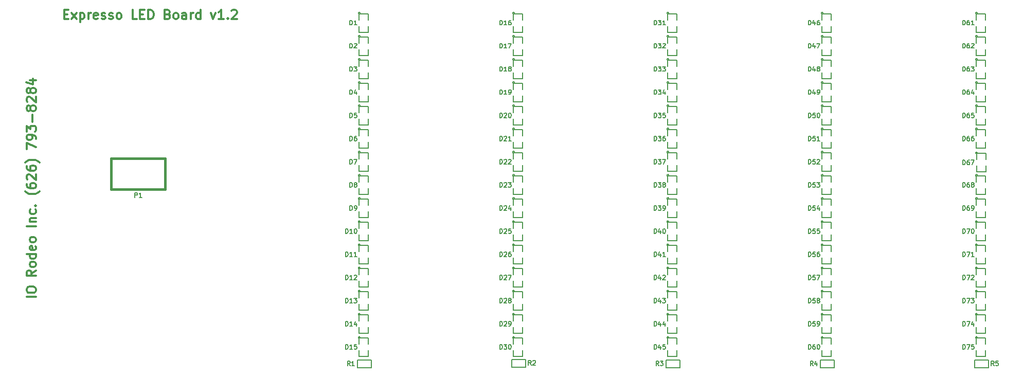
<source format=gto>
G04 (created by PCBNEW-RS274X (2011-05-25)-stable) date Thu 08 Nov 2012 01:14:11 PM PST*
G01*
G70*
G90*
%MOIN*%
G04 Gerber Fmt 3.4, Leading zero omitted, Abs format*
%FSLAX34Y34*%
G04 APERTURE LIST*
%ADD10C,0.006000*%
%ADD11C,0.012000*%
%ADD12C,0.005000*%
%ADD13C,0.015000*%
%ADD14C,0.005900*%
G04 APERTURE END LIST*
G54D10*
G54D11*
X22761Y-35968D02*
X22961Y-35968D01*
X23047Y-36282D02*
X22761Y-36282D01*
X22761Y-35682D01*
X23047Y-35682D01*
X23247Y-36282D02*
X23561Y-35882D01*
X23247Y-35882D02*
X23561Y-36282D01*
X23790Y-35882D02*
X23790Y-36482D01*
X23790Y-35910D02*
X23847Y-35882D01*
X23961Y-35882D01*
X24018Y-35910D01*
X24047Y-35939D01*
X24076Y-35996D01*
X24076Y-36168D01*
X24047Y-36225D01*
X24018Y-36253D01*
X23961Y-36282D01*
X23847Y-36282D01*
X23790Y-36253D01*
X24333Y-36282D02*
X24333Y-35882D01*
X24333Y-35996D02*
X24361Y-35939D01*
X24390Y-35910D01*
X24447Y-35882D01*
X24504Y-35882D01*
X24932Y-36253D02*
X24875Y-36282D01*
X24761Y-36282D01*
X24704Y-36253D01*
X24675Y-36196D01*
X24675Y-35968D01*
X24704Y-35910D01*
X24761Y-35882D01*
X24875Y-35882D01*
X24932Y-35910D01*
X24961Y-35968D01*
X24961Y-36025D01*
X24675Y-36082D01*
X25189Y-36253D02*
X25246Y-36282D01*
X25361Y-36282D01*
X25418Y-36253D01*
X25446Y-36196D01*
X25446Y-36168D01*
X25418Y-36110D01*
X25361Y-36082D01*
X25275Y-36082D01*
X25218Y-36053D01*
X25189Y-35996D01*
X25189Y-35968D01*
X25218Y-35910D01*
X25275Y-35882D01*
X25361Y-35882D01*
X25418Y-35910D01*
X25675Y-36253D02*
X25732Y-36282D01*
X25847Y-36282D01*
X25904Y-36253D01*
X25932Y-36196D01*
X25932Y-36168D01*
X25904Y-36110D01*
X25847Y-36082D01*
X25761Y-36082D01*
X25704Y-36053D01*
X25675Y-35996D01*
X25675Y-35968D01*
X25704Y-35910D01*
X25761Y-35882D01*
X25847Y-35882D01*
X25904Y-35910D01*
X26276Y-36282D02*
X26218Y-36253D01*
X26190Y-36225D01*
X26161Y-36168D01*
X26161Y-35996D01*
X26190Y-35939D01*
X26218Y-35910D01*
X26276Y-35882D01*
X26361Y-35882D01*
X26418Y-35910D01*
X26447Y-35939D01*
X26476Y-35996D01*
X26476Y-36168D01*
X26447Y-36225D01*
X26418Y-36253D01*
X26361Y-36282D01*
X26276Y-36282D01*
X27476Y-36282D02*
X27190Y-36282D01*
X27190Y-35682D01*
X27676Y-35968D02*
X27876Y-35968D01*
X27962Y-36282D02*
X27676Y-36282D01*
X27676Y-35682D01*
X27962Y-35682D01*
X28219Y-36282D02*
X28219Y-35682D01*
X28362Y-35682D01*
X28447Y-35710D01*
X28505Y-35768D01*
X28533Y-35825D01*
X28562Y-35939D01*
X28562Y-36025D01*
X28533Y-36139D01*
X28505Y-36196D01*
X28447Y-36253D01*
X28362Y-36282D01*
X28219Y-36282D01*
X29476Y-35968D02*
X29562Y-35996D01*
X29590Y-36025D01*
X29619Y-36082D01*
X29619Y-36168D01*
X29590Y-36225D01*
X29562Y-36253D01*
X29504Y-36282D01*
X29276Y-36282D01*
X29276Y-35682D01*
X29476Y-35682D01*
X29533Y-35710D01*
X29562Y-35739D01*
X29590Y-35796D01*
X29590Y-35853D01*
X29562Y-35910D01*
X29533Y-35939D01*
X29476Y-35968D01*
X29276Y-35968D01*
X29962Y-36282D02*
X29904Y-36253D01*
X29876Y-36225D01*
X29847Y-36168D01*
X29847Y-35996D01*
X29876Y-35939D01*
X29904Y-35910D01*
X29962Y-35882D01*
X30047Y-35882D01*
X30104Y-35910D01*
X30133Y-35939D01*
X30162Y-35996D01*
X30162Y-36168D01*
X30133Y-36225D01*
X30104Y-36253D01*
X30047Y-36282D01*
X29962Y-36282D01*
X30676Y-36282D02*
X30676Y-35968D01*
X30647Y-35910D01*
X30590Y-35882D01*
X30476Y-35882D01*
X30419Y-35910D01*
X30676Y-36253D02*
X30619Y-36282D01*
X30476Y-36282D01*
X30419Y-36253D01*
X30390Y-36196D01*
X30390Y-36139D01*
X30419Y-36082D01*
X30476Y-36053D01*
X30619Y-36053D01*
X30676Y-36025D01*
X30962Y-36282D02*
X30962Y-35882D01*
X30962Y-35996D02*
X30990Y-35939D01*
X31019Y-35910D01*
X31076Y-35882D01*
X31133Y-35882D01*
X31590Y-36282D02*
X31590Y-35682D01*
X31590Y-36253D02*
X31533Y-36282D01*
X31419Y-36282D01*
X31361Y-36253D01*
X31333Y-36225D01*
X31304Y-36168D01*
X31304Y-35996D01*
X31333Y-35939D01*
X31361Y-35910D01*
X31419Y-35882D01*
X31533Y-35882D01*
X31590Y-35910D01*
X32276Y-35882D02*
X32419Y-36282D01*
X32561Y-35882D01*
X33104Y-36282D02*
X32761Y-36282D01*
X32933Y-36282D02*
X32933Y-35682D01*
X32876Y-35768D01*
X32818Y-35825D01*
X32761Y-35853D01*
X33361Y-36225D02*
X33389Y-36253D01*
X33361Y-36282D01*
X33332Y-36253D01*
X33361Y-36225D01*
X33361Y-36282D01*
X33618Y-35739D02*
X33647Y-35710D01*
X33704Y-35682D01*
X33847Y-35682D01*
X33904Y-35710D01*
X33933Y-35739D01*
X33961Y-35796D01*
X33961Y-35853D01*
X33933Y-35939D01*
X33590Y-36282D01*
X33961Y-36282D01*
X20928Y-54285D02*
X20328Y-54285D01*
X20328Y-53885D02*
X20328Y-53771D01*
X20356Y-53713D01*
X20414Y-53656D01*
X20528Y-53628D01*
X20728Y-53628D01*
X20842Y-53656D01*
X20899Y-53713D01*
X20928Y-53771D01*
X20928Y-53885D01*
X20899Y-53942D01*
X20842Y-53999D01*
X20728Y-54028D01*
X20528Y-54028D01*
X20414Y-53999D01*
X20356Y-53942D01*
X20328Y-53885D01*
X20928Y-52570D02*
X20642Y-52770D01*
X20928Y-52913D02*
X20328Y-52913D01*
X20328Y-52685D01*
X20356Y-52627D01*
X20385Y-52599D01*
X20442Y-52570D01*
X20528Y-52570D01*
X20585Y-52599D01*
X20614Y-52627D01*
X20642Y-52685D01*
X20642Y-52913D01*
X20928Y-52227D02*
X20899Y-52285D01*
X20871Y-52313D01*
X20814Y-52342D01*
X20642Y-52342D01*
X20585Y-52313D01*
X20556Y-52285D01*
X20528Y-52227D01*
X20528Y-52142D01*
X20556Y-52085D01*
X20585Y-52056D01*
X20642Y-52027D01*
X20814Y-52027D01*
X20871Y-52056D01*
X20899Y-52085D01*
X20928Y-52142D01*
X20928Y-52227D01*
X20928Y-51513D02*
X20328Y-51513D01*
X20899Y-51513D02*
X20928Y-51570D01*
X20928Y-51684D01*
X20899Y-51742D01*
X20871Y-51770D01*
X20814Y-51799D01*
X20642Y-51799D01*
X20585Y-51770D01*
X20556Y-51742D01*
X20528Y-51684D01*
X20528Y-51570D01*
X20556Y-51513D01*
X20899Y-50999D02*
X20928Y-51056D01*
X20928Y-51170D01*
X20899Y-51227D01*
X20842Y-51256D01*
X20614Y-51256D01*
X20556Y-51227D01*
X20528Y-51170D01*
X20528Y-51056D01*
X20556Y-50999D01*
X20614Y-50970D01*
X20671Y-50970D01*
X20728Y-51256D01*
X20928Y-50627D02*
X20899Y-50685D01*
X20871Y-50713D01*
X20814Y-50742D01*
X20642Y-50742D01*
X20585Y-50713D01*
X20556Y-50685D01*
X20528Y-50627D01*
X20528Y-50542D01*
X20556Y-50485D01*
X20585Y-50456D01*
X20642Y-50427D01*
X20814Y-50427D01*
X20871Y-50456D01*
X20899Y-50485D01*
X20928Y-50542D01*
X20928Y-50627D01*
X20928Y-49713D02*
X20328Y-49713D01*
X20528Y-49427D02*
X20928Y-49427D01*
X20585Y-49427D02*
X20556Y-49399D01*
X20528Y-49341D01*
X20528Y-49256D01*
X20556Y-49199D01*
X20614Y-49170D01*
X20928Y-49170D01*
X20899Y-48627D02*
X20928Y-48684D01*
X20928Y-48798D01*
X20899Y-48856D01*
X20871Y-48884D01*
X20814Y-48913D01*
X20642Y-48913D01*
X20585Y-48884D01*
X20556Y-48856D01*
X20528Y-48798D01*
X20528Y-48684D01*
X20556Y-48627D01*
X20871Y-48370D02*
X20899Y-48342D01*
X20928Y-48370D01*
X20899Y-48399D01*
X20871Y-48370D01*
X20928Y-48370D01*
X21156Y-47456D02*
X21128Y-47484D01*
X21042Y-47541D01*
X20985Y-47570D01*
X20899Y-47599D01*
X20756Y-47627D01*
X20642Y-47627D01*
X20499Y-47599D01*
X20414Y-47570D01*
X20356Y-47541D01*
X20271Y-47484D01*
X20242Y-47456D01*
X20328Y-46970D02*
X20328Y-47084D01*
X20356Y-47141D01*
X20385Y-47170D01*
X20471Y-47227D01*
X20585Y-47256D01*
X20814Y-47256D01*
X20871Y-47227D01*
X20899Y-47199D01*
X20928Y-47141D01*
X20928Y-47027D01*
X20899Y-46970D01*
X20871Y-46941D01*
X20814Y-46913D01*
X20671Y-46913D01*
X20614Y-46941D01*
X20585Y-46970D01*
X20556Y-47027D01*
X20556Y-47141D01*
X20585Y-47199D01*
X20614Y-47227D01*
X20671Y-47256D01*
X20385Y-46685D02*
X20356Y-46656D01*
X20328Y-46599D01*
X20328Y-46456D01*
X20356Y-46399D01*
X20385Y-46370D01*
X20442Y-46342D01*
X20499Y-46342D01*
X20585Y-46370D01*
X20928Y-46713D01*
X20928Y-46342D01*
X20328Y-45828D02*
X20328Y-45942D01*
X20356Y-45999D01*
X20385Y-46028D01*
X20471Y-46085D01*
X20585Y-46114D01*
X20814Y-46114D01*
X20871Y-46085D01*
X20899Y-46057D01*
X20928Y-45999D01*
X20928Y-45885D01*
X20899Y-45828D01*
X20871Y-45799D01*
X20814Y-45771D01*
X20671Y-45771D01*
X20614Y-45799D01*
X20585Y-45828D01*
X20556Y-45885D01*
X20556Y-45999D01*
X20585Y-46057D01*
X20614Y-46085D01*
X20671Y-46114D01*
X21156Y-45571D02*
X21128Y-45543D01*
X21042Y-45486D01*
X20985Y-45457D01*
X20899Y-45428D01*
X20756Y-45400D01*
X20642Y-45400D01*
X20499Y-45428D01*
X20414Y-45457D01*
X20356Y-45486D01*
X20271Y-45543D01*
X20242Y-45571D01*
X20328Y-44714D02*
X20328Y-44314D01*
X20928Y-44571D01*
X20928Y-44058D02*
X20928Y-43943D01*
X20899Y-43886D01*
X20871Y-43858D01*
X20785Y-43800D01*
X20671Y-43772D01*
X20442Y-43772D01*
X20385Y-43800D01*
X20356Y-43829D01*
X20328Y-43886D01*
X20328Y-44000D01*
X20356Y-44058D01*
X20385Y-44086D01*
X20442Y-44115D01*
X20585Y-44115D01*
X20642Y-44086D01*
X20671Y-44058D01*
X20699Y-44000D01*
X20699Y-43886D01*
X20671Y-43829D01*
X20642Y-43800D01*
X20585Y-43772D01*
X20328Y-43572D02*
X20328Y-43201D01*
X20556Y-43401D01*
X20556Y-43315D01*
X20585Y-43258D01*
X20614Y-43229D01*
X20671Y-43201D01*
X20814Y-43201D01*
X20871Y-43229D01*
X20899Y-43258D01*
X20928Y-43315D01*
X20928Y-43487D01*
X20899Y-43544D01*
X20871Y-43572D01*
X20699Y-42944D02*
X20699Y-42487D01*
X20585Y-42115D02*
X20556Y-42173D01*
X20528Y-42201D01*
X20471Y-42230D01*
X20442Y-42230D01*
X20385Y-42201D01*
X20356Y-42173D01*
X20328Y-42115D01*
X20328Y-42001D01*
X20356Y-41944D01*
X20385Y-41915D01*
X20442Y-41887D01*
X20471Y-41887D01*
X20528Y-41915D01*
X20556Y-41944D01*
X20585Y-42001D01*
X20585Y-42115D01*
X20614Y-42173D01*
X20642Y-42201D01*
X20699Y-42230D01*
X20814Y-42230D01*
X20871Y-42201D01*
X20899Y-42173D01*
X20928Y-42115D01*
X20928Y-42001D01*
X20899Y-41944D01*
X20871Y-41915D01*
X20814Y-41887D01*
X20699Y-41887D01*
X20642Y-41915D01*
X20614Y-41944D01*
X20585Y-42001D01*
X20385Y-41659D02*
X20356Y-41630D01*
X20328Y-41573D01*
X20328Y-41430D01*
X20356Y-41373D01*
X20385Y-41344D01*
X20442Y-41316D01*
X20499Y-41316D01*
X20585Y-41344D01*
X20928Y-41687D01*
X20928Y-41316D01*
X20585Y-40973D02*
X20556Y-41031D01*
X20528Y-41059D01*
X20471Y-41088D01*
X20442Y-41088D01*
X20385Y-41059D01*
X20356Y-41031D01*
X20328Y-40973D01*
X20328Y-40859D01*
X20356Y-40802D01*
X20385Y-40773D01*
X20442Y-40745D01*
X20471Y-40745D01*
X20528Y-40773D01*
X20556Y-40802D01*
X20585Y-40859D01*
X20585Y-40973D01*
X20614Y-41031D01*
X20642Y-41059D01*
X20699Y-41088D01*
X20814Y-41088D01*
X20871Y-41059D01*
X20899Y-41031D01*
X20928Y-40973D01*
X20928Y-40859D01*
X20899Y-40802D01*
X20871Y-40773D01*
X20814Y-40745D01*
X20699Y-40745D01*
X20642Y-40773D01*
X20614Y-40802D01*
X20585Y-40859D01*
X20528Y-40231D02*
X20928Y-40231D01*
X20299Y-40374D02*
X20728Y-40517D01*
X20728Y-40145D01*
G54D12*
X41935Y-56904D02*
X41934Y-56913D01*
X41931Y-56923D01*
X41926Y-56931D01*
X41920Y-56939D01*
X41912Y-56945D01*
X41904Y-56950D01*
X41895Y-56952D01*
X41885Y-56953D01*
X41876Y-56953D01*
X41867Y-56950D01*
X41858Y-56945D01*
X41851Y-56939D01*
X41844Y-56932D01*
X41840Y-56923D01*
X41837Y-56914D01*
X41836Y-56904D01*
X41836Y-56895D01*
X41839Y-56886D01*
X41843Y-56877D01*
X41850Y-56870D01*
X41857Y-56863D01*
X41865Y-56859D01*
X41875Y-56856D01*
X41884Y-56855D01*
X41893Y-56855D01*
X41903Y-56858D01*
X41911Y-56862D01*
X41919Y-56868D01*
X41925Y-56876D01*
X41930Y-56884D01*
X41933Y-56893D01*
X41934Y-56903D01*
X41935Y-56904D01*
X41885Y-57354D02*
X41885Y-56954D01*
X41885Y-56954D02*
X42485Y-56954D01*
X42485Y-56954D02*
X42485Y-57354D01*
X42485Y-57754D02*
X42485Y-58154D01*
X42485Y-58154D02*
X41885Y-58154D01*
X41885Y-58154D02*
X41885Y-57754D01*
X41935Y-55403D02*
X41934Y-55412D01*
X41931Y-55422D01*
X41926Y-55430D01*
X41920Y-55438D01*
X41912Y-55444D01*
X41904Y-55449D01*
X41895Y-55451D01*
X41885Y-55452D01*
X41876Y-55452D01*
X41867Y-55449D01*
X41858Y-55444D01*
X41851Y-55438D01*
X41844Y-55431D01*
X41840Y-55422D01*
X41837Y-55413D01*
X41836Y-55403D01*
X41836Y-55394D01*
X41839Y-55385D01*
X41843Y-55376D01*
X41850Y-55369D01*
X41857Y-55362D01*
X41865Y-55358D01*
X41875Y-55355D01*
X41884Y-55354D01*
X41893Y-55354D01*
X41903Y-55357D01*
X41911Y-55361D01*
X41919Y-55367D01*
X41925Y-55375D01*
X41930Y-55383D01*
X41933Y-55392D01*
X41934Y-55402D01*
X41935Y-55403D01*
X41885Y-55853D02*
X41885Y-55453D01*
X41885Y-55453D02*
X42485Y-55453D01*
X42485Y-55453D02*
X42485Y-55853D01*
X42485Y-56253D02*
X42485Y-56653D01*
X42485Y-56653D02*
X41885Y-56653D01*
X41885Y-56653D02*
X41885Y-56253D01*
X41935Y-53902D02*
X41934Y-53911D01*
X41931Y-53921D01*
X41926Y-53929D01*
X41920Y-53937D01*
X41912Y-53943D01*
X41904Y-53948D01*
X41895Y-53950D01*
X41885Y-53951D01*
X41876Y-53951D01*
X41867Y-53948D01*
X41858Y-53943D01*
X41851Y-53937D01*
X41844Y-53930D01*
X41840Y-53921D01*
X41837Y-53912D01*
X41836Y-53902D01*
X41836Y-53893D01*
X41839Y-53884D01*
X41843Y-53875D01*
X41850Y-53868D01*
X41857Y-53861D01*
X41865Y-53857D01*
X41875Y-53854D01*
X41884Y-53853D01*
X41893Y-53853D01*
X41903Y-53856D01*
X41911Y-53860D01*
X41919Y-53866D01*
X41925Y-53874D01*
X41930Y-53882D01*
X41933Y-53891D01*
X41934Y-53901D01*
X41935Y-53902D01*
X41885Y-54352D02*
X41885Y-53952D01*
X41885Y-53952D02*
X42485Y-53952D01*
X42485Y-53952D02*
X42485Y-54352D01*
X42485Y-54752D02*
X42485Y-55152D01*
X42485Y-55152D02*
X41885Y-55152D01*
X41885Y-55152D02*
X41885Y-54752D01*
X41935Y-52401D02*
X41934Y-52410D01*
X41931Y-52420D01*
X41926Y-52428D01*
X41920Y-52436D01*
X41912Y-52442D01*
X41904Y-52447D01*
X41895Y-52449D01*
X41885Y-52450D01*
X41876Y-52450D01*
X41867Y-52447D01*
X41858Y-52442D01*
X41851Y-52436D01*
X41844Y-52429D01*
X41840Y-52420D01*
X41837Y-52411D01*
X41836Y-52401D01*
X41836Y-52392D01*
X41839Y-52383D01*
X41843Y-52374D01*
X41850Y-52367D01*
X41857Y-52360D01*
X41865Y-52356D01*
X41875Y-52353D01*
X41884Y-52352D01*
X41893Y-52352D01*
X41903Y-52355D01*
X41911Y-52359D01*
X41919Y-52365D01*
X41925Y-52373D01*
X41930Y-52381D01*
X41933Y-52390D01*
X41934Y-52400D01*
X41935Y-52401D01*
X41885Y-52851D02*
X41885Y-52451D01*
X41885Y-52451D02*
X42485Y-52451D01*
X42485Y-52451D02*
X42485Y-52851D01*
X42485Y-53251D02*
X42485Y-53651D01*
X42485Y-53651D02*
X41885Y-53651D01*
X41885Y-53651D02*
X41885Y-53251D01*
X41935Y-50900D02*
X41934Y-50909D01*
X41931Y-50919D01*
X41926Y-50927D01*
X41920Y-50935D01*
X41912Y-50941D01*
X41904Y-50946D01*
X41895Y-50948D01*
X41885Y-50949D01*
X41876Y-50949D01*
X41867Y-50946D01*
X41858Y-50941D01*
X41851Y-50935D01*
X41844Y-50928D01*
X41840Y-50919D01*
X41837Y-50910D01*
X41836Y-50900D01*
X41836Y-50891D01*
X41839Y-50882D01*
X41843Y-50873D01*
X41850Y-50866D01*
X41857Y-50859D01*
X41865Y-50855D01*
X41875Y-50852D01*
X41884Y-50851D01*
X41893Y-50851D01*
X41903Y-50854D01*
X41911Y-50858D01*
X41919Y-50864D01*
X41925Y-50872D01*
X41930Y-50880D01*
X41933Y-50889D01*
X41934Y-50899D01*
X41935Y-50900D01*
X41885Y-51350D02*
X41885Y-50950D01*
X41885Y-50950D02*
X42485Y-50950D01*
X42485Y-50950D02*
X42485Y-51350D01*
X42485Y-51750D02*
X42485Y-52150D01*
X42485Y-52150D02*
X41885Y-52150D01*
X41885Y-52150D02*
X41885Y-51750D01*
X41935Y-49399D02*
X41934Y-49408D01*
X41931Y-49418D01*
X41926Y-49426D01*
X41920Y-49434D01*
X41912Y-49440D01*
X41904Y-49445D01*
X41895Y-49447D01*
X41885Y-49448D01*
X41876Y-49448D01*
X41867Y-49445D01*
X41858Y-49440D01*
X41851Y-49434D01*
X41844Y-49427D01*
X41840Y-49418D01*
X41837Y-49409D01*
X41836Y-49399D01*
X41836Y-49390D01*
X41839Y-49381D01*
X41843Y-49372D01*
X41850Y-49365D01*
X41857Y-49358D01*
X41865Y-49354D01*
X41875Y-49351D01*
X41884Y-49350D01*
X41893Y-49350D01*
X41903Y-49353D01*
X41911Y-49357D01*
X41919Y-49363D01*
X41925Y-49371D01*
X41930Y-49379D01*
X41933Y-49388D01*
X41934Y-49398D01*
X41935Y-49399D01*
X41885Y-49849D02*
X41885Y-49449D01*
X41885Y-49449D02*
X42485Y-49449D01*
X42485Y-49449D02*
X42485Y-49849D01*
X42485Y-50249D02*
X42485Y-50649D01*
X42485Y-50649D02*
X41885Y-50649D01*
X41885Y-50649D02*
X41885Y-50249D01*
X41935Y-47898D02*
X41934Y-47907D01*
X41931Y-47917D01*
X41926Y-47925D01*
X41920Y-47933D01*
X41912Y-47939D01*
X41904Y-47944D01*
X41895Y-47946D01*
X41885Y-47947D01*
X41876Y-47947D01*
X41867Y-47944D01*
X41858Y-47939D01*
X41851Y-47933D01*
X41844Y-47926D01*
X41840Y-47917D01*
X41837Y-47908D01*
X41836Y-47898D01*
X41836Y-47889D01*
X41839Y-47880D01*
X41843Y-47871D01*
X41850Y-47864D01*
X41857Y-47857D01*
X41865Y-47853D01*
X41875Y-47850D01*
X41884Y-47849D01*
X41893Y-47849D01*
X41903Y-47852D01*
X41911Y-47856D01*
X41919Y-47862D01*
X41925Y-47870D01*
X41930Y-47878D01*
X41933Y-47887D01*
X41934Y-47897D01*
X41935Y-47898D01*
X41885Y-48348D02*
X41885Y-47948D01*
X41885Y-47948D02*
X42485Y-47948D01*
X42485Y-47948D02*
X42485Y-48348D01*
X42485Y-48748D02*
X42485Y-49148D01*
X42485Y-49148D02*
X41885Y-49148D01*
X41885Y-49148D02*
X41885Y-48748D01*
X41935Y-46397D02*
X41934Y-46406D01*
X41931Y-46416D01*
X41926Y-46424D01*
X41920Y-46432D01*
X41912Y-46438D01*
X41904Y-46443D01*
X41895Y-46445D01*
X41885Y-46446D01*
X41876Y-46446D01*
X41867Y-46443D01*
X41858Y-46438D01*
X41851Y-46432D01*
X41844Y-46425D01*
X41840Y-46416D01*
X41837Y-46407D01*
X41836Y-46397D01*
X41836Y-46388D01*
X41839Y-46379D01*
X41843Y-46370D01*
X41850Y-46363D01*
X41857Y-46356D01*
X41865Y-46352D01*
X41875Y-46349D01*
X41884Y-46348D01*
X41893Y-46348D01*
X41903Y-46351D01*
X41911Y-46355D01*
X41919Y-46361D01*
X41925Y-46369D01*
X41930Y-46377D01*
X41933Y-46386D01*
X41934Y-46396D01*
X41935Y-46397D01*
X41885Y-46847D02*
X41885Y-46447D01*
X41885Y-46447D02*
X42485Y-46447D01*
X42485Y-46447D02*
X42485Y-46847D01*
X42485Y-47247D02*
X42485Y-47647D01*
X42485Y-47647D02*
X41885Y-47647D01*
X41885Y-47647D02*
X41885Y-47247D01*
X41935Y-44896D02*
X41934Y-44905D01*
X41931Y-44915D01*
X41926Y-44923D01*
X41920Y-44931D01*
X41912Y-44937D01*
X41904Y-44942D01*
X41895Y-44944D01*
X41885Y-44945D01*
X41876Y-44945D01*
X41867Y-44942D01*
X41858Y-44937D01*
X41851Y-44931D01*
X41844Y-44924D01*
X41840Y-44915D01*
X41837Y-44906D01*
X41836Y-44896D01*
X41836Y-44887D01*
X41839Y-44878D01*
X41843Y-44869D01*
X41850Y-44862D01*
X41857Y-44855D01*
X41865Y-44851D01*
X41875Y-44848D01*
X41884Y-44847D01*
X41893Y-44847D01*
X41903Y-44850D01*
X41911Y-44854D01*
X41919Y-44860D01*
X41925Y-44868D01*
X41930Y-44876D01*
X41933Y-44885D01*
X41934Y-44895D01*
X41935Y-44896D01*
X41885Y-45346D02*
X41885Y-44946D01*
X41885Y-44946D02*
X42485Y-44946D01*
X42485Y-44946D02*
X42485Y-45346D01*
X42485Y-45746D02*
X42485Y-46146D01*
X42485Y-46146D02*
X41885Y-46146D01*
X41885Y-46146D02*
X41885Y-45746D01*
X41935Y-43395D02*
X41934Y-43404D01*
X41931Y-43414D01*
X41926Y-43422D01*
X41920Y-43430D01*
X41912Y-43436D01*
X41904Y-43441D01*
X41895Y-43443D01*
X41885Y-43444D01*
X41876Y-43444D01*
X41867Y-43441D01*
X41858Y-43436D01*
X41851Y-43430D01*
X41844Y-43423D01*
X41840Y-43414D01*
X41837Y-43405D01*
X41836Y-43395D01*
X41836Y-43386D01*
X41839Y-43377D01*
X41843Y-43368D01*
X41850Y-43361D01*
X41857Y-43354D01*
X41865Y-43350D01*
X41875Y-43347D01*
X41884Y-43346D01*
X41893Y-43346D01*
X41903Y-43349D01*
X41911Y-43353D01*
X41919Y-43359D01*
X41925Y-43367D01*
X41930Y-43375D01*
X41933Y-43384D01*
X41934Y-43394D01*
X41935Y-43395D01*
X41885Y-43845D02*
X41885Y-43445D01*
X41885Y-43445D02*
X42485Y-43445D01*
X42485Y-43445D02*
X42485Y-43845D01*
X42485Y-44245D02*
X42485Y-44645D01*
X42485Y-44645D02*
X41885Y-44645D01*
X41885Y-44645D02*
X41885Y-44245D01*
X41935Y-41894D02*
X41934Y-41903D01*
X41931Y-41913D01*
X41926Y-41921D01*
X41920Y-41929D01*
X41912Y-41935D01*
X41904Y-41940D01*
X41895Y-41942D01*
X41885Y-41943D01*
X41876Y-41943D01*
X41867Y-41940D01*
X41858Y-41935D01*
X41851Y-41929D01*
X41844Y-41922D01*
X41840Y-41913D01*
X41837Y-41904D01*
X41836Y-41894D01*
X41836Y-41885D01*
X41839Y-41876D01*
X41843Y-41867D01*
X41850Y-41860D01*
X41857Y-41853D01*
X41865Y-41849D01*
X41875Y-41846D01*
X41884Y-41845D01*
X41893Y-41845D01*
X41903Y-41848D01*
X41911Y-41852D01*
X41919Y-41858D01*
X41925Y-41866D01*
X41930Y-41874D01*
X41933Y-41883D01*
X41934Y-41893D01*
X41935Y-41894D01*
X41885Y-42344D02*
X41885Y-41944D01*
X41885Y-41944D02*
X42485Y-41944D01*
X42485Y-41944D02*
X42485Y-42344D01*
X42485Y-42744D02*
X42485Y-43144D01*
X42485Y-43144D02*
X41885Y-43144D01*
X41885Y-43144D02*
X41885Y-42744D01*
X41935Y-40393D02*
X41934Y-40402D01*
X41931Y-40412D01*
X41926Y-40420D01*
X41920Y-40428D01*
X41912Y-40434D01*
X41904Y-40439D01*
X41895Y-40441D01*
X41885Y-40442D01*
X41876Y-40442D01*
X41867Y-40439D01*
X41858Y-40434D01*
X41851Y-40428D01*
X41844Y-40421D01*
X41840Y-40412D01*
X41837Y-40403D01*
X41836Y-40393D01*
X41836Y-40384D01*
X41839Y-40375D01*
X41843Y-40366D01*
X41850Y-40359D01*
X41857Y-40352D01*
X41865Y-40348D01*
X41875Y-40345D01*
X41884Y-40344D01*
X41893Y-40344D01*
X41903Y-40347D01*
X41911Y-40351D01*
X41919Y-40357D01*
X41925Y-40365D01*
X41930Y-40373D01*
X41933Y-40382D01*
X41934Y-40392D01*
X41935Y-40393D01*
X41885Y-40843D02*
X41885Y-40443D01*
X41885Y-40443D02*
X42485Y-40443D01*
X42485Y-40443D02*
X42485Y-40843D01*
X42485Y-41243D02*
X42485Y-41643D01*
X42485Y-41643D02*
X41885Y-41643D01*
X41885Y-41643D02*
X41885Y-41243D01*
X41935Y-38892D02*
X41934Y-38901D01*
X41931Y-38911D01*
X41926Y-38919D01*
X41920Y-38927D01*
X41912Y-38933D01*
X41904Y-38938D01*
X41895Y-38940D01*
X41885Y-38941D01*
X41876Y-38941D01*
X41867Y-38938D01*
X41858Y-38933D01*
X41851Y-38927D01*
X41844Y-38920D01*
X41840Y-38911D01*
X41837Y-38902D01*
X41836Y-38892D01*
X41836Y-38883D01*
X41839Y-38874D01*
X41843Y-38865D01*
X41850Y-38858D01*
X41857Y-38851D01*
X41865Y-38847D01*
X41875Y-38844D01*
X41884Y-38843D01*
X41893Y-38843D01*
X41903Y-38846D01*
X41911Y-38850D01*
X41919Y-38856D01*
X41925Y-38864D01*
X41930Y-38872D01*
X41933Y-38881D01*
X41934Y-38891D01*
X41935Y-38892D01*
X41885Y-39342D02*
X41885Y-38942D01*
X41885Y-38942D02*
X42485Y-38942D01*
X42485Y-38942D02*
X42485Y-39342D01*
X42485Y-39742D02*
X42485Y-40142D01*
X42485Y-40142D02*
X41885Y-40142D01*
X41885Y-40142D02*
X41885Y-39742D01*
X41935Y-37391D02*
X41934Y-37400D01*
X41931Y-37410D01*
X41926Y-37418D01*
X41920Y-37426D01*
X41912Y-37432D01*
X41904Y-37437D01*
X41895Y-37439D01*
X41885Y-37440D01*
X41876Y-37440D01*
X41867Y-37437D01*
X41858Y-37432D01*
X41851Y-37426D01*
X41844Y-37419D01*
X41840Y-37410D01*
X41837Y-37401D01*
X41836Y-37391D01*
X41836Y-37382D01*
X41839Y-37373D01*
X41843Y-37364D01*
X41850Y-37357D01*
X41857Y-37350D01*
X41865Y-37346D01*
X41875Y-37343D01*
X41884Y-37342D01*
X41893Y-37342D01*
X41903Y-37345D01*
X41911Y-37349D01*
X41919Y-37355D01*
X41925Y-37363D01*
X41930Y-37371D01*
X41933Y-37380D01*
X41934Y-37390D01*
X41935Y-37391D01*
X41885Y-37841D02*
X41885Y-37441D01*
X41885Y-37441D02*
X42485Y-37441D01*
X42485Y-37441D02*
X42485Y-37841D01*
X42485Y-38241D02*
X42485Y-38641D01*
X42485Y-38641D02*
X41885Y-38641D01*
X41885Y-38641D02*
X41885Y-38241D01*
X41935Y-35890D02*
X41934Y-35899D01*
X41931Y-35909D01*
X41926Y-35917D01*
X41920Y-35925D01*
X41912Y-35931D01*
X41904Y-35936D01*
X41895Y-35938D01*
X41885Y-35939D01*
X41876Y-35939D01*
X41867Y-35936D01*
X41858Y-35931D01*
X41851Y-35925D01*
X41844Y-35918D01*
X41840Y-35909D01*
X41837Y-35900D01*
X41836Y-35890D01*
X41836Y-35881D01*
X41839Y-35872D01*
X41843Y-35863D01*
X41850Y-35856D01*
X41857Y-35849D01*
X41865Y-35845D01*
X41875Y-35842D01*
X41884Y-35841D01*
X41893Y-35841D01*
X41903Y-35844D01*
X41911Y-35848D01*
X41919Y-35854D01*
X41925Y-35862D01*
X41930Y-35870D01*
X41933Y-35879D01*
X41934Y-35889D01*
X41935Y-35890D01*
X41885Y-36340D02*
X41885Y-35940D01*
X41885Y-35940D02*
X42485Y-35940D01*
X42485Y-35940D02*
X42485Y-36340D01*
X42485Y-36740D02*
X42485Y-37140D01*
X42485Y-37140D02*
X41885Y-37140D01*
X41885Y-37140D02*
X41885Y-36740D01*
G54D13*
X25808Y-47299D02*
X29308Y-47299D01*
X25808Y-45299D02*
X29308Y-45299D01*
X25808Y-47299D02*
X25808Y-45299D01*
X29308Y-47299D02*
X29308Y-45299D01*
G54D12*
X81935Y-35890D02*
X81934Y-35899D01*
X81931Y-35909D01*
X81926Y-35917D01*
X81920Y-35925D01*
X81912Y-35931D01*
X81904Y-35936D01*
X81895Y-35938D01*
X81885Y-35939D01*
X81876Y-35939D01*
X81867Y-35936D01*
X81858Y-35931D01*
X81851Y-35925D01*
X81844Y-35918D01*
X81840Y-35909D01*
X81837Y-35900D01*
X81836Y-35890D01*
X81836Y-35881D01*
X81839Y-35872D01*
X81843Y-35863D01*
X81850Y-35856D01*
X81857Y-35849D01*
X81865Y-35845D01*
X81875Y-35842D01*
X81884Y-35841D01*
X81893Y-35841D01*
X81903Y-35844D01*
X81911Y-35848D01*
X81919Y-35854D01*
X81925Y-35862D01*
X81930Y-35870D01*
X81933Y-35879D01*
X81934Y-35889D01*
X81935Y-35890D01*
X81885Y-36340D02*
X81885Y-35940D01*
X81885Y-35940D02*
X82485Y-35940D01*
X82485Y-35940D02*
X82485Y-36340D01*
X82485Y-36740D02*
X82485Y-37140D01*
X82485Y-37140D02*
X81885Y-37140D01*
X81885Y-37140D02*
X81885Y-36740D01*
X71935Y-56904D02*
X71934Y-56913D01*
X71931Y-56923D01*
X71926Y-56931D01*
X71920Y-56939D01*
X71912Y-56945D01*
X71904Y-56950D01*
X71895Y-56952D01*
X71885Y-56953D01*
X71876Y-56953D01*
X71867Y-56950D01*
X71858Y-56945D01*
X71851Y-56939D01*
X71844Y-56932D01*
X71840Y-56923D01*
X71837Y-56914D01*
X71836Y-56904D01*
X71836Y-56895D01*
X71839Y-56886D01*
X71843Y-56877D01*
X71850Y-56870D01*
X71857Y-56863D01*
X71865Y-56859D01*
X71875Y-56856D01*
X71884Y-56855D01*
X71893Y-56855D01*
X71903Y-56858D01*
X71911Y-56862D01*
X71919Y-56868D01*
X71925Y-56876D01*
X71930Y-56884D01*
X71933Y-56893D01*
X71934Y-56903D01*
X71935Y-56904D01*
X71885Y-57354D02*
X71885Y-56954D01*
X71885Y-56954D02*
X72485Y-56954D01*
X72485Y-56954D02*
X72485Y-57354D01*
X72485Y-57754D02*
X72485Y-58154D01*
X72485Y-58154D02*
X71885Y-58154D01*
X71885Y-58154D02*
X71885Y-57754D01*
X71935Y-55403D02*
X71934Y-55412D01*
X71931Y-55422D01*
X71926Y-55430D01*
X71920Y-55438D01*
X71912Y-55444D01*
X71904Y-55449D01*
X71895Y-55451D01*
X71885Y-55452D01*
X71876Y-55452D01*
X71867Y-55449D01*
X71858Y-55444D01*
X71851Y-55438D01*
X71844Y-55431D01*
X71840Y-55422D01*
X71837Y-55413D01*
X71836Y-55403D01*
X71836Y-55394D01*
X71839Y-55385D01*
X71843Y-55376D01*
X71850Y-55369D01*
X71857Y-55362D01*
X71865Y-55358D01*
X71875Y-55355D01*
X71884Y-55354D01*
X71893Y-55354D01*
X71903Y-55357D01*
X71911Y-55361D01*
X71919Y-55367D01*
X71925Y-55375D01*
X71930Y-55383D01*
X71933Y-55392D01*
X71934Y-55402D01*
X71935Y-55403D01*
X71885Y-55853D02*
X71885Y-55453D01*
X71885Y-55453D02*
X72485Y-55453D01*
X72485Y-55453D02*
X72485Y-55853D01*
X72485Y-56253D02*
X72485Y-56653D01*
X72485Y-56653D02*
X71885Y-56653D01*
X71885Y-56653D02*
X71885Y-56253D01*
X71935Y-53902D02*
X71934Y-53911D01*
X71931Y-53921D01*
X71926Y-53929D01*
X71920Y-53937D01*
X71912Y-53943D01*
X71904Y-53948D01*
X71895Y-53950D01*
X71885Y-53951D01*
X71876Y-53951D01*
X71867Y-53948D01*
X71858Y-53943D01*
X71851Y-53937D01*
X71844Y-53930D01*
X71840Y-53921D01*
X71837Y-53912D01*
X71836Y-53902D01*
X71836Y-53893D01*
X71839Y-53884D01*
X71843Y-53875D01*
X71850Y-53868D01*
X71857Y-53861D01*
X71865Y-53857D01*
X71875Y-53854D01*
X71884Y-53853D01*
X71893Y-53853D01*
X71903Y-53856D01*
X71911Y-53860D01*
X71919Y-53866D01*
X71925Y-53874D01*
X71930Y-53882D01*
X71933Y-53891D01*
X71934Y-53901D01*
X71935Y-53902D01*
X71885Y-54352D02*
X71885Y-53952D01*
X71885Y-53952D02*
X72485Y-53952D01*
X72485Y-53952D02*
X72485Y-54352D01*
X72485Y-54752D02*
X72485Y-55152D01*
X72485Y-55152D02*
X71885Y-55152D01*
X71885Y-55152D02*
X71885Y-54752D01*
X71935Y-52401D02*
X71934Y-52410D01*
X71931Y-52420D01*
X71926Y-52428D01*
X71920Y-52436D01*
X71912Y-52442D01*
X71904Y-52447D01*
X71895Y-52449D01*
X71885Y-52450D01*
X71876Y-52450D01*
X71867Y-52447D01*
X71858Y-52442D01*
X71851Y-52436D01*
X71844Y-52429D01*
X71840Y-52420D01*
X71837Y-52411D01*
X71836Y-52401D01*
X71836Y-52392D01*
X71839Y-52383D01*
X71843Y-52374D01*
X71850Y-52367D01*
X71857Y-52360D01*
X71865Y-52356D01*
X71875Y-52353D01*
X71884Y-52352D01*
X71893Y-52352D01*
X71903Y-52355D01*
X71911Y-52359D01*
X71919Y-52365D01*
X71925Y-52373D01*
X71930Y-52381D01*
X71933Y-52390D01*
X71934Y-52400D01*
X71935Y-52401D01*
X71885Y-52851D02*
X71885Y-52451D01*
X71885Y-52451D02*
X72485Y-52451D01*
X72485Y-52451D02*
X72485Y-52851D01*
X72485Y-53251D02*
X72485Y-53651D01*
X72485Y-53651D02*
X71885Y-53651D01*
X71885Y-53651D02*
X71885Y-53251D01*
X71935Y-50900D02*
X71934Y-50909D01*
X71931Y-50919D01*
X71926Y-50927D01*
X71920Y-50935D01*
X71912Y-50941D01*
X71904Y-50946D01*
X71895Y-50948D01*
X71885Y-50949D01*
X71876Y-50949D01*
X71867Y-50946D01*
X71858Y-50941D01*
X71851Y-50935D01*
X71844Y-50928D01*
X71840Y-50919D01*
X71837Y-50910D01*
X71836Y-50900D01*
X71836Y-50891D01*
X71839Y-50882D01*
X71843Y-50873D01*
X71850Y-50866D01*
X71857Y-50859D01*
X71865Y-50855D01*
X71875Y-50852D01*
X71884Y-50851D01*
X71893Y-50851D01*
X71903Y-50854D01*
X71911Y-50858D01*
X71919Y-50864D01*
X71925Y-50872D01*
X71930Y-50880D01*
X71933Y-50889D01*
X71934Y-50899D01*
X71935Y-50900D01*
X71885Y-51350D02*
X71885Y-50950D01*
X71885Y-50950D02*
X72485Y-50950D01*
X72485Y-50950D02*
X72485Y-51350D01*
X72485Y-51750D02*
X72485Y-52150D01*
X72485Y-52150D02*
X71885Y-52150D01*
X71885Y-52150D02*
X71885Y-51750D01*
X71935Y-49399D02*
X71934Y-49408D01*
X71931Y-49418D01*
X71926Y-49426D01*
X71920Y-49434D01*
X71912Y-49440D01*
X71904Y-49445D01*
X71895Y-49447D01*
X71885Y-49448D01*
X71876Y-49448D01*
X71867Y-49445D01*
X71858Y-49440D01*
X71851Y-49434D01*
X71844Y-49427D01*
X71840Y-49418D01*
X71837Y-49409D01*
X71836Y-49399D01*
X71836Y-49390D01*
X71839Y-49381D01*
X71843Y-49372D01*
X71850Y-49365D01*
X71857Y-49358D01*
X71865Y-49354D01*
X71875Y-49351D01*
X71884Y-49350D01*
X71893Y-49350D01*
X71903Y-49353D01*
X71911Y-49357D01*
X71919Y-49363D01*
X71925Y-49371D01*
X71930Y-49379D01*
X71933Y-49388D01*
X71934Y-49398D01*
X71935Y-49399D01*
X71885Y-49849D02*
X71885Y-49449D01*
X71885Y-49449D02*
X72485Y-49449D01*
X72485Y-49449D02*
X72485Y-49849D01*
X72485Y-50249D02*
X72485Y-50649D01*
X72485Y-50649D02*
X71885Y-50649D01*
X71885Y-50649D02*
X71885Y-50249D01*
X71935Y-47898D02*
X71934Y-47907D01*
X71931Y-47917D01*
X71926Y-47925D01*
X71920Y-47933D01*
X71912Y-47939D01*
X71904Y-47944D01*
X71895Y-47946D01*
X71885Y-47947D01*
X71876Y-47947D01*
X71867Y-47944D01*
X71858Y-47939D01*
X71851Y-47933D01*
X71844Y-47926D01*
X71840Y-47917D01*
X71837Y-47908D01*
X71836Y-47898D01*
X71836Y-47889D01*
X71839Y-47880D01*
X71843Y-47871D01*
X71850Y-47864D01*
X71857Y-47857D01*
X71865Y-47853D01*
X71875Y-47850D01*
X71884Y-47849D01*
X71893Y-47849D01*
X71903Y-47852D01*
X71911Y-47856D01*
X71919Y-47862D01*
X71925Y-47870D01*
X71930Y-47878D01*
X71933Y-47887D01*
X71934Y-47897D01*
X71935Y-47898D01*
X71885Y-48348D02*
X71885Y-47948D01*
X71885Y-47948D02*
X72485Y-47948D01*
X72485Y-47948D02*
X72485Y-48348D01*
X72485Y-48748D02*
X72485Y-49148D01*
X72485Y-49148D02*
X71885Y-49148D01*
X71885Y-49148D02*
X71885Y-48748D01*
X71935Y-46397D02*
X71934Y-46406D01*
X71931Y-46416D01*
X71926Y-46424D01*
X71920Y-46432D01*
X71912Y-46438D01*
X71904Y-46443D01*
X71895Y-46445D01*
X71885Y-46446D01*
X71876Y-46446D01*
X71867Y-46443D01*
X71858Y-46438D01*
X71851Y-46432D01*
X71844Y-46425D01*
X71840Y-46416D01*
X71837Y-46407D01*
X71836Y-46397D01*
X71836Y-46388D01*
X71839Y-46379D01*
X71843Y-46370D01*
X71850Y-46363D01*
X71857Y-46356D01*
X71865Y-46352D01*
X71875Y-46349D01*
X71884Y-46348D01*
X71893Y-46348D01*
X71903Y-46351D01*
X71911Y-46355D01*
X71919Y-46361D01*
X71925Y-46369D01*
X71930Y-46377D01*
X71933Y-46386D01*
X71934Y-46396D01*
X71935Y-46397D01*
X71885Y-46847D02*
X71885Y-46447D01*
X71885Y-46447D02*
X72485Y-46447D01*
X72485Y-46447D02*
X72485Y-46847D01*
X72485Y-47247D02*
X72485Y-47647D01*
X72485Y-47647D02*
X71885Y-47647D01*
X71885Y-47647D02*
X71885Y-47247D01*
X71935Y-44896D02*
X71934Y-44905D01*
X71931Y-44915D01*
X71926Y-44923D01*
X71920Y-44931D01*
X71912Y-44937D01*
X71904Y-44942D01*
X71895Y-44944D01*
X71885Y-44945D01*
X71876Y-44945D01*
X71867Y-44942D01*
X71858Y-44937D01*
X71851Y-44931D01*
X71844Y-44924D01*
X71840Y-44915D01*
X71837Y-44906D01*
X71836Y-44896D01*
X71836Y-44887D01*
X71839Y-44878D01*
X71843Y-44869D01*
X71850Y-44862D01*
X71857Y-44855D01*
X71865Y-44851D01*
X71875Y-44848D01*
X71884Y-44847D01*
X71893Y-44847D01*
X71903Y-44850D01*
X71911Y-44854D01*
X71919Y-44860D01*
X71925Y-44868D01*
X71930Y-44876D01*
X71933Y-44885D01*
X71934Y-44895D01*
X71935Y-44896D01*
X71885Y-45346D02*
X71885Y-44946D01*
X71885Y-44946D02*
X72485Y-44946D01*
X72485Y-44946D02*
X72485Y-45346D01*
X72485Y-45746D02*
X72485Y-46146D01*
X72485Y-46146D02*
X71885Y-46146D01*
X71885Y-46146D02*
X71885Y-45746D01*
X71935Y-43395D02*
X71934Y-43404D01*
X71931Y-43414D01*
X71926Y-43422D01*
X71920Y-43430D01*
X71912Y-43436D01*
X71904Y-43441D01*
X71895Y-43443D01*
X71885Y-43444D01*
X71876Y-43444D01*
X71867Y-43441D01*
X71858Y-43436D01*
X71851Y-43430D01*
X71844Y-43423D01*
X71840Y-43414D01*
X71837Y-43405D01*
X71836Y-43395D01*
X71836Y-43386D01*
X71839Y-43377D01*
X71843Y-43368D01*
X71850Y-43361D01*
X71857Y-43354D01*
X71865Y-43350D01*
X71875Y-43347D01*
X71884Y-43346D01*
X71893Y-43346D01*
X71903Y-43349D01*
X71911Y-43353D01*
X71919Y-43359D01*
X71925Y-43367D01*
X71930Y-43375D01*
X71933Y-43384D01*
X71934Y-43394D01*
X71935Y-43395D01*
X71885Y-43845D02*
X71885Y-43445D01*
X71885Y-43445D02*
X72485Y-43445D01*
X72485Y-43445D02*
X72485Y-43845D01*
X72485Y-44245D02*
X72485Y-44645D01*
X72485Y-44645D02*
X71885Y-44645D01*
X71885Y-44645D02*
X71885Y-44245D01*
X71935Y-41894D02*
X71934Y-41903D01*
X71931Y-41913D01*
X71926Y-41921D01*
X71920Y-41929D01*
X71912Y-41935D01*
X71904Y-41940D01*
X71895Y-41942D01*
X71885Y-41943D01*
X71876Y-41943D01*
X71867Y-41940D01*
X71858Y-41935D01*
X71851Y-41929D01*
X71844Y-41922D01*
X71840Y-41913D01*
X71837Y-41904D01*
X71836Y-41894D01*
X71836Y-41885D01*
X71839Y-41876D01*
X71843Y-41867D01*
X71850Y-41860D01*
X71857Y-41853D01*
X71865Y-41849D01*
X71875Y-41846D01*
X71884Y-41845D01*
X71893Y-41845D01*
X71903Y-41848D01*
X71911Y-41852D01*
X71919Y-41858D01*
X71925Y-41866D01*
X71930Y-41874D01*
X71933Y-41883D01*
X71934Y-41893D01*
X71935Y-41894D01*
X71885Y-42344D02*
X71885Y-41944D01*
X71885Y-41944D02*
X72485Y-41944D01*
X72485Y-41944D02*
X72485Y-42344D01*
X72485Y-42744D02*
X72485Y-43144D01*
X72485Y-43144D02*
X71885Y-43144D01*
X71885Y-43144D02*
X71885Y-42744D01*
X71935Y-40393D02*
X71934Y-40402D01*
X71931Y-40412D01*
X71926Y-40420D01*
X71920Y-40428D01*
X71912Y-40434D01*
X71904Y-40439D01*
X71895Y-40441D01*
X71885Y-40442D01*
X71876Y-40442D01*
X71867Y-40439D01*
X71858Y-40434D01*
X71851Y-40428D01*
X71844Y-40421D01*
X71840Y-40412D01*
X71837Y-40403D01*
X71836Y-40393D01*
X71836Y-40384D01*
X71839Y-40375D01*
X71843Y-40366D01*
X71850Y-40359D01*
X71857Y-40352D01*
X71865Y-40348D01*
X71875Y-40345D01*
X71884Y-40344D01*
X71893Y-40344D01*
X71903Y-40347D01*
X71911Y-40351D01*
X71919Y-40357D01*
X71925Y-40365D01*
X71930Y-40373D01*
X71933Y-40382D01*
X71934Y-40392D01*
X71935Y-40393D01*
X71885Y-40843D02*
X71885Y-40443D01*
X71885Y-40443D02*
X72485Y-40443D01*
X72485Y-40443D02*
X72485Y-40843D01*
X72485Y-41243D02*
X72485Y-41643D01*
X72485Y-41643D02*
X71885Y-41643D01*
X71885Y-41643D02*
X71885Y-41243D01*
X71935Y-38892D02*
X71934Y-38901D01*
X71931Y-38911D01*
X71926Y-38919D01*
X71920Y-38927D01*
X71912Y-38933D01*
X71904Y-38938D01*
X71895Y-38940D01*
X71885Y-38941D01*
X71876Y-38941D01*
X71867Y-38938D01*
X71858Y-38933D01*
X71851Y-38927D01*
X71844Y-38920D01*
X71840Y-38911D01*
X71837Y-38902D01*
X71836Y-38892D01*
X71836Y-38883D01*
X71839Y-38874D01*
X71843Y-38865D01*
X71850Y-38858D01*
X71857Y-38851D01*
X71865Y-38847D01*
X71875Y-38844D01*
X71884Y-38843D01*
X71893Y-38843D01*
X71903Y-38846D01*
X71911Y-38850D01*
X71919Y-38856D01*
X71925Y-38864D01*
X71930Y-38872D01*
X71933Y-38881D01*
X71934Y-38891D01*
X71935Y-38892D01*
X71885Y-39342D02*
X71885Y-38942D01*
X71885Y-38942D02*
X72485Y-38942D01*
X72485Y-38942D02*
X72485Y-39342D01*
X72485Y-39742D02*
X72485Y-40142D01*
X72485Y-40142D02*
X71885Y-40142D01*
X71885Y-40142D02*
X71885Y-39742D01*
X81935Y-37391D02*
X81934Y-37400D01*
X81931Y-37410D01*
X81926Y-37418D01*
X81920Y-37426D01*
X81912Y-37432D01*
X81904Y-37437D01*
X81895Y-37439D01*
X81885Y-37440D01*
X81876Y-37440D01*
X81867Y-37437D01*
X81858Y-37432D01*
X81851Y-37426D01*
X81844Y-37419D01*
X81840Y-37410D01*
X81837Y-37401D01*
X81836Y-37391D01*
X81836Y-37382D01*
X81839Y-37373D01*
X81843Y-37364D01*
X81850Y-37357D01*
X81857Y-37350D01*
X81865Y-37346D01*
X81875Y-37343D01*
X81884Y-37342D01*
X81893Y-37342D01*
X81903Y-37345D01*
X81911Y-37349D01*
X81919Y-37355D01*
X81925Y-37363D01*
X81930Y-37371D01*
X81933Y-37380D01*
X81934Y-37390D01*
X81935Y-37391D01*
X81885Y-37841D02*
X81885Y-37441D01*
X81885Y-37441D02*
X82485Y-37441D01*
X82485Y-37441D02*
X82485Y-37841D01*
X82485Y-38241D02*
X82485Y-38641D01*
X82485Y-38641D02*
X81885Y-38641D01*
X81885Y-38641D02*
X81885Y-38241D01*
X81935Y-38892D02*
X81934Y-38901D01*
X81931Y-38911D01*
X81926Y-38919D01*
X81920Y-38927D01*
X81912Y-38933D01*
X81904Y-38938D01*
X81895Y-38940D01*
X81885Y-38941D01*
X81876Y-38941D01*
X81867Y-38938D01*
X81858Y-38933D01*
X81851Y-38927D01*
X81844Y-38920D01*
X81840Y-38911D01*
X81837Y-38902D01*
X81836Y-38892D01*
X81836Y-38883D01*
X81839Y-38874D01*
X81843Y-38865D01*
X81850Y-38858D01*
X81857Y-38851D01*
X81865Y-38847D01*
X81875Y-38844D01*
X81884Y-38843D01*
X81893Y-38843D01*
X81903Y-38846D01*
X81911Y-38850D01*
X81919Y-38856D01*
X81925Y-38864D01*
X81930Y-38872D01*
X81933Y-38881D01*
X81934Y-38891D01*
X81935Y-38892D01*
X81885Y-39342D02*
X81885Y-38942D01*
X81885Y-38942D02*
X82485Y-38942D01*
X82485Y-38942D02*
X82485Y-39342D01*
X82485Y-39742D02*
X82485Y-40142D01*
X82485Y-40142D02*
X81885Y-40142D01*
X81885Y-40142D02*
X81885Y-39742D01*
X81935Y-40393D02*
X81934Y-40402D01*
X81931Y-40412D01*
X81926Y-40420D01*
X81920Y-40428D01*
X81912Y-40434D01*
X81904Y-40439D01*
X81895Y-40441D01*
X81885Y-40442D01*
X81876Y-40442D01*
X81867Y-40439D01*
X81858Y-40434D01*
X81851Y-40428D01*
X81844Y-40421D01*
X81840Y-40412D01*
X81837Y-40403D01*
X81836Y-40393D01*
X81836Y-40384D01*
X81839Y-40375D01*
X81843Y-40366D01*
X81850Y-40359D01*
X81857Y-40352D01*
X81865Y-40348D01*
X81875Y-40345D01*
X81884Y-40344D01*
X81893Y-40344D01*
X81903Y-40347D01*
X81911Y-40351D01*
X81919Y-40357D01*
X81925Y-40365D01*
X81930Y-40373D01*
X81933Y-40382D01*
X81934Y-40392D01*
X81935Y-40393D01*
X81885Y-40843D02*
X81885Y-40443D01*
X81885Y-40443D02*
X82485Y-40443D01*
X82485Y-40443D02*
X82485Y-40843D01*
X82485Y-41243D02*
X82485Y-41643D01*
X82485Y-41643D02*
X81885Y-41643D01*
X81885Y-41643D02*
X81885Y-41243D01*
X81935Y-41894D02*
X81934Y-41903D01*
X81931Y-41913D01*
X81926Y-41921D01*
X81920Y-41929D01*
X81912Y-41935D01*
X81904Y-41940D01*
X81895Y-41942D01*
X81885Y-41943D01*
X81876Y-41943D01*
X81867Y-41940D01*
X81858Y-41935D01*
X81851Y-41929D01*
X81844Y-41922D01*
X81840Y-41913D01*
X81837Y-41904D01*
X81836Y-41894D01*
X81836Y-41885D01*
X81839Y-41876D01*
X81843Y-41867D01*
X81850Y-41860D01*
X81857Y-41853D01*
X81865Y-41849D01*
X81875Y-41846D01*
X81884Y-41845D01*
X81893Y-41845D01*
X81903Y-41848D01*
X81911Y-41852D01*
X81919Y-41858D01*
X81925Y-41866D01*
X81930Y-41874D01*
X81933Y-41883D01*
X81934Y-41893D01*
X81935Y-41894D01*
X81885Y-42344D02*
X81885Y-41944D01*
X81885Y-41944D02*
X82485Y-41944D01*
X82485Y-41944D02*
X82485Y-42344D01*
X82485Y-42744D02*
X82485Y-43144D01*
X82485Y-43144D02*
X81885Y-43144D01*
X81885Y-43144D02*
X81885Y-42744D01*
X81935Y-43395D02*
X81934Y-43404D01*
X81931Y-43414D01*
X81926Y-43422D01*
X81920Y-43430D01*
X81912Y-43436D01*
X81904Y-43441D01*
X81895Y-43443D01*
X81885Y-43444D01*
X81876Y-43444D01*
X81867Y-43441D01*
X81858Y-43436D01*
X81851Y-43430D01*
X81844Y-43423D01*
X81840Y-43414D01*
X81837Y-43405D01*
X81836Y-43395D01*
X81836Y-43386D01*
X81839Y-43377D01*
X81843Y-43368D01*
X81850Y-43361D01*
X81857Y-43354D01*
X81865Y-43350D01*
X81875Y-43347D01*
X81884Y-43346D01*
X81893Y-43346D01*
X81903Y-43349D01*
X81911Y-43353D01*
X81919Y-43359D01*
X81925Y-43367D01*
X81930Y-43375D01*
X81933Y-43384D01*
X81934Y-43394D01*
X81935Y-43395D01*
X81885Y-43845D02*
X81885Y-43445D01*
X81885Y-43445D02*
X82485Y-43445D01*
X82485Y-43445D02*
X82485Y-43845D01*
X82485Y-44245D02*
X82485Y-44645D01*
X82485Y-44645D02*
X81885Y-44645D01*
X81885Y-44645D02*
X81885Y-44245D01*
X81937Y-44945D02*
X81936Y-44954D01*
X81933Y-44964D01*
X81928Y-44972D01*
X81922Y-44980D01*
X81914Y-44986D01*
X81906Y-44991D01*
X81897Y-44993D01*
X81887Y-44994D01*
X81878Y-44994D01*
X81869Y-44991D01*
X81860Y-44986D01*
X81853Y-44980D01*
X81846Y-44973D01*
X81842Y-44964D01*
X81839Y-44955D01*
X81838Y-44945D01*
X81838Y-44936D01*
X81841Y-44927D01*
X81845Y-44918D01*
X81852Y-44911D01*
X81859Y-44904D01*
X81867Y-44900D01*
X81877Y-44897D01*
X81886Y-44896D01*
X81895Y-44896D01*
X81905Y-44899D01*
X81913Y-44903D01*
X81921Y-44909D01*
X81927Y-44917D01*
X81932Y-44925D01*
X81935Y-44934D01*
X81936Y-44944D01*
X81937Y-44945D01*
X81887Y-45395D02*
X81887Y-44995D01*
X81887Y-44995D02*
X82487Y-44995D01*
X82487Y-44995D02*
X82487Y-45395D01*
X82487Y-45795D02*
X82487Y-46195D01*
X82487Y-46195D02*
X81887Y-46195D01*
X81887Y-46195D02*
X81887Y-45795D01*
X81935Y-46397D02*
X81934Y-46406D01*
X81931Y-46416D01*
X81926Y-46424D01*
X81920Y-46432D01*
X81912Y-46438D01*
X81904Y-46443D01*
X81895Y-46445D01*
X81885Y-46446D01*
X81876Y-46446D01*
X81867Y-46443D01*
X81858Y-46438D01*
X81851Y-46432D01*
X81844Y-46425D01*
X81840Y-46416D01*
X81837Y-46407D01*
X81836Y-46397D01*
X81836Y-46388D01*
X81839Y-46379D01*
X81843Y-46370D01*
X81850Y-46363D01*
X81857Y-46356D01*
X81865Y-46352D01*
X81875Y-46349D01*
X81884Y-46348D01*
X81893Y-46348D01*
X81903Y-46351D01*
X81911Y-46355D01*
X81919Y-46361D01*
X81925Y-46369D01*
X81930Y-46377D01*
X81933Y-46386D01*
X81934Y-46396D01*
X81935Y-46397D01*
X81885Y-46847D02*
X81885Y-46447D01*
X81885Y-46447D02*
X82485Y-46447D01*
X82485Y-46447D02*
X82485Y-46847D01*
X82485Y-47247D02*
X82485Y-47647D01*
X82485Y-47647D02*
X81885Y-47647D01*
X81885Y-47647D02*
X81885Y-47247D01*
X81935Y-47898D02*
X81934Y-47907D01*
X81931Y-47917D01*
X81926Y-47925D01*
X81920Y-47933D01*
X81912Y-47939D01*
X81904Y-47944D01*
X81895Y-47946D01*
X81885Y-47947D01*
X81876Y-47947D01*
X81867Y-47944D01*
X81858Y-47939D01*
X81851Y-47933D01*
X81844Y-47926D01*
X81840Y-47917D01*
X81837Y-47908D01*
X81836Y-47898D01*
X81836Y-47889D01*
X81839Y-47880D01*
X81843Y-47871D01*
X81850Y-47864D01*
X81857Y-47857D01*
X81865Y-47853D01*
X81875Y-47850D01*
X81884Y-47849D01*
X81893Y-47849D01*
X81903Y-47852D01*
X81911Y-47856D01*
X81919Y-47862D01*
X81925Y-47870D01*
X81930Y-47878D01*
X81933Y-47887D01*
X81934Y-47897D01*
X81935Y-47898D01*
X81885Y-48348D02*
X81885Y-47948D01*
X81885Y-47948D02*
X82485Y-47948D01*
X82485Y-47948D02*
X82485Y-48348D01*
X82485Y-48748D02*
X82485Y-49148D01*
X82485Y-49148D02*
X81885Y-49148D01*
X81885Y-49148D02*
X81885Y-48748D01*
X81935Y-49399D02*
X81934Y-49408D01*
X81931Y-49418D01*
X81926Y-49426D01*
X81920Y-49434D01*
X81912Y-49440D01*
X81904Y-49445D01*
X81895Y-49447D01*
X81885Y-49448D01*
X81876Y-49448D01*
X81867Y-49445D01*
X81858Y-49440D01*
X81851Y-49434D01*
X81844Y-49427D01*
X81840Y-49418D01*
X81837Y-49409D01*
X81836Y-49399D01*
X81836Y-49390D01*
X81839Y-49381D01*
X81843Y-49372D01*
X81850Y-49365D01*
X81857Y-49358D01*
X81865Y-49354D01*
X81875Y-49351D01*
X81884Y-49350D01*
X81893Y-49350D01*
X81903Y-49353D01*
X81911Y-49357D01*
X81919Y-49363D01*
X81925Y-49371D01*
X81930Y-49379D01*
X81933Y-49388D01*
X81934Y-49398D01*
X81935Y-49399D01*
X81885Y-49849D02*
X81885Y-49449D01*
X81885Y-49449D02*
X82485Y-49449D01*
X82485Y-49449D02*
X82485Y-49849D01*
X82485Y-50249D02*
X82485Y-50649D01*
X82485Y-50649D02*
X81885Y-50649D01*
X81885Y-50649D02*
X81885Y-50249D01*
X81935Y-50900D02*
X81934Y-50909D01*
X81931Y-50919D01*
X81926Y-50927D01*
X81920Y-50935D01*
X81912Y-50941D01*
X81904Y-50946D01*
X81895Y-50948D01*
X81885Y-50949D01*
X81876Y-50949D01*
X81867Y-50946D01*
X81858Y-50941D01*
X81851Y-50935D01*
X81844Y-50928D01*
X81840Y-50919D01*
X81837Y-50910D01*
X81836Y-50900D01*
X81836Y-50891D01*
X81839Y-50882D01*
X81843Y-50873D01*
X81850Y-50866D01*
X81857Y-50859D01*
X81865Y-50855D01*
X81875Y-50852D01*
X81884Y-50851D01*
X81893Y-50851D01*
X81903Y-50854D01*
X81911Y-50858D01*
X81919Y-50864D01*
X81925Y-50872D01*
X81930Y-50880D01*
X81933Y-50889D01*
X81934Y-50899D01*
X81935Y-50900D01*
X81885Y-51350D02*
X81885Y-50950D01*
X81885Y-50950D02*
X82485Y-50950D01*
X82485Y-50950D02*
X82485Y-51350D01*
X82485Y-51750D02*
X82485Y-52150D01*
X82485Y-52150D02*
X81885Y-52150D01*
X81885Y-52150D02*
X81885Y-51750D01*
X81935Y-52401D02*
X81934Y-52410D01*
X81931Y-52420D01*
X81926Y-52428D01*
X81920Y-52436D01*
X81912Y-52442D01*
X81904Y-52447D01*
X81895Y-52449D01*
X81885Y-52450D01*
X81876Y-52450D01*
X81867Y-52447D01*
X81858Y-52442D01*
X81851Y-52436D01*
X81844Y-52429D01*
X81840Y-52420D01*
X81837Y-52411D01*
X81836Y-52401D01*
X81836Y-52392D01*
X81839Y-52383D01*
X81843Y-52374D01*
X81850Y-52367D01*
X81857Y-52360D01*
X81865Y-52356D01*
X81875Y-52353D01*
X81884Y-52352D01*
X81893Y-52352D01*
X81903Y-52355D01*
X81911Y-52359D01*
X81919Y-52365D01*
X81925Y-52373D01*
X81930Y-52381D01*
X81933Y-52390D01*
X81934Y-52400D01*
X81935Y-52401D01*
X81885Y-52851D02*
X81885Y-52451D01*
X81885Y-52451D02*
X82485Y-52451D01*
X82485Y-52451D02*
X82485Y-52851D01*
X82485Y-53251D02*
X82485Y-53651D01*
X82485Y-53651D02*
X81885Y-53651D01*
X81885Y-53651D02*
X81885Y-53251D01*
X81935Y-53902D02*
X81934Y-53911D01*
X81931Y-53921D01*
X81926Y-53929D01*
X81920Y-53937D01*
X81912Y-53943D01*
X81904Y-53948D01*
X81895Y-53950D01*
X81885Y-53951D01*
X81876Y-53951D01*
X81867Y-53948D01*
X81858Y-53943D01*
X81851Y-53937D01*
X81844Y-53930D01*
X81840Y-53921D01*
X81837Y-53912D01*
X81836Y-53902D01*
X81836Y-53893D01*
X81839Y-53884D01*
X81843Y-53875D01*
X81850Y-53868D01*
X81857Y-53861D01*
X81865Y-53857D01*
X81875Y-53854D01*
X81884Y-53853D01*
X81893Y-53853D01*
X81903Y-53856D01*
X81911Y-53860D01*
X81919Y-53866D01*
X81925Y-53874D01*
X81930Y-53882D01*
X81933Y-53891D01*
X81934Y-53901D01*
X81935Y-53902D01*
X81885Y-54352D02*
X81885Y-53952D01*
X81885Y-53952D02*
X82485Y-53952D01*
X82485Y-53952D02*
X82485Y-54352D01*
X82485Y-54752D02*
X82485Y-55152D01*
X82485Y-55152D02*
X81885Y-55152D01*
X81885Y-55152D02*
X81885Y-54752D01*
X81935Y-55403D02*
X81934Y-55412D01*
X81931Y-55422D01*
X81926Y-55430D01*
X81920Y-55438D01*
X81912Y-55444D01*
X81904Y-55449D01*
X81895Y-55451D01*
X81885Y-55452D01*
X81876Y-55452D01*
X81867Y-55449D01*
X81858Y-55444D01*
X81851Y-55438D01*
X81844Y-55431D01*
X81840Y-55422D01*
X81837Y-55413D01*
X81836Y-55403D01*
X81836Y-55394D01*
X81839Y-55385D01*
X81843Y-55376D01*
X81850Y-55369D01*
X81857Y-55362D01*
X81865Y-55358D01*
X81875Y-55355D01*
X81884Y-55354D01*
X81893Y-55354D01*
X81903Y-55357D01*
X81911Y-55361D01*
X81919Y-55367D01*
X81925Y-55375D01*
X81930Y-55383D01*
X81933Y-55392D01*
X81934Y-55402D01*
X81935Y-55403D01*
X81885Y-55853D02*
X81885Y-55453D01*
X81885Y-55453D02*
X82485Y-55453D01*
X82485Y-55453D02*
X82485Y-55853D01*
X82485Y-56253D02*
X82485Y-56653D01*
X82485Y-56653D02*
X81885Y-56653D01*
X81885Y-56653D02*
X81885Y-56253D01*
X81935Y-56904D02*
X81934Y-56913D01*
X81931Y-56923D01*
X81926Y-56931D01*
X81920Y-56939D01*
X81912Y-56945D01*
X81904Y-56950D01*
X81895Y-56952D01*
X81885Y-56953D01*
X81876Y-56953D01*
X81867Y-56950D01*
X81858Y-56945D01*
X81851Y-56939D01*
X81844Y-56932D01*
X81840Y-56923D01*
X81837Y-56914D01*
X81836Y-56904D01*
X81836Y-56895D01*
X81839Y-56886D01*
X81843Y-56877D01*
X81850Y-56870D01*
X81857Y-56863D01*
X81865Y-56859D01*
X81875Y-56856D01*
X81884Y-56855D01*
X81893Y-56855D01*
X81903Y-56858D01*
X81911Y-56862D01*
X81919Y-56868D01*
X81925Y-56876D01*
X81930Y-56884D01*
X81933Y-56893D01*
X81934Y-56903D01*
X81935Y-56904D01*
X81885Y-57354D02*
X81885Y-56954D01*
X81885Y-56954D02*
X82485Y-56954D01*
X82485Y-56954D02*
X82485Y-57354D01*
X82485Y-57754D02*
X82485Y-58154D01*
X82485Y-58154D02*
X81885Y-58154D01*
X81885Y-58154D02*
X81885Y-57754D01*
X51935Y-35890D02*
X51934Y-35899D01*
X51931Y-35909D01*
X51926Y-35917D01*
X51920Y-35925D01*
X51912Y-35931D01*
X51904Y-35936D01*
X51895Y-35938D01*
X51885Y-35939D01*
X51876Y-35939D01*
X51867Y-35936D01*
X51858Y-35931D01*
X51851Y-35925D01*
X51844Y-35918D01*
X51840Y-35909D01*
X51837Y-35900D01*
X51836Y-35890D01*
X51836Y-35881D01*
X51839Y-35872D01*
X51843Y-35863D01*
X51850Y-35856D01*
X51857Y-35849D01*
X51865Y-35845D01*
X51875Y-35842D01*
X51884Y-35841D01*
X51893Y-35841D01*
X51903Y-35844D01*
X51911Y-35848D01*
X51919Y-35854D01*
X51925Y-35862D01*
X51930Y-35870D01*
X51933Y-35879D01*
X51934Y-35889D01*
X51935Y-35890D01*
X51885Y-36340D02*
X51885Y-35940D01*
X51885Y-35940D02*
X52485Y-35940D01*
X52485Y-35940D02*
X52485Y-36340D01*
X52485Y-36740D02*
X52485Y-37140D01*
X52485Y-37140D02*
X51885Y-37140D01*
X51885Y-37140D02*
X51885Y-36740D01*
X51935Y-37391D02*
X51934Y-37400D01*
X51931Y-37410D01*
X51926Y-37418D01*
X51920Y-37426D01*
X51912Y-37432D01*
X51904Y-37437D01*
X51895Y-37439D01*
X51885Y-37440D01*
X51876Y-37440D01*
X51867Y-37437D01*
X51858Y-37432D01*
X51851Y-37426D01*
X51844Y-37419D01*
X51840Y-37410D01*
X51837Y-37401D01*
X51836Y-37391D01*
X51836Y-37382D01*
X51839Y-37373D01*
X51843Y-37364D01*
X51850Y-37357D01*
X51857Y-37350D01*
X51865Y-37346D01*
X51875Y-37343D01*
X51884Y-37342D01*
X51893Y-37342D01*
X51903Y-37345D01*
X51911Y-37349D01*
X51919Y-37355D01*
X51925Y-37363D01*
X51930Y-37371D01*
X51933Y-37380D01*
X51934Y-37390D01*
X51935Y-37391D01*
X51885Y-37841D02*
X51885Y-37441D01*
X51885Y-37441D02*
X52485Y-37441D01*
X52485Y-37441D02*
X52485Y-37841D01*
X52485Y-38241D02*
X52485Y-38641D01*
X52485Y-38641D02*
X51885Y-38641D01*
X51885Y-38641D02*
X51885Y-38241D01*
X51935Y-38892D02*
X51934Y-38901D01*
X51931Y-38911D01*
X51926Y-38919D01*
X51920Y-38927D01*
X51912Y-38933D01*
X51904Y-38938D01*
X51895Y-38940D01*
X51885Y-38941D01*
X51876Y-38941D01*
X51867Y-38938D01*
X51858Y-38933D01*
X51851Y-38927D01*
X51844Y-38920D01*
X51840Y-38911D01*
X51837Y-38902D01*
X51836Y-38892D01*
X51836Y-38883D01*
X51839Y-38874D01*
X51843Y-38865D01*
X51850Y-38858D01*
X51857Y-38851D01*
X51865Y-38847D01*
X51875Y-38844D01*
X51884Y-38843D01*
X51893Y-38843D01*
X51903Y-38846D01*
X51911Y-38850D01*
X51919Y-38856D01*
X51925Y-38864D01*
X51930Y-38872D01*
X51933Y-38881D01*
X51934Y-38891D01*
X51935Y-38892D01*
X51885Y-39342D02*
X51885Y-38942D01*
X51885Y-38942D02*
X52485Y-38942D01*
X52485Y-38942D02*
X52485Y-39342D01*
X52485Y-39742D02*
X52485Y-40142D01*
X52485Y-40142D02*
X51885Y-40142D01*
X51885Y-40142D02*
X51885Y-39742D01*
X51935Y-40393D02*
X51934Y-40402D01*
X51931Y-40412D01*
X51926Y-40420D01*
X51920Y-40428D01*
X51912Y-40434D01*
X51904Y-40439D01*
X51895Y-40441D01*
X51885Y-40442D01*
X51876Y-40442D01*
X51867Y-40439D01*
X51858Y-40434D01*
X51851Y-40428D01*
X51844Y-40421D01*
X51840Y-40412D01*
X51837Y-40403D01*
X51836Y-40393D01*
X51836Y-40384D01*
X51839Y-40375D01*
X51843Y-40366D01*
X51850Y-40359D01*
X51857Y-40352D01*
X51865Y-40348D01*
X51875Y-40345D01*
X51884Y-40344D01*
X51893Y-40344D01*
X51903Y-40347D01*
X51911Y-40351D01*
X51919Y-40357D01*
X51925Y-40365D01*
X51930Y-40373D01*
X51933Y-40382D01*
X51934Y-40392D01*
X51935Y-40393D01*
X51885Y-40843D02*
X51885Y-40443D01*
X51885Y-40443D02*
X52485Y-40443D01*
X52485Y-40443D02*
X52485Y-40843D01*
X52485Y-41243D02*
X52485Y-41643D01*
X52485Y-41643D02*
X51885Y-41643D01*
X51885Y-41643D02*
X51885Y-41243D01*
X51935Y-41894D02*
X51934Y-41903D01*
X51931Y-41913D01*
X51926Y-41921D01*
X51920Y-41929D01*
X51912Y-41935D01*
X51904Y-41940D01*
X51895Y-41942D01*
X51885Y-41943D01*
X51876Y-41943D01*
X51867Y-41940D01*
X51858Y-41935D01*
X51851Y-41929D01*
X51844Y-41922D01*
X51840Y-41913D01*
X51837Y-41904D01*
X51836Y-41894D01*
X51836Y-41885D01*
X51839Y-41876D01*
X51843Y-41867D01*
X51850Y-41860D01*
X51857Y-41853D01*
X51865Y-41849D01*
X51875Y-41846D01*
X51884Y-41845D01*
X51893Y-41845D01*
X51903Y-41848D01*
X51911Y-41852D01*
X51919Y-41858D01*
X51925Y-41866D01*
X51930Y-41874D01*
X51933Y-41883D01*
X51934Y-41893D01*
X51935Y-41894D01*
X51885Y-42344D02*
X51885Y-41944D01*
X51885Y-41944D02*
X52485Y-41944D01*
X52485Y-41944D02*
X52485Y-42344D01*
X52485Y-42744D02*
X52485Y-43144D01*
X52485Y-43144D02*
X51885Y-43144D01*
X51885Y-43144D02*
X51885Y-42744D01*
X51935Y-43395D02*
X51934Y-43404D01*
X51931Y-43414D01*
X51926Y-43422D01*
X51920Y-43430D01*
X51912Y-43436D01*
X51904Y-43441D01*
X51895Y-43443D01*
X51885Y-43444D01*
X51876Y-43444D01*
X51867Y-43441D01*
X51858Y-43436D01*
X51851Y-43430D01*
X51844Y-43423D01*
X51840Y-43414D01*
X51837Y-43405D01*
X51836Y-43395D01*
X51836Y-43386D01*
X51839Y-43377D01*
X51843Y-43368D01*
X51850Y-43361D01*
X51857Y-43354D01*
X51865Y-43350D01*
X51875Y-43347D01*
X51884Y-43346D01*
X51893Y-43346D01*
X51903Y-43349D01*
X51911Y-43353D01*
X51919Y-43359D01*
X51925Y-43367D01*
X51930Y-43375D01*
X51933Y-43384D01*
X51934Y-43394D01*
X51935Y-43395D01*
X51885Y-43845D02*
X51885Y-43445D01*
X51885Y-43445D02*
X52485Y-43445D01*
X52485Y-43445D02*
X52485Y-43845D01*
X52485Y-44245D02*
X52485Y-44645D01*
X52485Y-44645D02*
X51885Y-44645D01*
X51885Y-44645D02*
X51885Y-44245D01*
X51935Y-44896D02*
X51934Y-44905D01*
X51931Y-44915D01*
X51926Y-44923D01*
X51920Y-44931D01*
X51912Y-44937D01*
X51904Y-44942D01*
X51895Y-44944D01*
X51885Y-44945D01*
X51876Y-44945D01*
X51867Y-44942D01*
X51858Y-44937D01*
X51851Y-44931D01*
X51844Y-44924D01*
X51840Y-44915D01*
X51837Y-44906D01*
X51836Y-44896D01*
X51836Y-44887D01*
X51839Y-44878D01*
X51843Y-44869D01*
X51850Y-44862D01*
X51857Y-44855D01*
X51865Y-44851D01*
X51875Y-44848D01*
X51884Y-44847D01*
X51893Y-44847D01*
X51903Y-44850D01*
X51911Y-44854D01*
X51919Y-44860D01*
X51925Y-44868D01*
X51930Y-44876D01*
X51933Y-44885D01*
X51934Y-44895D01*
X51935Y-44896D01*
X51885Y-45346D02*
X51885Y-44946D01*
X51885Y-44946D02*
X52485Y-44946D01*
X52485Y-44946D02*
X52485Y-45346D01*
X52485Y-45746D02*
X52485Y-46146D01*
X52485Y-46146D02*
X51885Y-46146D01*
X51885Y-46146D02*
X51885Y-45746D01*
X51935Y-46397D02*
X51934Y-46406D01*
X51931Y-46416D01*
X51926Y-46424D01*
X51920Y-46432D01*
X51912Y-46438D01*
X51904Y-46443D01*
X51895Y-46445D01*
X51885Y-46446D01*
X51876Y-46446D01*
X51867Y-46443D01*
X51858Y-46438D01*
X51851Y-46432D01*
X51844Y-46425D01*
X51840Y-46416D01*
X51837Y-46407D01*
X51836Y-46397D01*
X51836Y-46388D01*
X51839Y-46379D01*
X51843Y-46370D01*
X51850Y-46363D01*
X51857Y-46356D01*
X51865Y-46352D01*
X51875Y-46349D01*
X51884Y-46348D01*
X51893Y-46348D01*
X51903Y-46351D01*
X51911Y-46355D01*
X51919Y-46361D01*
X51925Y-46369D01*
X51930Y-46377D01*
X51933Y-46386D01*
X51934Y-46396D01*
X51935Y-46397D01*
X51885Y-46847D02*
X51885Y-46447D01*
X51885Y-46447D02*
X52485Y-46447D01*
X52485Y-46447D02*
X52485Y-46847D01*
X52485Y-47247D02*
X52485Y-47647D01*
X52485Y-47647D02*
X51885Y-47647D01*
X51885Y-47647D02*
X51885Y-47247D01*
X51935Y-47898D02*
X51934Y-47907D01*
X51931Y-47917D01*
X51926Y-47925D01*
X51920Y-47933D01*
X51912Y-47939D01*
X51904Y-47944D01*
X51895Y-47946D01*
X51885Y-47947D01*
X51876Y-47947D01*
X51867Y-47944D01*
X51858Y-47939D01*
X51851Y-47933D01*
X51844Y-47926D01*
X51840Y-47917D01*
X51837Y-47908D01*
X51836Y-47898D01*
X51836Y-47889D01*
X51839Y-47880D01*
X51843Y-47871D01*
X51850Y-47864D01*
X51857Y-47857D01*
X51865Y-47853D01*
X51875Y-47850D01*
X51884Y-47849D01*
X51893Y-47849D01*
X51903Y-47852D01*
X51911Y-47856D01*
X51919Y-47862D01*
X51925Y-47870D01*
X51930Y-47878D01*
X51933Y-47887D01*
X51934Y-47897D01*
X51935Y-47898D01*
X51885Y-48348D02*
X51885Y-47948D01*
X51885Y-47948D02*
X52485Y-47948D01*
X52485Y-47948D02*
X52485Y-48348D01*
X52485Y-48748D02*
X52485Y-49148D01*
X52485Y-49148D02*
X51885Y-49148D01*
X51885Y-49148D02*
X51885Y-48748D01*
X51935Y-49399D02*
X51934Y-49408D01*
X51931Y-49418D01*
X51926Y-49426D01*
X51920Y-49434D01*
X51912Y-49440D01*
X51904Y-49445D01*
X51895Y-49447D01*
X51885Y-49448D01*
X51876Y-49448D01*
X51867Y-49445D01*
X51858Y-49440D01*
X51851Y-49434D01*
X51844Y-49427D01*
X51840Y-49418D01*
X51837Y-49409D01*
X51836Y-49399D01*
X51836Y-49390D01*
X51839Y-49381D01*
X51843Y-49372D01*
X51850Y-49365D01*
X51857Y-49358D01*
X51865Y-49354D01*
X51875Y-49351D01*
X51884Y-49350D01*
X51893Y-49350D01*
X51903Y-49353D01*
X51911Y-49357D01*
X51919Y-49363D01*
X51925Y-49371D01*
X51930Y-49379D01*
X51933Y-49388D01*
X51934Y-49398D01*
X51935Y-49399D01*
X51885Y-49849D02*
X51885Y-49449D01*
X51885Y-49449D02*
X52485Y-49449D01*
X52485Y-49449D02*
X52485Y-49849D01*
X52485Y-50249D02*
X52485Y-50649D01*
X52485Y-50649D02*
X51885Y-50649D01*
X51885Y-50649D02*
X51885Y-50249D01*
X51935Y-50900D02*
X51934Y-50909D01*
X51931Y-50919D01*
X51926Y-50927D01*
X51920Y-50935D01*
X51912Y-50941D01*
X51904Y-50946D01*
X51895Y-50948D01*
X51885Y-50949D01*
X51876Y-50949D01*
X51867Y-50946D01*
X51858Y-50941D01*
X51851Y-50935D01*
X51844Y-50928D01*
X51840Y-50919D01*
X51837Y-50910D01*
X51836Y-50900D01*
X51836Y-50891D01*
X51839Y-50882D01*
X51843Y-50873D01*
X51850Y-50866D01*
X51857Y-50859D01*
X51865Y-50855D01*
X51875Y-50852D01*
X51884Y-50851D01*
X51893Y-50851D01*
X51903Y-50854D01*
X51911Y-50858D01*
X51919Y-50864D01*
X51925Y-50872D01*
X51930Y-50880D01*
X51933Y-50889D01*
X51934Y-50899D01*
X51935Y-50900D01*
X51885Y-51350D02*
X51885Y-50950D01*
X51885Y-50950D02*
X52485Y-50950D01*
X52485Y-50950D02*
X52485Y-51350D01*
X52485Y-51750D02*
X52485Y-52150D01*
X52485Y-52150D02*
X51885Y-52150D01*
X51885Y-52150D02*
X51885Y-51750D01*
X51935Y-52401D02*
X51934Y-52410D01*
X51931Y-52420D01*
X51926Y-52428D01*
X51920Y-52436D01*
X51912Y-52442D01*
X51904Y-52447D01*
X51895Y-52449D01*
X51885Y-52450D01*
X51876Y-52450D01*
X51867Y-52447D01*
X51858Y-52442D01*
X51851Y-52436D01*
X51844Y-52429D01*
X51840Y-52420D01*
X51837Y-52411D01*
X51836Y-52401D01*
X51836Y-52392D01*
X51839Y-52383D01*
X51843Y-52374D01*
X51850Y-52367D01*
X51857Y-52360D01*
X51865Y-52356D01*
X51875Y-52353D01*
X51884Y-52352D01*
X51893Y-52352D01*
X51903Y-52355D01*
X51911Y-52359D01*
X51919Y-52365D01*
X51925Y-52373D01*
X51930Y-52381D01*
X51933Y-52390D01*
X51934Y-52400D01*
X51935Y-52401D01*
X51885Y-52851D02*
X51885Y-52451D01*
X51885Y-52451D02*
X52485Y-52451D01*
X52485Y-52451D02*
X52485Y-52851D01*
X52485Y-53251D02*
X52485Y-53651D01*
X52485Y-53651D02*
X51885Y-53651D01*
X51885Y-53651D02*
X51885Y-53251D01*
X51935Y-53902D02*
X51934Y-53911D01*
X51931Y-53921D01*
X51926Y-53929D01*
X51920Y-53937D01*
X51912Y-53943D01*
X51904Y-53948D01*
X51895Y-53950D01*
X51885Y-53951D01*
X51876Y-53951D01*
X51867Y-53948D01*
X51858Y-53943D01*
X51851Y-53937D01*
X51844Y-53930D01*
X51840Y-53921D01*
X51837Y-53912D01*
X51836Y-53902D01*
X51836Y-53893D01*
X51839Y-53884D01*
X51843Y-53875D01*
X51850Y-53868D01*
X51857Y-53861D01*
X51865Y-53857D01*
X51875Y-53854D01*
X51884Y-53853D01*
X51893Y-53853D01*
X51903Y-53856D01*
X51911Y-53860D01*
X51919Y-53866D01*
X51925Y-53874D01*
X51930Y-53882D01*
X51933Y-53891D01*
X51934Y-53901D01*
X51935Y-53902D01*
X51885Y-54352D02*
X51885Y-53952D01*
X51885Y-53952D02*
X52485Y-53952D01*
X52485Y-53952D02*
X52485Y-54352D01*
X52485Y-54752D02*
X52485Y-55152D01*
X52485Y-55152D02*
X51885Y-55152D01*
X51885Y-55152D02*
X51885Y-54752D01*
X51935Y-55403D02*
X51934Y-55412D01*
X51931Y-55422D01*
X51926Y-55430D01*
X51920Y-55438D01*
X51912Y-55444D01*
X51904Y-55449D01*
X51895Y-55451D01*
X51885Y-55452D01*
X51876Y-55452D01*
X51867Y-55449D01*
X51858Y-55444D01*
X51851Y-55438D01*
X51844Y-55431D01*
X51840Y-55422D01*
X51837Y-55413D01*
X51836Y-55403D01*
X51836Y-55394D01*
X51839Y-55385D01*
X51843Y-55376D01*
X51850Y-55369D01*
X51857Y-55362D01*
X51865Y-55358D01*
X51875Y-55355D01*
X51884Y-55354D01*
X51893Y-55354D01*
X51903Y-55357D01*
X51911Y-55361D01*
X51919Y-55367D01*
X51925Y-55375D01*
X51930Y-55383D01*
X51933Y-55392D01*
X51934Y-55402D01*
X51935Y-55403D01*
X51885Y-55853D02*
X51885Y-55453D01*
X51885Y-55453D02*
X52485Y-55453D01*
X52485Y-55453D02*
X52485Y-55853D01*
X52485Y-56253D02*
X52485Y-56653D01*
X52485Y-56653D02*
X51885Y-56653D01*
X51885Y-56653D02*
X51885Y-56253D01*
X51935Y-56904D02*
X51934Y-56913D01*
X51931Y-56923D01*
X51926Y-56931D01*
X51920Y-56939D01*
X51912Y-56945D01*
X51904Y-56950D01*
X51895Y-56952D01*
X51885Y-56953D01*
X51876Y-56953D01*
X51867Y-56950D01*
X51858Y-56945D01*
X51851Y-56939D01*
X51844Y-56932D01*
X51840Y-56923D01*
X51837Y-56914D01*
X51836Y-56904D01*
X51836Y-56895D01*
X51839Y-56886D01*
X51843Y-56877D01*
X51850Y-56870D01*
X51857Y-56863D01*
X51865Y-56859D01*
X51875Y-56856D01*
X51884Y-56855D01*
X51893Y-56855D01*
X51903Y-56858D01*
X51911Y-56862D01*
X51919Y-56868D01*
X51925Y-56876D01*
X51930Y-56884D01*
X51933Y-56893D01*
X51934Y-56903D01*
X51935Y-56904D01*
X51885Y-57354D02*
X51885Y-56954D01*
X51885Y-56954D02*
X52485Y-56954D01*
X52485Y-56954D02*
X52485Y-57354D01*
X52485Y-57754D02*
X52485Y-58154D01*
X52485Y-58154D02*
X51885Y-58154D01*
X51885Y-58154D02*
X51885Y-57754D01*
X61935Y-35890D02*
X61934Y-35899D01*
X61931Y-35909D01*
X61926Y-35917D01*
X61920Y-35925D01*
X61912Y-35931D01*
X61904Y-35936D01*
X61895Y-35938D01*
X61885Y-35939D01*
X61876Y-35939D01*
X61867Y-35936D01*
X61858Y-35931D01*
X61851Y-35925D01*
X61844Y-35918D01*
X61840Y-35909D01*
X61837Y-35900D01*
X61836Y-35890D01*
X61836Y-35881D01*
X61839Y-35872D01*
X61843Y-35863D01*
X61850Y-35856D01*
X61857Y-35849D01*
X61865Y-35845D01*
X61875Y-35842D01*
X61884Y-35841D01*
X61893Y-35841D01*
X61903Y-35844D01*
X61911Y-35848D01*
X61919Y-35854D01*
X61925Y-35862D01*
X61930Y-35870D01*
X61933Y-35879D01*
X61934Y-35889D01*
X61935Y-35890D01*
X61885Y-36340D02*
X61885Y-35940D01*
X61885Y-35940D02*
X62485Y-35940D01*
X62485Y-35940D02*
X62485Y-36340D01*
X62485Y-36740D02*
X62485Y-37140D01*
X62485Y-37140D02*
X61885Y-37140D01*
X61885Y-37140D02*
X61885Y-36740D01*
X61935Y-37391D02*
X61934Y-37400D01*
X61931Y-37410D01*
X61926Y-37418D01*
X61920Y-37426D01*
X61912Y-37432D01*
X61904Y-37437D01*
X61895Y-37439D01*
X61885Y-37440D01*
X61876Y-37440D01*
X61867Y-37437D01*
X61858Y-37432D01*
X61851Y-37426D01*
X61844Y-37419D01*
X61840Y-37410D01*
X61837Y-37401D01*
X61836Y-37391D01*
X61836Y-37382D01*
X61839Y-37373D01*
X61843Y-37364D01*
X61850Y-37357D01*
X61857Y-37350D01*
X61865Y-37346D01*
X61875Y-37343D01*
X61884Y-37342D01*
X61893Y-37342D01*
X61903Y-37345D01*
X61911Y-37349D01*
X61919Y-37355D01*
X61925Y-37363D01*
X61930Y-37371D01*
X61933Y-37380D01*
X61934Y-37390D01*
X61935Y-37391D01*
X61885Y-37841D02*
X61885Y-37441D01*
X61885Y-37441D02*
X62485Y-37441D01*
X62485Y-37441D02*
X62485Y-37841D01*
X62485Y-38241D02*
X62485Y-38641D01*
X62485Y-38641D02*
X61885Y-38641D01*
X61885Y-38641D02*
X61885Y-38241D01*
X61935Y-38892D02*
X61934Y-38901D01*
X61931Y-38911D01*
X61926Y-38919D01*
X61920Y-38927D01*
X61912Y-38933D01*
X61904Y-38938D01*
X61895Y-38940D01*
X61885Y-38941D01*
X61876Y-38941D01*
X61867Y-38938D01*
X61858Y-38933D01*
X61851Y-38927D01*
X61844Y-38920D01*
X61840Y-38911D01*
X61837Y-38902D01*
X61836Y-38892D01*
X61836Y-38883D01*
X61839Y-38874D01*
X61843Y-38865D01*
X61850Y-38858D01*
X61857Y-38851D01*
X61865Y-38847D01*
X61875Y-38844D01*
X61884Y-38843D01*
X61893Y-38843D01*
X61903Y-38846D01*
X61911Y-38850D01*
X61919Y-38856D01*
X61925Y-38864D01*
X61930Y-38872D01*
X61933Y-38881D01*
X61934Y-38891D01*
X61935Y-38892D01*
X61885Y-39342D02*
X61885Y-38942D01*
X61885Y-38942D02*
X62485Y-38942D01*
X62485Y-38942D02*
X62485Y-39342D01*
X62485Y-39742D02*
X62485Y-40142D01*
X62485Y-40142D02*
X61885Y-40142D01*
X61885Y-40142D02*
X61885Y-39742D01*
X61935Y-40393D02*
X61934Y-40402D01*
X61931Y-40412D01*
X61926Y-40420D01*
X61920Y-40428D01*
X61912Y-40434D01*
X61904Y-40439D01*
X61895Y-40441D01*
X61885Y-40442D01*
X61876Y-40442D01*
X61867Y-40439D01*
X61858Y-40434D01*
X61851Y-40428D01*
X61844Y-40421D01*
X61840Y-40412D01*
X61837Y-40403D01*
X61836Y-40393D01*
X61836Y-40384D01*
X61839Y-40375D01*
X61843Y-40366D01*
X61850Y-40359D01*
X61857Y-40352D01*
X61865Y-40348D01*
X61875Y-40345D01*
X61884Y-40344D01*
X61893Y-40344D01*
X61903Y-40347D01*
X61911Y-40351D01*
X61919Y-40357D01*
X61925Y-40365D01*
X61930Y-40373D01*
X61933Y-40382D01*
X61934Y-40392D01*
X61935Y-40393D01*
X61885Y-40843D02*
X61885Y-40443D01*
X61885Y-40443D02*
X62485Y-40443D01*
X62485Y-40443D02*
X62485Y-40843D01*
X62485Y-41243D02*
X62485Y-41643D01*
X62485Y-41643D02*
X61885Y-41643D01*
X61885Y-41643D02*
X61885Y-41243D01*
X61935Y-41894D02*
X61934Y-41903D01*
X61931Y-41913D01*
X61926Y-41921D01*
X61920Y-41929D01*
X61912Y-41935D01*
X61904Y-41940D01*
X61895Y-41942D01*
X61885Y-41943D01*
X61876Y-41943D01*
X61867Y-41940D01*
X61858Y-41935D01*
X61851Y-41929D01*
X61844Y-41922D01*
X61840Y-41913D01*
X61837Y-41904D01*
X61836Y-41894D01*
X61836Y-41885D01*
X61839Y-41876D01*
X61843Y-41867D01*
X61850Y-41860D01*
X61857Y-41853D01*
X61865Y-41849D01*
X61875Y-41846D01*
X61884Y-41845D01*
X61893Y-41845D01*
X61903Y-41848D01*
X61911Y-41852D01*
X61919Y-41858D01*
X61925Y-41866D01*
X61930Y-41874D01*
X61933Y-41883D01*
X61934Y-41893D01*
X61935Y-41894D01*
X61885Y-42344D02*
X61885Y-41944D01*
X61885Y-41944D02*
X62485Y-41944D01*
X62485Y-41944D02*
X62485Y-42344D01*
X62485Y-42744D02*
X62485Y-43144D01*
X62485Y-43144D02*
X61885Y-43144D01*
X61885Y-43144D02*
X61885Y-42744D01*
X61935Y-43395D02*
X61934Y-43404D01*
X61931Y-43414D01*
X61926Y-43422D01*
X61920Y-43430D01*
X61912Y-43436D01*
X61904Y-43441D01*
X61895Y-43443D01*
X61885Y-43444D01*
X61876Y-43444D01*
X61867Y-43441D01*
X61858Y-43436D01*
X61851Y-43430D01*
X61844Y-43423D01*
X61840Y-43414D01*
X61837Y-43405D01*
X61836Y-43395D01*
X61836Y-43386D01*
X61839Y-43377D01*
X61843Y-43368D01*
X61850Y-43361D01*
X61857Y-43354D01*
X61865Y-43350D01*
X61875Y-43347D01*
X61884Y-43346D01*
X61893Y-43346D01*
X61903Y-43349D01*
X61911Y-43353D01*
X61919Y-43359D01*
X61925Y-43367D01*
X61930Y-43375D01*
X61933Y-43384D01*
X61934Y-43394D01*
X61935Y-43395D01*
X61885Y-43845D02*
X61885Y-43445D01*
X61885Y-43445D02*
X62485Y-43445D01*
X62485Y-43445D02*
X62485Y-43845D01*
X62485Y-44245D02*
X62485Y-44645D01*
X62485Y-44645D02*
X61885Y-44645D01*
X61885Y-44645D02*
X61885Y-44245D01*
X61935Y-44896D02*
X61934Y-44905D01*
X61931Y-44915D01*
X61926Y-44923D01*
X61920Y-44931D01*
X61912Y-44937D01*
X61904Y-44942D01*
X61895Y-44944D01*
X61885Y-44945D01*
X61876Y-44945D01*
X61867Y-44942D01*
X61858Y-44937D01*
X61851Y-44931D01*
X61844Y-44924D01*
X61840Y-44915D01*
X61837Y-44906D01*
X61836Y-44896D01*
X61836Y-44887D01*
X61839Y-44878D01*
X61843Y-44869D01*
X61850Y-44862D01*
X61857Y-44855D01*
X61865Y-44851D01*
X61875Y-44848D01*
X61884Y-44847D01*
X61893Y-44847D01*
X61903Y-44850D01*
X61911Y-44854D01*
X61919Y-44860D01*
X61925Y-44868D01*
X61930Y-44876D01*
X61933Y-44885D01*
X61934Y-44895D01*
X61935Y-44896D01*
X61885Y-45346D02*
X61885Y-44946D01*
X61885Y-44946D02*
X62485Y-44946D01*
X62485Y-44946D02*
X62485Y-45346D01*
X62485Y-45746D02*
X62485Y-46146D01*
X62485Y-46146D02*
X61885Y-46146D01*
X61885Y-46146D02*
X61885Y-45746D01*
X61935Y-46397D02*
X61934Y-46406D01*
X61931Y-46416D01*
X61926Y-46424D01*
X61920Y-46432D01*
X61912Y-46438D01*
X61904Y-46443D01*
X61895Y-46445D01*
X61885Y-46446D01*
X61876Y-46446D01*
X61867Y-46443D01*
X61858Y-46438D01*
X61851Y-46432D01*
X61844Y-46425D01*
X61840Y-46416D01*
X61837Y-46407D01*
X61836Y-46397D01*
X61836Y-46388D01*
X61839Y-46379D01*
X61843Y-46370D01*
X61850Y-46363D01*
X61857Y-46356D01*
X61865Y-46352D01*
X61875Y-46349D01*
X61884Y-46348D01*
X61893Y-46348D01*
X61903Y-46351D01*
X61911Y-46355D01*
X61919Y-46361D01*
X61925Y-46369D01*
X61930Y-46377D01*
X61933Y-46386D01*
X61934Y-46396D01*
X61935Y-46397D01*
X61885Y-46847D02*
X61885Y-46447D01*
X61885Y-46447D02*
X62485Y-46447D01*
X62485Y-46447D02*
X62485Y-46847D01*
X62485Y-47247D02*
X62485Y-47647D01*
X62485Y-47647D02*
X61885Y-47647D01*
X61885Y-47647D02*
X61885Y-47247D01*
X61935Y-47898D02*
X61934Y-47907D01*
X61931Y-47917D01*
X61926Y-47925D01*
X61920Y-47933D01*
X61912Y-47939D01*
X61904Y-47944D01*
X61895Y-47946D01*
X61885Y-47947D01*
X61876Y-47947D01*
X61867Y-47944D01*
X61858Y-47939D01*
X61851Y-47933D01*
X61844Y-47926D01*
X61840Y-47917D01*
X61837Y-47908D01*
X61836Y-47898D01*
X61836Y-47889D01*
X61839Y-47880D01*
X61843Y-47871D01*
X61850Y-47864D01*
X61857Y-47857D01*
X61865Y-47853D01*
X61875Y-47850D01*
X61884Y-47849D01*
X61893Y-47849D01*
X61903Y-47852D01*
X61911Y-47856D01*
X61919Y-47862D01*
X61925Y-47870D01*
X61930Y-47878D01*
X61933Y-47887D01*
X61934Y-47897D01*
X61935Y-47898D01*
X61885Y-48348D02*
X61885Y-47948D01*
X61885Y-47948D02*
X62485Y-47948D01*
X62485Y-47948D02*
X62485Y-48348D01*
X62485Y-48748D02*
X62485Y-49148D01*
X62485Y-49148D02*
X61885Y-49148D01*
X61885Y-49148D02*
X61885Y-48748D01*
X61935Y-49399D02*
X61934Y-49408D01*
X61931Y-49418D01*
X61926Y-49426D01*
X61920Y-49434D01*
X61912Y-49440D01*
X61904Y-49445D01*
X61895Y-49447D01*
X61885Y-49448D01*
X61876Y-49448D01*
X61867Y-49445D01*
X61858Y-49440D01*
X61851Y-49434D01*
X61844Y-49427D01*
X61840Y-49418D01*
X61837Y-49409D01*
X61836Y-49399D01*
X61836Y-49390D01*
X61839Y-49381D01*
X61843Y-49372D01*
X61850Y-49365D01*
X61857Y-49358D01*
X61865Y-49354D01*
X61875Y-49351D01*
X61884Y-49350D01*
X61893Y-49350D01*
X61903Y-49353D01*
X61911Y-49357D01*
X61919Y-49363D01*
X61925Y-49371D01*
X61930Y-49379D01*
X61933Y-49388D01*
X61934Y-49398D01*
X61935Y-49399D01*
X61885Y-49849D02*
X61885Y-49449D01*
X61885Y-49449D02*
X62485Y-49449D01*
X62485Y-49449D02*
X62485Y-49849D01*
X62485Y-50249D02*
X62485Y-50649D01*
X62485Y-50649D02*
X61885Y-50649D01*
X61885Y-50649D02*
X61885Y-50249D01*
X61935Y-50900D02*
X61934Y-50909D01*
X61931Y-50919D01*
X61926Y-50927D01*
X61920Y-50935D01*
X61912Y-50941D01*
X61904Y-50946D01*
X61895Y-50948D01*
X61885Y-50949D01*
X61876Y-50949D01*
X61867Y-50946D01*
X61858Y-50941D01*
X61851Y-50935D01*
X61844Y-50928D01*
X61840Y-50919D01*
X61837Y-50910D01*
X61836Y-50900D01*
X61836Y-50891D01*
X61839Y-50882D01*
X61843Y-50873D01*
X61850Y-50866D01*
X61857Y-50859D01*
X61865Y-50855D01*
X61875Y-50852D01*
X61884Y-50851D01*
X61893Y-50851D01*
X61903Y-50854D01*
X61911Y-50858D01*
X61919Y-50864D01*
X61925Y-50872D01*
X61930Y-50880D01*
X61933Y-50889D01*
X61934Y-50899D01*
X61935Y-50900D01*
X61885Y-51350D02*
X61885Y-50950D01*
X61885Y-50950D02*
X62485Y-50950D01*
X62485Y-50950D02*
X62485Y-51350D01*
X62485Y-51750D02*
X62485Y-52150D01*
X62485Y-52150D02*
X61885Y-52150D01*
X61885Y-52150D02*
X61885Y-51750D01*
X61935Y-52401D02*
X61934Y-52410D01*
X61931Y-52420D01*
X61926Y-52428D01*
X61920Y-52436D01*
X61912Y-52442D01*
X61904Y-52447D01*
X61895Y-52449D01*
X61885Y-52450D01*
X61876Y-52450D01*
X61867Y-52447D01*
X61858Y-52442D01*
X61851Y-52436D01*
X61844Y-52429D01*
X61840Y-52420D01*
X61837Y-52411D01*
X61836Y-52401D01*
X61836Y-52392D01*
X61839Y-52383D01*
X61843Y-52374D01*
X61850Y-52367D01*
X61857Y-52360D01*
X61865Y-52356D01*
X61875Y-52353D01*
X61884Y-52352D01*
X61893Y-52352D01*
X61903Y-52355D01*
X61911Y-52359D01*
X61919Y-52365D01*
X61925Y-52373D01*
X61930Y-52381D01*
X61933Y-52390D01*
X61934Y-52400D01*
X61935Y-52401D01*
X61885Y-52851D02*
X61885Y-52451D01*
X61885Y-52451D02*
X62485Y-52451D01*
X62485Y-52451D02*
X62485Y-52851D01*
X62485Y-53251D02*
X62485Y-53651D01*
X62485Y-53651D02*
X61885Y-53651D01*
X61885Y-53651D02*
X61885Y-53251D01*
X61935Y-53902D02*
X61934Y-53911D01*
X61931Y-53921D01*
X61926Y-53929D01*
X61920Y-53937D01*
X61912Y-53943D01*
X61904Y-53948D01*
X61895Y-53950D01*
X61885Y-53951D01*
X61876Y-53951D01*
X61867Y-53948D01*
X61858Y-53943D01*
X61851Y-53937D01*
X61844Y-53930D01*
X61840Y-53921D01*
X61837Y-53912D01*
X61836Y-53902D01*
X61836Y-53893D01*
X61839Y-53884D01*
X61843Y-53875D01*
X61850Y-53868D01*
X61857Y-53861D01*
X61865Y-53857D01*
X61875Y-53854D01*
X61884Y-53853D01*
X61893Y-53853D01*
X61903Y-53856D01*
X61911Y-53860D01*
X61919Y-53866D01*
X61925Y-53874D01*
X61930Y-53882D01*
X61933Y-53891D01*
X61934Y-53901D01*
X61935Y-53902D01*
X61885Y-54352D02*
X61885Y-53952D01*
X61885Y-53952D02*
X62485Y-53952D01*
X62485Y-53952D02*
X62485Y-54352D01*
X62485Y-54752D02*
X62485Y-55152D01*
X62485Y-55152D02*
X61885Y-55152D01*
X61885Y-55152D02*
X61885Y-54752D01*
X61935Y-55403D02*
X61934Y-55412D01*
X61931Y-55422D01*
X61926Y-55430D01*
X61920Y-55438D01*
X61912Y-55444D01*
X61904Y-55449D01*
X61895Y-55451D01*
X61885Y-55452D01*
X61876Y-55452D01*
X61867Y-55449D01*
X61858Y-55444D01*
X61851Y-55438D01*
X61844Y-55431D01*
X61840Y-55422D01*
X61837Y-55413D01*
X61836Y-55403D01*
X61836Y-55394D01*
X61839Y-55385D01*
X61843Y-55376D01*
X61850Y-55369D01*
X61857Y-55362D01*
X61865Y-55358D01*
X61875Y-55355D01*
X61884Y-55354D01*
X61893Y-55354D01*
X61903Y-55357D01*
X61911Y-55361D01*
X61919Y-55367D01*
X61925Y-55375D01*
X61930Y-55383D01*
X61933Y-55392D01*
X61934Y-55402D01*
X61935Y-55403D01*
X61885Y-55853D02*
X61885Y-55453D01*
X61885Y-55453D02*
X62485Y-55453D01*
X62485Y-55453D02*
X62485Y-55853D01*
X62485Y-56253D02*
X62485Y-56653D01*
X62485Y-56653D02*
X61885Y-56653D01*
X61885Y-56653D02*
X61885Y-56253D01*
X61935Y-56904D02*
X61934Y-56913D01*
X61931Y-56923D01*
X61926Y-56931D01*
X61920Y-56939D01*
X61912Y-56945D01*
X61904Y-56950D01*
X61895Y-56952D01*
X61885Y-56953D01*
X61876Y-56953D01*
X61867Y-56950D01*
X61858Y-56945D01*
X61851Y-56939D01*
X61844Y-56932D01*
X61840Y-56923D01*
X61837Y-56914D01*
X61836Y-56904D01*
X61836Y-56895D01*
X61839Y-56886D01*
X61843Y-56877D01*
X61850Y-56870D01*
X61857Y-56863D01*
X61865Y-56859D01*
X61875Y-56856D01*
X61884Y-56855D01*
X61893Y-56855D01*
X61903Y-56858D01*
X61911Y-56862D01*
X61919Y-56868D01*
X61925Y-56876D01*
X61930Y-56884D01*
X61933Y-56893D01*
X61934Y-56903D01*
X61935Y-56904D01*
X61885Y-57354D02*
X61885Y-56954D01*
X61885Y-56954D02*
X62485Y-56954D01*
X62485Y-56954D02*
X62485Y-57354D01*
X62485Y-57754D02*
X62485Y-58154D01*
X62485Y-58154D02*
X61885Y-58154D01*
X61885Y-58154D02*
X61885Y-57754D01*
X71935Y-35890D02*
X71934Y-35899D01*
X71931Y-35909D01*
X71926Y-35917D01*
X71920Y-35925D01*
X71912Y-35931D01*
X71904Y-35936D01*
X71895Y-35938D01*
X71885Y-35939D01*
X71876Y-35939D01*
X71867Y-35936D01*
X71858Y-35931D01*
X71851Y-35925D01*
X71844Y-35918D01*
X71840Y-35909D01*
X71837Y-35900D01*
X71836Y-35890D01*
X71836Y-35881D01*
X71839Y-35872D01*
X71843Y-35863D01*
X71850Y-35856D01*
X71857Y-35849D01*
X71865Y-35845D01*
X71875Y-35842D01*
X71884Y-35841D01*
X71893Y-35841D01*
X71903Y-35844D01*
X71911Y-35848D01*
X71919Y-35854D01*
X71925Y-35862D01*
X71930Y-35870D01*
X71933Y-35879D01*
X71934Y-35889D01*
X71935Y-35890D01*
X71885Y-36340D02*
X71885Y-35940D01*
X71885Y-35940D02*
X72485Y-35940D01*
X72485Y-35940D02*
X72485Y-36340D01*
X72485Y-36740D02*
X72485Y-37140D01*
X72485Y-37140D02*
X71885Y-37140D01*
X71885Y-37140D02*
X71885Y-36740D01*
X71935Y-37391D02*
X71934Y-37400D01*
X71931Y-37410D01*
X71926Y-37418D01*
X71920Y-37426D01*
X71912Y-37432D01*
X71904Y-37437D01*
X71895Y-37439D01*
X71885Y-37440D01*
X71876Y-37440D01*
X71867Y-37437D01*
X71858Y-37432D01*
X71851Y-37426D01*
X71844Y-37419D01*
X71840Y-37410D01*
X71837Y-37401D01*
X71836Y-37391D01*
X71836Y-37382D01*
X71839Y-37373D01*
X71843Y-37364D01*
X71850Y-37357D01*
X71857Y-37350D01*
X71865Y-37346D01*
X71875Y-37343D01*
X71884Y-37342D01*
X71893Y-37342D01*
X71903Y-37345D01*
X71911Y-37349D01*
X71919Y-37355D01*
X71925Y-37363D01*
X71930Y-37371D01*
X71933Y-37380D01*
X71934Y-37390D01*
X71935Y-37391D01*
X71885Y-37841D02*
X71885Y-37441D01*
X71885Y-37441D02*
X72485Y-37441D01*
X72485Y-37441D02*
X72485Y-37841D01*
X72485Y-38241D02*
X72485Y-38641D01*
X72485Y-38641D02*
X71885Y-38641D01*
X71885Y-38641D02*
X71885Y-38241D01*
X42654Y-58872D02*
X41754Y-58872D01*
X41754Y-58872D02*
X41754Y-58372D01*
X41754Y-58372D02*
X42654Y-58372D01*
X42654Y-58372D02*
X42654Y-58872D01*
X51754Y-58333D02*
X52654Y-58333D01*
X52654Y-58333D02*
X52654Y-58833D01*
X52654Y-58833D02*
X51754Y-58833D01*
X51754Y-58833D02*
X51754Y-58333D01*
X62654Y-58872D02*
X61754Y-58872D01*
X61754Y-58872D02*
X61754Y-58372D01*
X61754Y-58372D02*
X62654Y-58372D01*
X62654Y-58372D02*
X62654Y-58872D01*
X72654Y-58872D02*
X71754Y-58872D01*
X71754Y-58872D02*
X71754Y-58372D01*
X71754Y-58372D02*
X72654Y-58372D01*
X72654Y-58372D02*
X72654Y-58872D01*
X81754Y-58372D02*
X82654Y-58372D01*
X82654Y-58372D02*
X82654Y-58872D01*
X82654Y-58872D02*
X81754Y-58872D01*
X81754Y-58872D02*
X81754Y-58372D01*
G54D14*
X40996Y-57673D02*
X40996Y-57378D01*
X41066Y-57378D01*
X41109Y-57392D01*
X41137Y-57420D01*
X41151Y-57448D01*
X41165Y-57504D01*
X41165Y-57546D01*
X41151Y-57603D01*
X41137Y-57631D01*
X41109Y-57659D01*
X41066Y-57673D01*
X40996Y-57673D01*
X41446Y-57673D02*
X41277Y-57673D01*
X41361Y-57673D02*
X41361Y-57378D01*
X41333Y-57420D01*
X41305Y-57448D01*
X41277Y-57462D01*
X41713Y-57378D02*
X41572Y-57378D01*
X41558Y-57518D01*
X41572Y-57504D01*
X41600Y-57490D01*
X41671Y-57490D01*
X41699Y-57504D01*
X41713Y-57518D01*
X41727Y-57546D01*
X41727Y-57617D01*
X41713Y-57645D01*
X41699Y-57659D01*
X41671Y-57673D01*
X41600Y-57673D01*
X41572Y-57659D01*
X41558Y-57645D01*
X40996Y-56172D02*
X40996Y-55877D01*
X41066Y-55877D01*
X41109Y-55891D01*
X41137Y-55919D01*
X41151Y-55947D01*
X41165Y-56003D01*
X41165Y-56045D01*
X41151Y-56102D01*
X41137Y-56130D01*
X41109Y-56158D01*
X41066Y-56172D01*
X40996Y-56172D01*
X41446Y-56172D02*
X41277Y-56172D01*
X41361Y-56172D02*
X41361Y-55877D01*
X41333Y-55919D01*
X41305Y-55947D01*
X41277Y-55961D01*
X41699Y-55975D02*
X41699Y-56172D01*
X41628Y-55863D02*
X41558Y-56074D01*
X41741Y-56074D01*
X40996Y-54671D02*
X40996Y-54376D01*
X41066Y-54376D01*
X41109Y-54390D01*
X41137Y-54418D01*
X41151Y-54446D01*
X41165Y-54502D01*
X41165Y-54544D01*
X41151Y-54601D01*
X41137Y-54629D01*
X41109Y-54657D01*
X41066Y-54671D01*
X40996Y-54671D01*
X41446Y-54671D02*
X41277Y-54671D01*
X41361Y-54671D02*
X41361Y-54376D01*
X41333Y-54418D01*
X41305Y-54446D01*
X41277Y-54460D01*
X41544Y-54376D02*
X41727Y-54376D01*
X41628Y-54488D01*
X41671Y-54488D01*
X41699Y-54502D01*
X41713Y-54516D01*
X41727Y-54544D01*
X41727Y-54615D01*
X41713Y-54643D01*
X41699Y-54657D01*
X41671Y-54671D01*
X41586Y-54671D01*
X41558Y-54657D01*
X41544Y-54643D01*
X40996Y-53170D02*
X40996Y-52875D01*
X41066Y-52875D01*
X41109Y-52889D01*
X41137Y-52917D01*
X41151Y-52945D01*
X41165Y-53001D01*
X41165Y-53043D01*
X41151Y-53100D01*
X41137Y-53128D01*
X41109Y-53156D01*
X41066Y-53170D01*
X40996Y-53170D01*
X41446Y-53170D02*
X41277Y-53170D01*
X41361Y-53170D02*
X41361Y-52875D01*
X41333Y-52917D01*
X41305Y-52945D01*
X41277Y-52959D01*
X41558Y-52903D02*
X41572Y-52889D01*
X41600Y-52875D01*
X41671Y-52875D01*
X41699Y-52889D01*
X41713Y-52903D01*
X41727Y-52931D01*
X41727Y-52959D01*
X41713Y-53001D01*
X41544Y-53170D01*
X41727Y-53170D01*
X40996Y-51669D02*
X40996Y-51374D01*
X41066Y-51374D01*
X41109Y-51388D01*
X41137Y-51416D01*
X41151Y-51444D01*
X41165Y-51500D01*
X41165Y-51542D01*
X41151Y-51599D01*
X41137Y-51627D01*
X41109Y-51655D01*
X41066Y-51669D01*
X40996Y-51669D01*
X41446Y-51669D02*
X41277Y-51669D01*
X41361Y-51669D02*
X41361Y-51374D01*
X41333Y-51416D01*
X41305Y-51444D01*
X41277Y-51458D01*
X41727Y-51669D02*
X41558Y-51669D01*
X41642Y-51669D02*
X41642Y-51374D01*
X41614Y-51416D01*
X41586Y-51444D01*
X41558Y-51458D01*
X40996Y-50168D02*
X40996Y-49873D01*
X41066Y-49873D01*
X41109Y-49887D01*
X41137Y-49915D01*
X41151Y-49943D01*
X41165Y-49999D01*
X41165Y-50041D01*
X41151Y-50098D01*
X41137Y-50126D01*
X41109Y-50154D01*
X41066Y-50168D01*
X40996Y-50168D01*
X41446Y-50168D02*
X41277Y-50168D01*
X41361Y-50168D02*
X41361Y-49873D01*
X41333Y-49915D01*
X41305Y-49943D01*
X41277Y-49957D01*
X41628Y-49873D02*
X41657Y-49873D01*
X41685Y-49887D01*
X41699Y-49901D01*
X41713Y-49929D01*
X41727Y-49985D01*
X41727Y-50056D01*
X41713Y-50112D01*
X41699Y-50140D01*
X41685Y-50154D01*
X41657Y-50168D01*
X41628Y-50168D01*
X41600Y-50154D01*
X41586Y-50140D01*
X41572Y-50112D01*
X41558Y-50056D01*
X41558Y-49985D01*
X41572Y-49929D01*
X41586Y-49901D01*
X41600Y-49887D01*
X41628Y-49873D01*
X41278Y-48667D02*
X41278Y-48372D01*
X41348Y-48372D01*
X41391Y-48386D01*
X41419Y-48414D01*
X41433Y-48442D01*
X41447Y-48498D01*
X41447Y-48540D01*
X41433Y-48597D01*
X41419Y-48625D01*
X41391Y-48653D01*
X41348Y-48667D01*
X41278Y-48667D01*
X41587Y-48667D02*
X41643Y-48667D01*
X41672Y-48653D01*
X41686Y-48639D01*
X41714Y-48597D01*
X41728Y-48540D01*
X41728Y-48428D01*
X41714Y-48400D01*
X41700Y-48386D01*
X41672Y-48372D01*
X41615Y-48372D01*
X41587Y-48386D01*
X41573Y-48400D01*
X41559Y-48428D01*
X41559Y-48498D01*
X41573Y-48526D01*
X41587Y-48540D01*
X41615Y-48555D01*
X41672Y-48555D01*
X41700Y-48540D01*
X41714Y-48526D01*
X41728Y-48498D01*
X41278Y-47166D02*
X41278Y-46871D01*
X41348Y-46871D01*
X41391Y-46885D01*
X41419Y-46913D01*
X41433Y-46941D01*
X41447Y-46997D01*
X41447Y-47039D01*
X41433Y-47096D01*
X41419Y-47124D01*
X41391Y-47152D01*
X41348Y-47166D01*
X41278Y-47166D01*
X41615Y-46997D02*
X41587Y-46983D01*
X41573Y-46969D01*
X41559Y-46941D01*
X41559Y-46927D01*
X41573Y-46899D01*
X41587Y-46885D01*
X41615Y-46871D01*
X41672Y-46871D01*
X41700Y-46885D01*
X41714Y-46899D01*
X41728Y-46927D01*
X41728Y-46941D01*
X41714Y-46969D01*
X41700Y-46983D01*
X41672Y-46997D01*
X41615Y-46997D01*
X41587Y-47011D01*
X41573Y-47025D01*
X41559Y-47054D01*
X41559Y-47110D01*
X41573Y-47138D01*
X41587Y-47152D01*
X41615Y-47166D01*
X41672Y-47166D01*
X41700Y-47152D01*
X41714Y-47138D01*
X41728Y-47110D01*
X41728Y-47054D01*
X41714Y-47025D01*
X41700Y-47011D01*
X41672Y-46997D01*
X41278Y-45665D02*
X41278Y-45370D01*
X41348Y-45370D01*
X41391Y-45384D01*
X41419Y-45412D01*
X41433Y-45440D01*
X41447Y-45496D01*
X41447Y-45538D01*
X41433Y-45595D01*
X41419Y-45623D01*
X41391Y-45651D01*
X41348Y-45665D01*
X41278Y-45665D01*
X41545Y-45370D02*
X41742Y-45370D01*
X41615Y-45665D01*
X41278Y-44164D02*
X41278Y-43869D01*
X41348Y-43869D01*
X41391Y-43883D01*
X41419Y-43911D01*
X41433Y-43939D01*
X41447Y-43995D01*
X41447Y-44037D01*
X41433Y-44094D01*
X41419Y-44122D01*
X41391Y-44150D01*
X41348Y-44164D01*
X41278Y-44164D01*
X41700Y-43869D02*
X41643Y-43869D01*
X41615Y-43883D01*
X41601Y-43897D01*
X41573Y-43939D01*
X41559Y-43995D01*
X41559Y-44108D01*
X41573Y-44136D01*
X41587Y-44150D01*
X41615Y-44164D01*
X41672Y-44164D01*
X41700Y-44150D01*
X41714Y-44136D01*
X41728Y-44108D01*
X41728Y-44037D01*
X41714Y-44009D01*
X41700Y-43995D01*
X41672Y-43981D01*
X41615Y-43981D01*
X41587Y-43995D01*
X41573Y-44009D01*
X41559Y-44037D01*
X41278Y-42663D02*
X41278Y-42368D01*
X41348Y-42368D01*
X41391Y-42382D01*
X41419Y-42410D01*
X41433Y-42438D01*
X41447Y-42494D01*
X41447Y-42536D01*
X41433Y-42593D01*
X41419Y-42621D01*
X41391Y-42649D01*
X41348Y-42663D01*
X41278Y-42663D01*
X41714Y-42368D02*
X41573Y-42368D01*
X41559Y-42508D01*
X41573Y-42494D01*
X41601Y-42480D01*
X41672Y-42480D01*
X41700Y-42494D01*
X41714Y-42508D01*
X41728Y-42536D01*
X41728Y-42607D01*
X41714Y-42635D01*
X41700Y-42649D01*
X41672Y-42663D01*
X41601Y-42663D01*
X41573Y-42649D01*
X41559Y-42635D01*
X41278Y-41162D02*
X41278Y-40867D01*
X41348Y-40867D01*
X41391Y-40881D01*
X41419Y-40909D01*
X41433Y-40937D01*
X41447Y-40993D01*
X41447Y-41035D01*
X41433Y-41092D01*
X41419Y-41120D01*
X41391Y-41148D01*
X41348Y-41162D01*
X41278Y-41162D01*
X41700Y-40965D02*
X41700Y-41162D01*
X41629Y-40853D02*
X41559Y-41064D01*
X41742Y-41064D01*
X41278Y-39661D02*
X41278Y-39366D01*
X41348Y-39366D01*
X41391Y-39380D01*
X41419Y-39408D01*
X41433Y-39436D01*
X41447Y-39492D01*
X41447Y-39534D01*
X41433Y-39591D01*
X41419Y-39619D01*
X41391Y-39647D01*
X41348Y-39661D01*
X41278Y-39661D01*
X41545Y-39366D02*
X41728Y-39366D01*
X41629Y-39478D01*
X41672Y-39478D01*
X41700Y-39492D01*
X41714Y-39506D01*
X41728Y-39534D01*
X41728Y-39605D01*
X41714Y-39633D01*
X41700Y-39647D01*
X41672Y-39661D01*
X41587Y-39661D01*
X41559Y-39647D01*
X41545Y-39633D01*
X41278Y-38160D02*
X41278Y-37865D01*
X41348Y-37865D01*
X41391Y-37879D01*
X41419Y-37907D01*
X41433Y-37935D01*
X41447Y-37991D01*
X41447Y-38033D01*
X41433Y-38090D01*
X41419Y-38118D01*
X41391Y-38146D01*
X41348Y-38160D01*
X41278Y-38160D01*
X41559Y-37893D02*
X41573Y-37879D01*
X41601Y-37865D01*
X41672Y-37865D01*
X41700Y-37879D01*
X41714Y-37893D01*
X41728Y-37921D01*
X41728Y-37949D01*
X41714Y-37991D01*
X41545Y-38160D01*
X41728Y-38160D01*
X41278Y-36659D02*
X41278Y-36364D01*
X41348Y-36364D01*
X41391Y-36378D01*
X41419Y-36406D01*
X41433Y-36434D01*
X41447Y-36490D01*
X41447Y-36532D01*
X41433Y-36589D01*
X41419Y-36617D01*
X41391Y-36645D01*
X41348Y-36659D01*
X41278Y-36659D01*
X41728Y-36659D02*
X41559Y-36659D01*
X41643Y-36659D02*
X41643Y-36364D01*
X41615Y-36406D01*
X41587Y-36434D01*
X41559Y-36448D01*
X27341Y-47836D02*
X27341Y-47541D01*
X27454Y-47541D01*
X27482Y-47555D01*
X27496Y-47569D01*
X27510Y-47597D01*
X27510Y-47639D01*
X27496Y-47667D01*
X27482Y-47681D01*
X27454Y-47695D01*
X27341Y-47695D01*
X27791Y-47836D02*
X27622Y-47836D01*
X27706Y-47836D02*
X27706Y-47541D01*
X27678Y-47583D01*
X27650Y-47611D01*
X27622Y-47625D01*
X80996Y-36659D02*
X80996Y-36364D01*
X81066Y-36364D01*
X81109Y-36378D01*
X81137Y-36406D01*
X81151Y-36434D01*
X81165Y-36490D01*
X81165Y-36532D01*
X81151Y-36589D01*
X81137Y-36617D01*
X81109Y-36645D01*
X81066Y-36659D01*
X80996Y-36659D01*
X81418Y-36364D02*
X81361Y-36364D01*
X81333Y-36378D01*
X81319Y-36392D01*
X81291Y-36434D01*
X81277Y-36490D01*
X81277Y-36603D01*
X81291Y-36631D01*
X81305Y-36645D01*
X81333Y-36659D01*
X81390Y-36659D01*
X81418Y-36645D01*
X81432Y-36631D01*
X81446Y-36603D01*
X81446Y-36532D01*
X81432Y-36504D01*
X81418Y-36490D01*
X81390Y-36476D01*
X81333Y-36476D01*
X81305Y-36490D01*
X81291Y-36504D01*
X81277Y-36532D01*
X81727Y-36659D02*
X81558Y-36659D01*
X81642Y-36659D02*
X81642Y-36364D01*
X81614Y-36406D01*
X81586Y-36434D01*
X81558Y-36448D01*
X70996Y-57673D02*
X70996Y-57378D01*
X71066Y-57378D01*
X71109Y-57392D01*
X71137Y-57420D01*
X71151Y-57448D01*
X71165Y-57504D01*
X71165Y-57546D01*
X71151Y-57603D01*
X71137Y-57631D01*
X71109Y-57659D01*
X71066Y-57673D01*
X70996Y-57673D01*
X71418Y-57378D02*
X71361Y-57378D01*
X71333Y-57392D01*
X71319Y-57406D01*
X71291Y-57448D01*
X71277Y-57504D01*
X71277Y-57617D01*
X71291Y-57645D01*
X71305Y-57659D01*
X71333Y-57673D01*
X71390Y-57673D01*
X71418Y-57659D01*
X71432Y-57645D01*
X71446Y-57617D01*
X71446Y-57546D01*
X71432Y-57518D01*
X71418Y-57504D01*
X71390Y-57490D01*
X71333Y-57490D01*
X71305Y-57504D01*
X71291Y-57518D01*
X71277Y-57546D01*
X71628Y-57378D02*
X71657Y-57378D01*
X71685Y-57392D01*
X71699Y-57406D01*
X71713Y-57434D01*
X71727Y-57490D01*
X71727Y-57561D01*
X71713Y-57617D01*
X71699Y-57645D01*
X71685Y-57659D01*
X71657Y-57673D01*
X71628Y-57673D01*
X71600Y-57659D01*
X71586Y-57645D01*
X71572Y-57617D01*
X71558Y-57561D01*
X71558Y-57490D01*
X71572Y-57434D01*
X71586Y-57406D01*
X71600Y-57392D01*
X71628Y-57378D01*
X70996Y-56172D02*
X70996Y-55877D01*
X71066Y-55877D01*
X71109Y-55891D01*
X71137Y-55919D01*
X71151Y-55947D01*
X71165Y-56003D01*
X71165Y-56045D01*
X71151Y-56102D01*
X71137Y-56130D01*
X71109Y-56158D01*
X71066Y-56172D01*
X70996Y-56172D01*
X71432Y-55877D02*
X71291Y-55877D01*
X71277Y-56017D01*
X71291Y-56003D01*
X71319Y-55989D01*
X71390Y-55989D01*
X71418Y-56003D01*
X71432Y-56017D01*
X71446Y-56045D01*
X71446Y-56116D01*
X71432Y-56144D01*
X71418Y-56158D01*
X71390Y-56172D01*
X71319Y-56172D01*
X71291Y-56158D01*
X71277Y-56144D01*
X71586Y-56172D02*
X71642Y-56172D01*
X71671Y-56158D01*
X71685Y-56144D01*
X71713Y-56102D01*
X71727Y-56045D01*
X71727Y-55933D01*
X71713Y-55905D01*
X71699Y-55891D01*
X71671Y-55877D01*
X71614Y-55877D01*
X71586Y-55891D01*
X71572Y-55905D01*
X71558Y-55933D01*
X71558Y-56003D01*
X71572Y-56031D01*
X71586Y-56045D01*
X71614Y-56060D01*
X71671Y-56060D01*
X71699Y-56045D01*
X71713Y-56031D01*
X71727Y-56003D01*
X70996Y-54671D02*
X70996Y-54376D01*
X71066Y-54376D01*
X71109Y-54390D01*
X71137Y-54418D01*
X71151Y-54446D01*
X71165Y-54502D01*
X71165Y-54544D01*
X71151Y-54601D01*
X71137Y-54629D01*
X71109Y-54657D01*
X71066Y-54671D01*
X70996Y-54671D01*
X71432Y-54376D02*
X71291Y-54376D01*
X71277Y-54516D01*
X71291Y-54502D01*
X71319Y-54488D01*
X71390Y-54488D01*
X71418Y-54502D01*
X71432Y-54516D01*
X71446Y-54544D01*
X71446Y-54615D01*
X71432Y-54643D01*
X71418Y-54657D01*
X71390Y-54671D01*
X71319Y-54671D01*
X71291Y-54657D01*
X71277Y-54643D01*
X71614Y-54502D02*
X71586Y-54488D01*
X71572Y-54474D01*
X71558Y-54446D01*
X71558Y-54432D01*
X71572Y-54404D01*
X71586Y-54390D01*
X71614Y-54376D01*
X71671Y-54376D01*
X71699Y-54390D01*
X71713Y-54404D01*
X71727Y-54432D01*
X71727Y-54446D01*
X71713Y-54474D01*
X71699Y-54488D01*
X71671Y-54502D01*
X71614Y-54502D01*
X71586Y-54516D01*
X71572Y-54530D01*
X71558Y-54559D01*
X71558Y-54615D01*
X71572Y-54643D01*
X71586Y-54657D01*
X71614Y-54671D01*
X71671Y-54671D01*
X71699Y-54657D01*
X71713Y-54643D01*
X71727Y-54615D01*
X71727Y-54559D01*
X71713Y-54530D01*
X71699Y-54516D01*
X71671Y-54502D01*
X70996Y-53170D02*
X70996Y-52875D01*
X71066Y-52875D01*
X71109Y-52889D01*
X71137Y-52917D01*
X71151Y-52945D01*
X71165Y-53001D01*
X71165Y-53043D01*
X71151Y-53100D01*
X71137Y-53128D01*
X71109Y-53156D01*
X71066Y-53170D01*
X70996Y-53170D01*
X71432Y-52875D02*
X71291Y-52875D01*
X71277Y-53015D01*
X71291Y-53001D01*
X71319Y-52987D01*
X71390Y-52987D01*
X71418Y-53001D01*
X71432Y-53015D01*
X71446Y-53043D01*
X71446Y-53114D01*
X71432Y-53142D01*
X71418Y-53156D01*
X71390Y-53170D01*
X71319Y-53170D01*
X71291Y-53156D01*
X71277Y-53142D01*
X71544Y-52875D02*
X71741Y-52875D01*
X71614Y-53170D01*
X70996Y-51669D02*
X70996Y-51374D01*
X71066Y-51374D01*
X71109Y-51388D01*
X71137Y-51416D01*
X71151Y-51444D01*
X71165Y-51500D01*
X71165Y-51542D01*
X71151Y-51599D01*
X71137Y-51627D01*
X71109Y-51655D01*
X71066Y-51669D01*
X70996Y-51669D01*
X71432Y-51374D02*
X71291Y-51374D01*
X71277Y-51514D01*
X71291Y-51500D01*
X71319Y-51486D01*
X71390Y-51486D01*
X71418Y-51500D01*
X71432Y-51514D01*
X71446Y-51542D01*
X71446Y-51613D01*
X71432Y-51641D01*
X71418Y-51655D01*
X71390Y-51669D01*
X71319Y-51669D01*
X71291Y-51655D01*
X71277Y-51641D01*
X71699Y-51374D02*
X71642Y-51374D01*
X71614Y-51388D01*
X71600Y-51402D01*
X71572Y-51444D01*
X71558Y-51500D01*
X71558Y-51613D01*
X71572Y-51641D01*
X71586Y-51655D01*
X71614Y-51669D01*
X71671Y-51669D01*
X71699Y-51655D01*
X71713Y-51641D01*
X71727Y-51613D01*
X71727Y-51542D01*
X71713Y-51514D01*
X71699Y-51500D01*
X71671Y-51486D01*
X71614Y-51486D01*
X71586Y-51500D01*
X71572Y-51514D01*
X71558Y-51542D01*
X70996Y-50168D02*
X70996Y-49873D01*
X71066Y-49873D01*
X71109Y-49887D01*
X71137Y-49915D01*
X71151Y-49943D01*
X71165Y-49999D01*
X71165Y-50041D01*
X71151Y-50098D01*
X71137Y-50126D01*
X71109Y-50154D01*
X71066Y-50168D01*
X70996Y-50168D01*
X71432Y-49873D02*
X71291Y-49873D01*
X71277Y-50013D01*
X71291Y-49999D01*
X71319Y-49985D01*
X71390Y-49985D01*
X71418Y-49999D01*
X71432Y-50013D01*
X71446Y-50041D01*
X71446Y-50112D01*
X71432Y-50140D01*
X71418Y-50154D01*
X71390Y-50168D01*
X71319Y-50168D01*
X71291Y-50154D01*
X71277Y-50140D01*
X71713Y-49873D02*
X71572Y-49873D01*
X71558Y-50013D01*
X71572Y-49999D01*
X71600Y-49985D01*
X71671Y-49985D01*
X71699Y-49999D01*
X71713Y-50013D01*
X71727Y-50041D01*
X71727Y-50112D01*
X71713Y-50140D01*
X71699Y-50154D01*
X71671Y-50168D01*
X71600Y-50168D01*
X71572Y-50154D01*
X71558Y-50140D01*
X70996Y-48667D02*
X70996Y-48372D01*
X71066Y-48372D01*
X71109Y-48386D01*
X71137Y-48414D01*
X71151Y-48442D01*
X71165Y-48498D01*
X71165Y-48540D01*
X71151Y-48597D01*
X71137Y-48625D01*
X71109Y-48653D01*
X71066Y-48667D01*
X70996Y-48667D01*
X71432Y-48372D02*
X71291Y-48372D01*
X71277Y-48512D01*
X71291Y-48498D01*
X71319Y-48484D01*
X71390Y-48484D01*
X71418Y-48498D01*
X71432Y-48512D01*
X71446Y-48540D01*
X71446Y-48611D01*
X71432Y-48639D01*
X71418Y-48653D01*
X71390Y-48667D01*
X71319Y-48667D01*
X71291Y-48653D01*
X71277Y-48639D01*
X71699Y-48470D02*
X71699Y-48667D01*
X71628Y-48358D02*
X71558Y-48569D01*
X71741Y-48569D01*
X70996Y-47166D02*
X70996Y-46871D01*
X71066Y-46871D01*
X71109Y-46885D01*
X71137Y-46913D01*
X71151Y-46941D01*
X71165Y-46997D01*
X71165Y-47039D01*
X71151Y-47096D01*
X71137Y-47124D01*
X71109Y-47152D01*
X71066Y-47166D01*
X70996Y-47166D01*
X71432Y-46871D02*
X71291Y-46871D01*
X71277Y-47011D01*
X71291Y-46997D01*
X71319Y-46983D01*
X71390Y-46983D01*
X71418Y-46997D01*
X71432Y-47011D01*
X71446Y-47039D01*
X71446Y-47110D01*
X71432Y-47138D01*
X71418Y-47152D01*
X71390Y-47166D01*
X71319Y-47166D01*
X71291Y-47152D01*
X71277Y-47138D01*
X71544Y-46871D02*
X71727Y-46871D01*
X71628Y-46983D01*
X71671Y-46983D01*
X71699Y-46997D01*
X71713Y-47011D01*
X71727Y-47039D01*
X71727Y-47110D01*
X71713Y-47138D01*
X71699Y-47152D01*
X71671Y-47166D01*
X71586Y-47166D01*
X71558Y-47152D01*
X71544Y-47138D01*
X70996Y-45665D02*
X70996Y-45370D01*
X71066Y-45370D01*
X71109Y-45384D01*
X71137Y-45412D01*
X71151Y-45440D01*
X71165Y-45496D01*
X71165Y-45538D01*
X71151Y-45595D01*
X71137Y-45623D01*
X71109Y-45651D01*
X71066Y-45665D01*
X70996Y-45665D01*
X71432Y-45370D02*
X71291Y-45370D01*
X71277Y-45510D01*
X71291Y-45496D01*
X71319Y-45482D01*
X71390Y-45482D01*
X71418Y-45496D01*
X71432Y-45510D01*
X71446Y-45538D01*
X71446Y-45609D01*
X71432Y-45637D01*
X71418Y-45651D01*
X71390Y-45665D01*
X71319Y-45665D01*
X71291Y-45651D01*
X71277Y-45637D01*
X71558Y-45398D02*
X71572Y-45384D01*
X71600Y-45370D01*
X71671Y-45370D01*
X71699Y-45384D01*
X71713Y-45398D01*
X71727Y-45426D01*
X71727Y-45454D01*
X71713Y-45496D01*
X71544Y-45665D01*
X71727Y-45665D01*
X70996Y-44164D02*
X70996Y-43869D01*
X71066Y-43869D01*
X71109Y-43883D01*
X71137Y-43911D01*
X71151Y-43939D01*
X71165Y-43995D01*
X71165Y-44037D01*
X71151Y-44094D01*
X71137Y-44122D01*
X71109Y-44150D01*
X71066Y-44164D01*
X70996Y-44164D01*
X71432Y-43869D02*
X71291Y-43869D01*
X71277Y-44009D01*
X71291Y-43995D01*
X71319Y-43981D01*
X71390Y-43981D01*
X71418Y-43995D01*
X71432Y-44009D01*
X71446Y-44037D01*
X71446Y-44108D01*
X71432Y-44136D01*
X71418Y-44150D01*
X71390Y-44164D01*
X71319Y-44164D01*
X71291Y-44150D01*
X71277Y-44136D01*
X71727Y-44164D02*
X71558Y-44164D01*
X71642Y-44164D02*
X71642Y-43869D01*
X71614Y-43911D01*
X71586Y-43939D01*
X71558Y-43953D01*
X70996Y-42663D02*
X70996Y-42368D01*
X71066Y-42368D01*
X71109Y-42382D01*
X71137Y-42410D01*
X71151Y-42438D01*
X71165Y-42494D01*
X71165Y-42536D01*
X71151Y-42593D01*
X71137Y-42621D01*
X71109Y-42649D01*
X71066Y-42663D01*
X70996Y-42663D01*
X71432Y-42368D02*
X71291Y-42368D01*
X71277Y-42508D01*
X71291Y-42494D01*
X71319Y-42480D01*
X71390Y-42480D01*
X71418Y-42494D01*
X71432Y-42508D01*
X71446Y-42536D01*
X71446Y-42607D01*
X71432Y-42635D01*
X71418Y-42649D01*
X71390Y-42663D01*
X71319Y-42663D01*
X71291Y-42649D01*
X71277Y-42635D01*
X71628Y-42368D02*
X71657Y-42368D01*
X71685Y-42382D01*
X71699Y-42396D01*
X71713Y-42424D01*
X71727Y-42480D01*
X71727Y-42551D01*
X71713Y-42607D01*
X71699Y-42635D01*
X71685Y-42649D01*
X71657Y-42663D01*
X71628Y-42663D01*
X71600Y-42649D01*
X71586Y-42635D01*
X71572Y-42607D01*
X71558Y-42551D01*
X71558Y-42480D01*
X71572Y-42424D01*
X71586Y-42396D01*
X71600Y-42382D01*
X71628Y-42368D01*
X70996Y-41162D02*
X70996Y-40867D01*
X71066Y-40867D01*
X71109Y-40881D01*
X71137Y-40909D01*
X71151Y-40937D01*
X71165Y-40993D01*
X71165Y-41035D01*
X71151Y-41092D01*
X71137Y-41120D01*
X71109Y-41148D01*
X71066Y-41162D01*
X70996Y-41162D01*
X71418Y-40965D02*
X71418Y-41162D01*
X71347Y-40853D02*
X71277Y-41064D01*
X71460Y-41064D01*
X71586Y-41162D02*
X71642Y-41162D01*
X71671Y-41148D01*
X71685Y-41134D01*
X71713Y-41092D01*
X71727Y-41035D01*
X71727Y-40923D01*
X71713Y-40895D01*
X71699Y-40881D01*
X71671Y-40867D01*
X71614Y-40867D01*
X71586Y-40881D01*
X71572Y-40895D01*
X71558Y-40923D01*
X71558Y-40993D01*
X71572Y-41021D01*
X71586Y-41035D01*
X71614Y-41050D01*
X71671Y-41050D01*
X71699Y-41035D01*
X71713Y-41021D01*
X71727Y-40993D01*
X70996Y-39661D02*
X70996Y-39366D01*
X71066Y-39366D01*
X71109Y-39380D01*
X71137Y-39408D01*
X71151Y-39436D01*
X71165Y-39492D01*
X71165Y-39534D01*
X71151Y-39591D01*
X71137Y-39619D01*
X71109Y-39647D01*
X71066Y-39661D01*
X70996Y-39661D01*
X71418Y-39464D02*
X71418Y-39661D01*
X71347Y-39352D02*
X71277Y-39563D01*
X71460Y-39563D01*
X71614Y-39492D02*
X71586Y-39478D01*
X71572Y-39464D01*
X71558Y-39436D01*
X71558Y-39422D01*
X71572Y-39394D01*
X71586Y-39380D01*
X71614Y-39366D01*
X71671Y-39366D01*
X71699Y-39380D01*
X71713Y-39394D01*
X71727Y-39422D01*
X71727Y-39436D01*
X71713Y-39464D01*
X71699Y-39478D01*
X71671Y-39492D01*
X71614Y-39492D01*
X71586Y-39506D01*
X71572Y-39520D01*
X71558Y-39549D01*
X71558Y-39605D01*
X71572Y-39633D01*
X71586Y-39647D01*
X71614Y-39661D01*
X71671Y-39661D01*
X71699Y-39647D01*
X71713Y-39633D01*
X71727Y-39605D01*
X71727Y-39549D01*
X71713Y-39520D01*
X71699Y-39506D01*
X71671Y-39492D01*
X80996Y-38160D02*
X80996Y-37865D01*
X81066Y-37865D01*
X81109Y-37879D01*
X81137Y-37907D01*
X81151Y-37935D01*
X81165Y-37991D01*
X81165Y-38033D01*
X81151Y-38090D01*
X81137Y-38118D01*
X81109Y-38146D01*
X81066Y-38160D01*
X80996Y-38160D01*
X81418Y-37865D02*
X81361Y-37865D01*
X81333Y-37879D01*
X81319Y-37893D01*
X81291Y-37935D01*
X81277Y-37991D01*
X81277Y-38104D01*
X81291Y-38132D01*
X81305Y-38146D01*
X81333Y-38160D01*
X81390Y-38160D01*
X81418Y-38146D01*
X81432Y-38132D01*
X81446Y-38104D01*
X81446Y-38033D01*
X81432Y-38005D01*
X81418Y-37991D01*
X81390Y-37977D01*
X81333Y-37977D01*
X81305Y-37991D01*
X81291Y-38005D01*
X81277Y-38033D01*
X81558Y-37893D02*
X81572Y-37879D01*
X81600Y-37865D01*
X81671Y-37865D01*
X81699Y-37879D01*
X81713Y-37893D01*
X81727Y-37921D01*
X81727Y-37949D01*
X81713Y-37991D01*
X81544Y-38160D01*
X81727Y-38160D01*
X80996Y-39661D02*
X80996Y-39366D01*
X81066Y-39366D01*
X81109Y-39380D01*
X81137Y-39408D01*
X81151Y-39436D01*
X81165Y-39492D01*
X81165Y-39534D01*
X81151Y-39591D01*
X81137Y-39619D01*
X81109Y-39647D01*
X81066Y-39661D01*
X80996Y-39661D01*
X81418Y-39366D02*
X81361Y-39366D01*
X81333Y-39380D01*
X81319Y-39394D01*
X81291Y-39436D01*
X81277Y-39492D01*
X81277Y-39605D01*
X81291Y-39633D01*
X81305Y-39647D01*
X81333Y-39661D01*
X81390Y-39661D01*
X81418Y-39647D01*
X81432Y-39633D01*
X81446Y-39605D01*
X81446Y-39534D01*
X81432Y-39506D01*
X81418Y-39492D01*
X81390Y-39478D01*
X81333Y-39478D01*
X81305Y-39492D01*
X81291Y-39506D01*
X81277Y-39534D01*
X81544Y-39366D02*
X81727Y-39366D01*
X81628Y-39478D01*
X81671Y-39478D01*
X81699Y-39492D01*
X81713Y-39506D01*
X81727Y-39534D01*
X81727Y-39605D01*
X81713Y-39633D01*
X81699Y-39647D01*
X81671Y-39661D01*
X81586Y-39661D01*
X81558Y-39647D01*
X81544Y-39633D01*
X80996Y-41162D02*
X80996Y-40867D01*
X81066Y-40867D01*
X81109Y-40881D01*
X81137Y-40909D01*
X81151Y-40937D01*
X81165Y-40993D01*
X81165Y-41035D01*
X81151Y-41092D01*
X81137Y-41120D01*
X81109Y-41148D01*
X81066Y-41162D01*
X80996Y-41162D01*
X81418Y-40867D02*
X81361Y-40867D01*
X81333Y-40881D01*
X81319Y-40895D01*
X81291Y-40937D01*
X81277Y-40993D01*
X81277Y-41106D01*
X81291Y-41134D01*
X81305Y-41148D01*
X81333Y-41162D01*
X81390Y-41162D01*
X81418Y-41148D01*
X81432Y-41134D01*
X81446Y-41106D01*
X81446Y-41035D01*
X81432Y-41007D01*
X81418Y-40993D01*
X81390Y-40979D01*
X81333Y-40979D01*
X81305Y-40993D01*
X81291Y-41007D01*
X81277Y-41035D01*
X81699Y-40965D02*
X81699Y-41162D01*
X81628Y-40853D02*
X81558Y-41064D01*
X81741Y-41064D01*
X80996Y-42663D02*
X80996Y-42368D01*
X81066Y-42368D01*
X81109Y-42382D01*
X81137Y-42410D01*
X81151Y-42438D01*
X81165Y-42494D01*
X81165Y-42536D01*
X81151Y-42593D01*
X81137Y-42621D01*
X81109Y-42649D01*
X81066Y-42663D01*
X80996Y-42663D01*
X81418Y-42368D02*
X81361Y-42368D01*
X81333Y-42382D01*
X81319Y-42396D01*
X81291Y-42438D01*
X81277Y-42494D01*
X81277Y-42607D01*
X81291Y-42635D01*
X81305Y-42649D01*
X81333Y-42663D01*
X81390Y-42663D01*
X81418Y-42649D01*
X81432Y-42635D01*
X81446Y-42607D01*
X81446Y-42536D01*
X81432Y-42508D01*
X81418Y-42494D01*
X81390Y-42480D01*
X81333Y-42480D01*
X81305Y-42494D01*
X81291Y-42508D01*
X81277Y-42536D01*
X81713Y-42368D02*
X81572Y-42368D01*
X81558Y-42508D01*
X81572Y-42494D01*
X81600Y-42480D01*
X81671Y-42480D01*
X81699Y-42494D01*
X81713Y-42508D01*
X81727Y-42536D01*
X81727Y-42607D01*
X81713Y-42635D01*
X81699Y-42649D01*
X81671Y-42663D01*
X81600Y-42663D01*
X81572Y-42649D01*
X81558Y-42635D01*
X80996Y-44164D02*
X80996Y-43869D01*
X81066Y-43869D01*
X81109Y-43883D01*
X81137Y-43911D01*
X81151Y-43939D01*
X81165Y-43995D01*
X81165Y-44037D01*
X81151Y-44094D01*
X81137Y-44122D01*
X81109Y-44150D01*
X81066Y-44164D01*
X80996Y-44164D01*
X81418Y-43869D02*
X81361Y-43869D01*
X81333Y-43883D01*
X81319Y-43897D01*
X81291Y-43939D01*
X81277Y-43995D01*
X81277Y-44108D01*
X81291Y-44136D01*
X81305Y-44150D01*
X81333Y-44164D01*
X81390Y-44164D01*
X81418Y-44150D01*
X81432Y-44136D01*
X81446Y-44108D01*
X81446Y-44037D01*
X81432Y-44009D01*
X81418Y-43995D01*
X81390Y-43981D01*
X81333Y-43981D01*
X81305Y-43995D01*
X81291Y-44009D01*
X81277Y-44037D01*
X81699Y-43869D02*
X81642Y-43869D01*
X81614Y-43883D01*
X81600Y-43897D01*
X81572Y-43939D01*
X81558Y-43995D01*
X81558Y-44108D01*
X81572Y-44136D01*
X81586Y-44150D01*
X81614Y-44164D01*
X81671Y-44164D01*
X81699Y-44150D01*
X81713Y-44136D01*
X81727Y-44108D01*
X81727Y-44037D01*
X81713Y-44009D01*
X81699Y-43995D01*
X81671Y-43981D01*
X81614Y-43981D01*
X81586Y-43995D01*
X81572Y-44009D01*
X81558Y-44037D01*
X80998Y-45714D02*
X80998Y-45419D01*
X81068Y-45419D01*
X81111Y-45433D01*
X81139Y-45461D01*
X81153Y-45489D01*
X81167Y-45545D01*
X81167Y-45587D01*
X81153Y-45644D01*
X81139Y-45672D01*
X81111Y-45700D01*
X81068Y-45714D01*
X80998Y-45714D01*
X81420Y-45419D02*
X81363Y-45419D01*
X81335Y-45433D01*
X81321Y-45447D01*
X81293Y-45489D01*
X81279Y-45545D01*
X81279Y-45658D01*
X81293Y-45686D01*
X81307Y-45700D01*
X81335Y-45714D01*
X81392Y-45714D01*
X81420Y-45700D01*
X81434Y-45686D01*
X81448Y-45658D01*
X81448Y-45587D01*
X81434Y-45559D01*
X81420Y-45545D01*
X81392Y-45531D01*
X81335Y-45531D01*
X81307Y-45545D01*
X81293Y-45559D01*
X81279Y-45587D01*
X81546Y-45419D02*
X81743Y-45419D01*
X81616Y-45714D01*
X80996Y-47166D02*
X80996Y-46871D01*
X81066Y-46871D01*
X81109Y-46885D01*
X81137Y-46913D01*
X81151Y-46941D01*
X81165Y-46997D01*
X81165Y-47039D01*
X81151Y-47096D01*
X81137Y-47124D01*
X81109Y-47152D01*
X81066Y-47166D01*
X80996Y-47166D01*
X81418Y-46871D02*
X81361Y-46871D01*
X81333Y-46885D01*
X81319Y-46899D01*
X81291Y-46941D01*
X81277Y-46997D01*
X81277Y-47110D01*
X81291Y-47138D01*
X81305Y-47152D01*
X81333Y-47166D01*
X81390Y-47166D01*
X81418Y-47152D01*
X81432Y-47138D01*
X81446Y-47110D01*
X81446Y-47039D01*
X81432Y-47011D01*
X81418Y-46997D01*
X81390Y-46983D01*
X81333Y-46983D01*
X81305Y-46997D01*
X81291Y-47011D01*
X81277Y-47039D01*
X81614Y-46997D02*
X81586Y-46983D01*
X81572Y-46969D01*
X81558Y-46941D01*
X81558Y-46927D01*
X81572Y-46899D01*
X81586Y-46885D01*
X81614Y-46871D01*
X81671Y-46871D01*
X81699Y-46885D01*
X81713Y-46899D01*
X81727Y-46927D01*
X81727Y-46941D01*
X81713Y-46969D01*
X81699Y-46983D01*
X81671Y-46997D01*
X81614Y-46997D01*
X81586Y-47011D01*
X81572Y-47025D01*
X81558Y-47054D01*
X81558Y-47110D01*
X81572Y-47138D01*
X81586Y-47152D01*
X81614Y-47166D01*
X81671Y-47166D01*
X81699Y-47152D01*
X81713Y-47138D01*
X81727Y-47110D01*
X81727Y-47054D01*
X81713Y-47025D01*
X81699Y-47011D01*
X81671Y-46997D01*
X80996Y-48667D02*
X80996Y-48372D01*
X81066Y-48372D01*
X81109Y-48386D01*
X81137Y-48414D01*
X81151Y-48442D01*
X81165Y-48498D01*
X81165Y-48540D01*
X81151Y-48597D01*
X81137Y-48625D01*
X81109Y-48653D01*
X81066Y-48667D01*
X80996Y-48667D01*
X81418Y-48372D02*
X81361Y-48372D01*
X81333Y-48386D01*
X81319Y-48400D01*
X81291Y-48442D01*
X81277Y-48498D01*
X81277Y-48611D01*
X81291Y-48639D01*
X81305Y-48653D01*
X81333Y-48667D01*
X81390Y-48667D01*
X81418Y-48653D01*
X81432Y-48639D01*
X81446Y-48611D01*
X81446Y-48540D01*
X81432Y-48512D01*
X81418Y-48498D01*
X81390Y-48484D01*
X81333Y-48484D01*
X81305Y-48498D01*
X81291Y-48512D01*
X81277Y-48540D01*
X81586Y-48667D02*
X81642Y-48667D01*
X81671Y-48653D01*
X81685Y-48639D01*
X81713Y-48597D01*
X81727Y-48540D01*
X81727Y-48428D01*
X81713Y-48400D01*
X81699Y-48386D01*
X81671Y-48372D01*
X81614Y-48372D01*
X81586Y-48386D01*
X81572Y-48400D01*
X81558Y-48428D01*
X81558Y-48498D01*
X81572Y-48526D01*
X81586Y-48540D01*
X81614Y-48555D01*
X81671Y-48555D01*
X81699Y-48540D01*
X81713Y-48526D01*
X81727Y-48498D01*
X80996Y-50168D02*
X80996Y-49873D01*
X81066Y-49873D01*
X81109Y-49887D01*
X81137Y-49915D01*
X81151Y-49943D01*
X81165Y-49999D01*
X81165Y-50041D01*
X81151Y-50098D01*
X81137Y-50126D01*
X81109Y-50154D01*
X81066Y-50168D01*
X80996Y-50168D01*
X81263Y-49873D02*
X81460Y-49873D01*
X81333Y-50168D01*
X81628Y-49873D02*
X81657Y-49873D01*
X81685Y-49887D01*
X81699Y-49901D01*
X81713Y-49929D01*
X81727Y-49985D01*
X81727Y-50056D01*
X81713Y-50112D01*
X81699Y-50140D01*
X81685Y-50154D01*
X81657Y-50168D01*
X81628Y-50168D01*
X81600Y-50154D01*
X81586Y-50140D01*
X81572Y-50112D01*
X81558Y-50056D01*
X81558Y-49985D01*
X81572Y-49929D01*
X81586Y-49901D01*
X81600Y-49887D01*
X81628Y-49873D01*
X80996Y-51669D02*
X80996Y-51374D01*
X81066Y-51374D01*
X81109Y-51388D01*
X81137Y-51416D01*
X81151Y-51444D01*
X81165Y-51500D01*
X81165Y-51542D01*
X81151Y-51599D01*
X81137Y-51627D01*
X81109Y-51655D01*
X81066Y-51669D01*
X80996Y-51669D01*
X81263Y-51374D02*
X81460Y-51374D01*
X81333Y-51669D01*
X81727Y-51669D02*
X81558Y-51669D01*
X81642Y-51669D02*
X81642Y-51374D01*
X81614Y-51416D01*
X81586Y-51444D01*
X81558Y-51458D01*
X80996Y-53170D02*
X80996Y-52875D01*
X81066Y-52875D01*
X81109Y-52889D01*
X81137Y-52917D01*
X81151Y-52945D01*
X81165Y-53001D01*
X81165Y-53043D01*
X81151Y-53100D01*
X81137Y-53128D01*
X81109Y-53156D01*
X81066Y-53170D01*
X80996Y-53170D01*
X81263Y-52875D02*
X81460Y-52875D01*
X81333Y-53170D01*
X81558Y-52903D02*
X81572Y-52889D01*
X81600Y-52875D01*
X81671Y-52875D01*
X81699Y-52889D01*
X81713Y-52903D01*
X81727Y-52931D01*
X81727Y-52959D01*
X81713Y-53001D01*
X81544Y-53170D01*
X81727Y-53170D01*
X80996Y-54671D02*
X80996Y-54376D01*
X81066Y-54376D01*
X81109Y-54390D01*
X81137Y-54418D01*
X81151Y-54446D01*
X81165Y-54502D01*
X81165Y-54544D01*
X81151Y-54601D01*
X81137Y-54629D01*
X81109Y-54657D01*
X81066Y-54671D01*
X80996Y-54671D01*
X81263Y-54376D02*
X81460Y-54376D01*
X81333Y-54671D01*
X81544Y-54376D02*
X81727Y-54376D01*
X81628Y-54488D01*
X81671Y-54488D01*
X81699Y-54502D01*
X81713Y-54516D01*
X81727Y-54544D01*
X81727Y-54615D01*
X81713Y-54643D01*
X81699Y-54657D01*
X81671Y-54671D01*
X81586Y-54671D01*
X81558Y-54657D01*
X81544Y-54643D01*
X80996Y-56172D02*
X80996Y-55877D01*
X81066Y-55877D01*
X81109Y-55891D01*
X81137Y-55919D01*
X81151Y-55947D01*
X81165Y-56003D01*
X81165Y-56045D01*
X81151Y-56102D01*
X81137Y-56130D01*
X81109Y-56158D01*
X81066Y-56172D01*
X80996Y-56172D01*
X81263Y-55877D02*
X81460Y-55877D01*
X81333Y-56172D01*
X81699Y-55975D02*
X81699Y-56172D01*
X81628Y-55863D02*
X81558Y-56074D01*
X81741Y-56074D01*
X80996Y-57673D02*
X80996Y-57378D01*
X81066Y-57378D01*
X81109Y-57392D01*
X81137Y-57420D01*
X81151Y-57448D01*
X81165Y-57504D01*
X81165Y-57546D01*
X81151Y-57603D01*
X81137Y-57631D01*
X81109Y-57659D01*
X81066Y-57673D01*
X80996Y-57673D01*
X81263Y-57378D02*
X81460Y-57378D01*
X81333Y-57673D01*
X81713Y-57378D02*
X81572Y-57378D01*
X81558Y-57518D01*
X81572Y-57504D01*
X81600Y-57490D01*
X81671Y-57490D01*
X81699Y-57504D01*
X81713Y-57518D01*
X81727Y-57546D01*
X81727Y-57617D01*
X81713Y-57645D01*
X81699Y-57659D01*
X81671Y-57673D01*
X81600Y-57673D01*
X81572Y-57659D01*
X81558Y-57645D01*
X50996Y-36659D02*
X50996Y-36364D01*
X51066Y-36364D01*
X51109Y-36378D01*
X51137Y-36406D01*
X51151Y-36434D01*
X51165Y-36490D01*
X51165Y-36532D01*
X51151Y-36589D01*
X51137Y-36617D01*
X51109Y-36645D01*
X51066Y-36659D01*
X50996Y-36659D01*
X51446Y-36659D02*
X51277Y-36659D01*
X51361Y-36659D02*
X51361Y-36364D01*
X51333Y-36406D01*
X51305Y-36434D01*
X51277Y-36448D01*
X51699Y-36364D02*
X51642Y-36364D01*
X51614Y-36378D01*
X51600Y-36392D01*
X51572Y-36434D01*
X51558Y-36490D01*
X51558Y-36603D01*
X51572Y-36631D01*
X51586Y-36645D01*
X51614Y-36659D01*
X51671Y-36659D01*
X51699Y-36645D01*
X51713Y-36631D01*
X51727Y-36603D01*
X51727Y-36532D01*
X51713Y-36504D01*
X51699Y-36490D01*
X51671Y-36476D01*
X51614Y-36476D01*
X51586Y-36490D01*
X51572Y-36504D01*
X51558Y-36532D01*
X50996Y-38160D02*
X50996Y-37865D01*
X51066Y-37865D01*
X51109Y-37879D01*
X51137Y-37907D01*
X51151Y-37935D01*
X51165Y-37991D01*
X51165Y-38033D01*
X51151Y-38090D01*
X51137Y-38118D01*
X51109Y-38146D01*
X51066Y-38160D01*
X50996Y-38160D01*
X51446Y-38160D02*
X51277Y-38160D01*
X51361Y-38160D02*
X51361Y-37865D01*
X51333Y-37907D01*
X51305Y-37935D01*
X51277Y-37949D01*
X51544Y-37865D02*
X51741Y-37865D01*
X51614Y-38160D01*
X50996Y-39661D02*
X50996Y-39366D01*
X51066Y-39366D01*
X51109Y-39380D01*
X51137Y-39408D01*
X51151Y-39436D01*
X51165Y-39492D01*
X51165Y-39534D01*
X51151Y-39591D01*
X51137Y-39619D01*
X51109Y-39647D01*
X51066Y-39661D01*
X50996Y-39661D01*
X51446Y-39661D02*
X51277Y-39661D01*
X51361Y-39661D02*
X51361Y-39366D01*
X51333Y-39408D01*
X51305Y-39436D01*
X51277Y-39450D01*
X51614Y-39492D02*
X51586Y-39478D01*
X51572Y-39464D01*
X51558Y-39436D01*
X51558Y-39422D01*
X51572Y-39394D01*
X51586Y-39380D01*
X51614Y-39366D01*
X51671Y-39366D01*
X51699Y-39380D01*
X51713Y-39394D01*
X51727Y-39422D01*
X51727Y-39436D01*
X51713Y-39464D01*
X51699Y-39478D01*
X51671Y-39492D01*
X51614Y-39492D01*
X51586Y-39506D01*
X51572Y-39520D01*
X51558Y-39549D01*
X51558Y-39605D01*
X51572Y-39633D01*
X51586Y-39647D01*
X51614Y-39661D01*
X51671Y-39661D01*
X51699Y-39647D01*
X51713Y-39633D01*
X51727Y-39605D01*
X51727Y-39549D01*
X51713Y-39520D01*
X51699Y-39506D01*
X51671Y-39492D01*
X50996Y-41162D02*
X50996Y-40867D01*
X51066Y-40867D01*
X51109Y-40881D01*
X51137Y-40909D01*
X51151Y-40937D01*
X51165Y-40993D01*
X51165Y-41035D01*
X51151Y-41092D01*
X51137Y-41120D01*
X51109Y-41148D01*
X51066Y-41162D01*
X50996Y-41162D01*
X51446Y-41162D02*
X51277Y-41162D01*
X51361Y-41162D02*
X51361Y-40867D01*
X51333Y-40909D01*
X51305Y-40937D01*
X51277Y-40951D01*
X51586Y-41162D02*
X51642Y-41162D01*
X51671Y-41148D01*
X51685Y-41134D01*
X51713Y-41092D01*
X51727Y-41035D01*
X51727Y-40923D01*
X51713Y-40895D01*
X51699Y-40881D01*
X51671Y-40867D01*
X51614Y-40867D01*
X51586Y-40881D01*
X51572Y-40895D01*
X51558Y-40923D01*
X51558Y-40993D01*
X51572Y-41021D01*
X51586Y-41035D01*
X51614Y-41050D01*
X51671Y-41050D01*
X51699Y-41035D01*
X51713Y-41021D01*
X51727Y-40993D01*
X50996Y-42663D02*
X50996Y-42368D01*
X51066Y-42368D01*
X51109Y-42382D01*
X51137Y-42410D01*
X51151Y-42438D01*
X51165Y-42494D01*
X51165Y-42536D01*
X51151Y-42593D01*
X51137Y-42621D01*
X51109Y-42649D01*
X51066Y-42663D01*
X50996Y-42663D01*
X51277Y-42396D02*
X51291Y-42382D01*
X51319Y-42368D01*
X51390Y-42368D01*
X51418Y-42382D01*
X51432Y-42396D01*
X51446Y-42424D01*
X51446Y-42452D01*
X51432Y-42494D01*
X51263Y-42663D01*
X51446Y-42663D01*
X51628Y-42368D02*
X51657Y-42368D01*
X51685Y-42382D01*
X51699Y-42396D01*
X51713Y-42424D01*
X51727Y-42480D01*
X51727Y-42551D01*
X51713Y-42607D01*
X51699Y-42635D01*
X51685Y-42649D01*
X51657Y-42663D01*
X51628Y-42663D01*
X51600Y-42649D01*
X51586Y-42635D01*
X51572Y-42607D01*
X51558Y-42551D01*
X51558Y-42480D01*
X51572Y-42424D01*
X51586Y-42396D01*
X51600Y-42382D01*
X51628Y-42368D01*
X50996Y-44164D02*
X50996Y-43869D01*
X51066Y-43869D01*
X51109Y-43883D01*
X51137Y-43911D01*
X51151Y-43939D01*
X51165Y-43995D01*
X51165Y-44037D01*
X51151Y-44094D01*
X51137Y-44122D01*
X51109Y-44150D01*
X51066Y-44164D01*
X50996Y-44164D01*
X51277Y-43897D02*
X51291Y-43883D01*
X51319Y-43869D01*
X51390Y-43869D01*
X51418Y-43883D01*
X51432Y-43897D01*
X51446Y-43925D01*
X51446Y-43953D01*
X51432Y-43995D01*
X51263Y-44164D01*
X51446Y-44164D01*
X51727Y-44164D02*
X51558Y-44164D01*
X51642Y-44164D02*
X51642Y-43869D01*
X51614Y-43911D01*
X51586Y-43939D01*
X51558Y-43953D01*
X50996Y-45665D02*
X50996Y-45370D01*
X51066Y-45370D01*
X51109Y-45384D01*
X51137Y-45412D01*
X51151Y-45440D01*
X51165Y-45496D01*
X51165Y-45538D01*
X51151Y-45595D01*
X51137Y-45623D01*
X51109Y-45651D01*
X51066Y-45665D01*
X50996Y-45665D01*
X51277Y-45398D02*
X51291Y-45384D01*
X51319Y-45370D01*
X51390Y-45370D01*
X51418Y-45384D01*
X51432Y-45398D01*
X51446Y-45426D01*
X51446Y-45454D01*
X51432Y-45496D01*
X51263Y-45665D01*
X51446Y-45665D01*
X51558Y-45398D02*
X51572Y-45384D01*
X51600Y-45370D01*
X51671Y-45370D01*
X51699Y-45384D01*
X51713Y-45398D01*
X51727Y-45426D01*
X51727Y-45454D01*
X51713Y-45496D01*
X51544Y-45665D01*
X51727Y-45665D01*
X50996Y-47166D02*
X50996Y-46871D01*
X51066Y-46871D01*
X51109Y-46885D01*
X51137Y-46913D01*
X51151Y-46941D01*
X51165Y-46997D01*
X51165Y-47039D01*
X51151Y-47096D01*
X51137Y-47124D01*
X51109Y-47152D01*
X51066Y-47166D01*
X50996Y-47166D01*
X51277Y-46899D02*
X51291Y-46885D01*
X51319Y-46871D01*
X51390Y-46871D01*
X51418Y-46885D01*
X51432Y-46899D01*
X51446Y-46927D01*
X51446Y-46955D01*
X51432Y-46997D01*
X51263Y-47166D01*
X51446Y-47166D01*
X51544Y-46871D02*
X51727Y-46871D01*
X51628Y-46983D01*
X51671Y-46983D01*
X51699Y-46997D01*
X51713Y-47011D01*
X51727Y-47039D01*
X51727Y-47110D01*
X51713Y-47138D01*
X51699Y-47152D01*
X51671Y-47166D01*
X51586Y-47166D01*
X51558Y-47152D01*
X51544Y-47138D01*
X50996Y-48667D02*
X50996Y-48372D01*
X51066Y-48372D01*
X51109Y-48386D01*
X51137Y-48414D01*
X51151Y-48442D01*
X51165Y-48498D01*
X51165Y-48540D01*
X51151Y-48597D01*
X51137Y-48625D01*
X51109Y-48653D01*
X51066Y-48667D01*
X50996Y-48667D01*
X51277Y-48400D02*
X51291Y-48386D01*
X51319Y-48372D01*
X51390Y-48372D01*
X51418Y-48386D01*
X51432Y-48400D01*
X51446Y-48428D01*
X51446Y-48456D01*
X51432Y-48498D01*
X51263Y-48667D01*
X51446Y-48667D01*
X51699Y-48470D02*
X51699Y-48667D01*
X51628Y-48358D02*
X51558Y-48569D01*
X51741Y-48569D01*
X50996Y-50168D02*
X50996Y-49873D01*
X51066Y-49873D01*
X51109Y-49887D01*
X51137Y-49915D01*
X51151Y-49943D01*
X51165Y-49999D01*
X51165Y-50041D01*
X51151Y-50098D01*
X51137Y-50126D01*
X51109Y-50154D01*
X51066Y-50168D01*
X50996Y-50168D01*
X51277Y-49901D02*
X51291Y-49887D01*
X51319Y-49873D01*
X51390Y-49873D01*
X51418Y-49887D01*
X51432Y-49901D01*
X51446Y-49929D01*
X51446Y-49957D01*
X51432Y-49999D01*
X51263Y-50168D01*
X51446Y-50168D01*
X51713Y-49873D02*
X51572Y-49873D01*
X51558Y-50013D01*
X51572Y-49999D01*
X51600Y-49985D01*
X51671Y-49985D01*
X51699Y-49999D01*
X51713Y-50013D01*
X51727Y-50041D01*
X51727Y-50112D01*
X51713Y-50140D01*
X51699Y-50154D01*
X51671Y-50168D01*
X51600Y-50168D01*
X51572Y-50154D01*
X51558Y-50140D01*
X50996Y-51669D02*
X50996Y-51374D01*
X51066Y-51374D01*
X51109Y-51388D01*
X51137Y-51416D01*
X51151Y-51444D01*
X51165Y-51500D01*
X51165Y-51542D01*
X51151Y-51599D01*
X51137Y-51627D01*
X51109Y-51655D01*
X51066Y-51669D01*
X50996Y-51669D01*
X51277Y-51402D02*
X51291Y-51388D01*
X51319Y-51374D01*
X51390Y-51374D01*
X51418Y-51388D01*
X51432Y-51402D01*
X51446Y-51430D01*
X51446Y-51458D01*
X51432Y-51500D01*
X51263Y-51669D01*
X51446Y-51669D01*
X51699Y-51374D02*
X51642Y-51374D01*
X51614Y-51388D01*
X51600Y-51402D01*
X51572Y-51444D01*
X51558Y-51500D01*
X51558Y-51613D01*
X51572Y-51641D01*
X51586Y-51655D01*
X51614Y-51669D01*
X51671Y-51669D01*
X51699Y-51655D01*
X51713Y-51641D01*
X51727Y-51613D01*
X51727Y-51542D01*
X51713Y-51514D01*
X51699Y-51500D01*
X51671Y-51486D01*
X51614Y-51486D01*
X51586Y-51500D01*
X51572Y-51514D01*
X51558Y-51542D01*
X50996Y-53170D02*
X50996Y-52875D01*
X51066Y-52875D01*
X51109Y-52889D01*
X51137Y-52917D01*
X51151Y-52945D01*
X51165Y-53001D01*
X51165Y-53043D01*
X51151Y-53100D01*
X51137Y-53128D01*
X51109Y-53156D01*
X51066Y-53170D01*
X50996Y-53170D01*
X51277Y-52903D02*
X51291Y-52889D01*
X51319Y-52875D01*
X51390Y-52875D01*
X51418Y-52889D01*
X51432Y-52903D01*
X51446Y-52931D01*
X51446Y-52959D01*
X51432Y-53001D01*
X51263Y-53170D01*
X51446Y-53170D01*
X51544Y-52875D02*
X51741Y-52875D01*
X51614Y-53170D01*
X50996Y-54671D02*
X50996Y-54376D01*
X51066Y-54376D01*
X51109Y-54390D01*
X51137Y-54418D01*
X51151Y-54446D01*
X51165Y-54502D01*
X51165Y-54544D01*
X51151Y-54601D01*
X51137Y-54629D01*
X51109Y-54657D01*
X51066Y-54671D01*
X50996Y-54671D01*
X51277Y-54404D02*
X51291Y-54390D01*
X51319Y-54376D01*
X51390Y-54376D01*
X51418Y-54390D01*
X51432Y-54404D01*
X51446Y-54432D01*
X51446Y-54460D01*
X51432Y-54502D01*
X51263Y-54671D01*
X51446Y-54671D01*
X51614Y-54502D02*
X51586Y-54488D01*
X51572Y-54474D01*
X51558Y-54446D01*
X51558Y-54432D01*
X51572Y-54404D01*
X51586Y-54390D01*
X51614Y-54376D01*
X51671Y-54376D01*
X51699Y-54390D01*
X51713Y-54404D01*
X51727Y-54432D01*
X51727Y-54446D01*
X51713Y-54474D01*
X51699Y-54488D01*
X51671Y-54502D01*
X51614Y-54502D01*
X51586Y-54516D01*
X51572Y-54530D01*
X51558Y-54559D01*
X51558Y-54615D01*
X51572Y-54643D01*
X51586Y-54657D01*
X51614Y-54671D01*
X51671Y-54671D01*
X51699Y-54657D01*
X51713Y-54643D01*
X51727Y-54615D01*
X51727Y-54559D01*
X51713Y-54530D01*
X51699Y-54516D01*
X51671Y-54502D01*
X50996Y-56172D02*
X50996Y-55877D01*
X51066Y-55877D01*
X51109Y-55891D01*
X51137Y-55919D01*
X51151Y-55947D01*
X51165Y-56003D01*
X51165Y-56045D01*
X51151Y-56102D01*
X51137Y-56130D01*
X51109Y-56158D01*
X51066Y-56172D01*
X50996Y-56172D01*
X51277Y-55905D02*
X51291Y-55891D01*
X51319Y-55877D01*
X51390Y-55877D01*
X51418Y-55891D01*
X51432Y-55905D01*
X51446Y-55933D01*
X51446Y-55961D01*
X51432Y-56003D01*
X51263Y-56172D01*
X51446Y-56172D01*
X51586Y-56172D02*
X51642Y-56172D01*
X51671Y-56158D01*
X51685Y-56144D01*
X51713Y-56102D01*
X51727Y-56045D01*
X51727Y-55933D01*
X51713Y-55905D01*
X51699Y-55891D01*
X51671Y-55877D01*
X51614Y-55877D01*
X51586Y-55891D01*
X51572Y-55905D01*
X51558Y-55933D01*
X51558Y-56003D01*
X51572Y-56031D01*
X51586Y-56045D01*
X51614Y-56060D01*
X51671Y-56060D01*
X51699Y-56045D01*
X51713Y-56031D01*
X51727Y-56003D01*
X50996Y-57673D02*
X50996Y-57378D01*
X51066Y-57378D01*
X51109Y-57392D01*
X51137Y-57420D01*
X51151Y-57448D01*
X51165Y-57504D01*
X51165Y-57546D01*
X51151Y-57603D01*
X51137Y-57631D01*
X51109Y-57659D01*
X51066Y-57673D01*
X50996Y-57673D01*
X51263Y-57378D02*
X51446Y-57378D01*
X51347Y-57490D01*
X51390Y-57490D01*
X51418Y-57504D01*
X51432Y-57518D01*
X51446Y-57546D01*
X51446Y-57617D01*
X51432Y-57645D01*
X51418Y-57659D01*
X51390Y-57673D01*
X51305Y-57673D01*
X51277Y-57659D01*
X51263Y-57645D01*
X51628Y-57378D02*
X51657Y-57378D01*
X51685Y-57392D01*
X51699Y-57406D01*
X51713Y-57434D01*
X51727Y-57490D01*
X51727Y-57561D01*
X51713Y-57617D01*
X51699Y-57645D01*
X51685Y-57659D01*
X51657Y-57673D01*
X51628Y-57673D01*
X51600Y-57659D01*
X51586Y-57645D01*
X51572Y-57617D01*
X51558Y-57561D01*
X51558Y-57490D01*
X51572Y-57434D01*
X51586Y-57406D01*
X51600Y-57392D01*
X51628Y-57378D01*
X60996Y-36659D02*
X60996Y-36364D01*
X61066Y-36364D01*
X61109Y-36378D01*
X61137Y-36406D01*
X61151Y-36434D01*
X61165Y-36490D01*
X61165Y-36532D01*
X61151Y-36589D01*
X61137Y-36617D01*
X61109Y-36645D01*
X61066Y-36659D01*
X60996Y-36659D01*
X61263Y-36364D02*
X61446Y-36364D01*
X61347Y-36476D01*
X61390Y-36476D01*
X61418Y-36490D01*
X61432Y-36504D01*
X61446Y-36532D01*
X61446Y-36603D01*
X61432Y-36631D01*
X61418Y-36645D01*
X61390Y-36659D01*
X61305Y-36659D01*
X61277Y-36645D01*
X61263Y-36631D01*
X61727Y-36659D02*
X61558Y-36659D01*
X61642Y-36659D02*
X61642Y-36364D01*
X61614Y-36406D01*
X61586Y-36434D01*
X61558Y-36448D01*
X60996Y-38160D02*
X60996Y-37865D01*
X61066Y-37865D01*
X61109Y-37879D01*
X61137Y-37907D01*
X61151Y-37935D01*
X61165Y-37991D01*
X61165Y-38033D01*
X61151Y-38090D01*
X61137Y-38118D01*
X61109Y-38146D01*
X61066Y-38160D01*
X60996Y-38160D01*
X61263Y-37865D02*
X61446Y-37865D01*
X61347Y-37977D01*
X61390Y-37977D01*
X61418Y-37991D01*
X61432Y-38005D01*
X61446Y-38033D01*
X61446Y-38104D01*
X61432Y-38132D01*
X61418Y-38146D01*
X61390Y-38160D01*
X61305Y-38160D01*
X61277Y-38146D01*
X61263Y-38132D01*
X61558Y-37893D02*
X61572Y-37879D01*
X61600Y-37865D01*
X61671Y-37865D01*
X61699Y-37879D01*
X61713Y-37893D01*
X61727Y-37921D01*
X61727Y-37949D01*
X61713Y-37991D01*
X61544Y-38160D01*
X61727Y-38160D01*
X60996Y-39661D02*
X60996Y-39366D01*
X61066Y-39366D01*
X61109Y-39380D01*
X61137Y-39408D01*
X61151Y-39436D01*
X61165Y-39492D01*
X61165Y-39534D01*
X61151Y-39591D01*
X61137Y-39619D01*
X61109Y-39647D01*
X61066Y-39661D01*
X60996Y-39661D01*
X61263Y-39366D02*
X61446Y-39366D01*
X61347Y-39478D01*
X61390Y-39478D01*
X61418Y-39492D01*
X61432Y-39506D01*
X61446Y-39534D01*
X61446Y-39605D01*
X61432Y-39633D01*
X61418Y-39647D01*
X61390Y-39661D01*
X61305Y-39661D01*
X61277Y-39647D01*
X61263Y-39633D01*
X61544Y-39366D02*
X61727Y-39366D01*
X61628Y-39478D01*
X61671Y-39478D01*
X61699Y-39492D01*
X61713Y-39506D01*
X61727Y-39534D01*
X61727Y-39605D01*
X61713Y-39633D01*
X61699Y-39647D01*
X61671Y-39661D01*
X61586Y-39661D01*
X61558Y-39647D01*
X61544Y-39633D01*
X60996Y-41162D02*
X60996Y-40867D01*
X61066Y-40867D01*
X61109Y-40881D01*
X61137Y-40909D01*
X61151Y-40937D01*
X61165Y-40993D01*
X61165Y-41035D01*
X61151Y-41092D01*
X61137Y-41120D01*
X61109Y-41148D01*
X61066Y-41162D01*
X60996Y-41162D01*
X61263Y-40867D02*
X61446Y-40867D01*
X61347Y-40979D01*
X61390Y-40979D01*
X61418Y-40993D01*
X61432Y-41007D01*
X61446Y-41035D01*
X61446Y-41106D01*
X61432Y-41134D01*
X61418Y-41148D01*
X61390Y-41162D01*
X61305Y-41162D01*
X61277Y-41148D01*
X61263Y-41134D01*
X61699Y-40965D02*
X61699Y-41162D01*
X61628Y-40853D02*
X61558Y-41064D01*
X61741Y-41064D01*
X60996Y-42663D02*
X60996Y-42368D01*
X61066Y-42368D01*
X61109Y-42382D01*
X61137Y-42410D01*
X61151Y-42438D01*
X61165Y-42494D01*
X61165Y-42536D01*
X61151Y-42593D01*
X61137Y-42621D01*
X61109Y-42649D01*
X61066Y-42663D01*
X60996Y-42663D01*
X61263Y-42368D02*
X61446Y-42368D01*
X61347Y-42480D01*
X61390Y-42480D01*
X61418Y-42494D01*
X61432Y-42508D01*
X61446Y-42536D01*
X61446Y-42607D01*
X61432Y-42635D01*
X61418Y-42649D01*
X61390Y-42663D01*
X61305Y-42663D01*
X61277Y-42649D01*
X61263Y-42635D01*
X61713Y-42368D02*
X61572Y-42368D01*
X61558Y-42508D01*
X61572Y-42494D01*
X61600Y-42480D01*
X61671Y-42480D01*
X61699Y-42494D01*
X61713Y-42508D01*
X61727Y-42536D01*
X61727Y-42607D01*
X61713Y-42635D01*
X61699Y-42649D01*
X61671Y-42663D01*
X61600Y-42663D01*
X61572Y-42649D01*
X61558Y-42635D01*
X60996Y-44164D02*
X60996Y-43869D01*
X61066Y-43869D01*
X61109Y-43883D01*
X61137Y-43911D01*
X61151Y-43939D01*
X61165Y-43995D01*
X61165Y-44037D01*
X61151Y-44094D01*
X61137Y-44122D01*
X61109Y-44150D01*
X61066Y-44164D01*
X60996Y-44164D01*
X61263Y-43869D02*
X61446Y-43869D01*
X61347Y-43981D01*
X61390Y-43981D01*
X61418Y-43995D01*
X61432Y-44009D01*
X61446Y-44037D01*
X61446Y-44108D01*
X61432Y-44136D01*
X61418Y-44150D01*
X61390Y-44164D01*
X61305Y-44164D01*
X61277Y-44150D01*
X61263Y-44136D01*
X61699Y-43869D02*
X61642Y-43869D01*
X61614Y-43883D01*
X61600Y-43897D01*
X61572Y-43939D01*
X61558Y-43995D01*
X61558Y-44108D01*
X61572Y-44136D01*
X61586Y-44150D01*
X61614Y-44164D01*
X61671Y-44164D01*
X61699Y-44150D01*
X61713Y-44136D01*
X61727Y-44108D01*
X61727Y-44037D01*
X61713Y-44009D01*
X61699Y-43995D01*
X61671Y-43981D01*
X61614Y-43981D01*
X61586Y-43995D01*
X61572Y-44009D01*
X61558Y-44037D01*
X60996Y-45665D02*
X60996Y-45370D01*
X61066Y-45370D01*
X61109Y-45384D01*
X61137Y-45412D01*
X61151Y-45440D01*
X61165Y-45496D01*
X61165Y-45538D01*
X61151Y-45595D01*
X61137Y-45623D01*
X61109Y-45651D01*
X61066Y-45665D01*
X60996Y-45665D01*
X61263Y-45370D02*
X61446Y-45370D01*
X61347Y-45482D01*
X61390Y-45482D01*
X61418Y-45496D01*
X61432Y-45510D01*
X61446Y-45538D01*
X61446Y-45609D01*
X61432Y-45637D01*
X61418Y-45651D01*
X61390Y-45665D01*
X61305Y-45665D01*
X61277Y-45651D01*
X61263Y-45637D01*
X61544Y-45370D02*
X61741Y-45370D01*
X61614Y-45665D01*
X60996Y-47166D02*
X60996Y-46871D01*
X61066Y-46871D01*
X61109Y-46885D01*
X61137Y-46913D01*
X61151Y-46941D01*
X61165Y-46997D01*
X61165Y-47039D01*
X61151Y-47096D01*
X61137Y-47124D01*
X61109Y-47152D01*
X61066Y-47166D01*
X60996Y-47166D01*
X61263Y-46871D02*
X61446Y-46871D01*
X61347Y-46983D01*
X61390Y-46983D01*
X61418Y-46997D01*
X61432Y-47011D01*
X61446Y-47039D01*
X61446Y-47110D01*
X61432Y-47138D01*
X61418Y-47152D01*
X61390Y-47166D01*
X61305Y-47166D01*
X61277Y-47152D01*
X61263Y-47138D01*
X61614Y-46997D02*
X61586Y-46983D01*
X61572Y-46969D01*
X61558Y-46941D01*
X61558Y-46927D01*
X61572Y-46899D01*
X61586Y-46885D01*
X61614Y-46871D01*
X61671Y-46871D01*
X61699Y-46885D01*
X61713Y-46899D01*
X61727Y-46927D01*
X61727Y-46941D01*
X61713Y-46969D01*
X61699Y-46983D01*
X61671Y-46997D01*
X61614Y-46997D01*
X61586Y-47011D01*
X61572Y-47025D01*
X61558Y-47054D01*
X61558Y-47110D01*
X61572Y-47138D01*
X61586Y-47152D01*
X61614Y-47166D01*
X61671Y-47166D01*
X61699Y-47152D01*
X61713Y-47138D01*
X61727Y-47110D01*
X61727Y-47054D01*
X61713Y-47025D01*
X61699Y-47011D01*
X61671Y-46997D01*
X60996Y-48667D02*
X60996Y-48372D01*
X61066Y-48372D01*
X61109Y-48386D01*
X61137Y-48414D01*
X61151Y-48442D01*
X61165Y-48498D01*
X61165Y-48540D01*
X61151Y-48597D01*
X61137Y-48625D01*
X61109Y-48653D01*
X61066Y-48667D01*
X60996Y-48667D01*
X61263Y-48372D02*
X61446Y-48372D01*
X61347Y-48484D01*
X61390Y-48484D01*
X61418Y-48498D01*
X61432Y-48512D01*
X61446Y-48540D01*
X61446Y-48611D01*
X61432Y-48639D01*
X61418Y-48653D01*
X61390Y-48667D01*
X61305Y-48667D01*
X61277Y-48653D01*
X61263Y-48639D01*
X61586Y-48667D02*
X61642Y-48667D01*
X61671Y-48653D01*
X61685Y-48639D01*
X61713Y-48597D01*
X61727Y-48540D01*
X61727Y-48428D01*
X61713Y-48400D01*
X61699Y-48386D01*
X61671Y-48372D01*
X61614Y-48372D01*
X61586Y-48386D01*
X61572Y-48400D01*
X61558Y-48428D01*
X61558Y-48498D01*
X61572Y-48526D01*
X61586Y-48540D01*
X61614Y-48555D01*
X61671Y-48555D01*
X61699Y-48540D01*
X61713Y-48526D01*
X61727Y-48498D01*
X60996Y-50168D02*
X60996Y-49873D01*
X61066Y-49873D01*
X61109Y-49887D01*
X61137Y-49915D01*
X61151Y-49943D01*
X61165Y-49999D01*
X61165Y-50041D01*
X61151Y-50098D01*
X61137Y-50126D01*
X61109Y-50154D01*
X61066Y-50168D01*
X60996Y-50168D01*
X61418Y-49971D02*
X61418Y-50168D01*
X61347Y-49859D02*
X61277Y-50070D01*
X61460Y-50070D01*
X61628Y-49873D02*
X61657Y-49873D01*
X61685Y-49887D01*
X61699Y-49901D01*
X61713Y-49929D01*
X61727Y-49985D01*
X61727Y-50056D01*
X61713Y-50112D01*
X61699Y-50140D01*
X61685Y-50154D01*
X61657Y-50168D01*
X61628Y-50168D01*
X61600Y-50154D01*
X61586Y-50140D01*
X61572Y-50112D01*
X61558Y-50056D01*
X61558Y-49985D01*
X61572Y-49929D01*
X61586Y-49901D01*
X61600Y-49887D01*
X61628Y-49873D01*
X60996Y-51669D02*
X60996Y-51374D01*
X61066Y-51374D01*
X61109Y-51388D01*
X61137Y-51416D01*
X61151Y-51444D01*
X61165Y-51500D01*
X61165Y-51542D01*
X61151Y-51599D01*
X61137Y-51627D01*
X61109Y-51655D01*
X61066Y-51669D01*
X60996Y-51669D01*
X61418Y-51472D02*
X61418Y-51669D01*
X61347Y-51360D02*
X61277Y-51571D01*
X61460Y-51571D01*
X61727Y-51669D02*
X61558Y-51669D01*
X61642Y-51669D02*
X61642Y-51374D01*
X61614Y-51416D01*
X61586Y-51444D01*
X61558Y-51458D01*
X60996Y-53170D02*
X60996Y-52875D01*
X61066Y-52875D01*
X61109Y-52889D01*
X61137Y-52917D01*
X61151Y-52945D01*
X61165Y-53001D01*
X61165Y-53043D01*
X61151Y-53100D01*
X61137Y-53128D01*
X61109Y-53156D01*
X61066Y-53170D01*
X60996Y-53170D01*
X61418Y-52973D02*
X61418Y-53170D01*
X61347Y-52861D02*
X61277Y-53072D01*
X61460Y-53072D01*
X61558Y-52903D02*
X61572Y-52889D01*
X61600Y-52875D01*
X61671Y-52875D01*
X61699Y-52889D01*
X61713Y-52903D01*
X61727Y-52931D01*
X61727Y-52959D01*
X61713Y-53001D01*
X61544Y-53170D01*
X61727Y-53170D01*
X60996Y-54671D02*
X60996Y-54376D01*
X61066Y-54376D01*
X61109Y-54390D01*
X61137Y-54418D01*
X61151Y-54446D01*
X61165Y-54502D01*
X61165Y-54544D01*
X61151Y-54601D01*
X61137Y-54629D01*
X61109Y-54657D01*
X61066Y-54671D01*
X60996Y-54671D01*
X61418Y-54474D02*
X61418Y-54671D01*
X61347Y-54362D02*
X61277Y-54573D01*
X61460Y-54573D01*
X61544Y-54376D02*
X61727Y-54376D01*
X61628Y-54488D01*
X61671Y-54488D01*
X61699Y-54502D01*
X61713Y-54516D01*
X61727Y-54544D01*
X61727Y-54615D01*
X61713Y-54643D01*
X61699Y-54657D01*
X61671Y-54671D01*
X61586Y-54671D01*
X61558Y-54657D01*
X61544Y-54643D01*
X60996Y-56172D02*
X60996Y-55877D01*
X61066Y-55877D01*
X61109Y-55891D01*
X61137Y-55919D01*
X61151Y-55947D01*
X61165Y-56003D01*
X61165Y-56045D01*
X61151Y-56102D01*
X61137Y-56130D01*
X61109Y-56158D01*
X61066Y-56172D01*
X60996Y-56172D01*
X61418Y-55975D02*
X61418Y-56172D01*
X61347Y-55863D02*
X61277Y-56074D01*
X61460Y-56074D01*
X61699Y-55975D02*
X61699Y-56172D01*
X61628Y-55863D02*
X61558Y-56074D01*
X61741Y-56074D01*
X60996Y-57673D02*
X60996Y-57378D01*
X61066Y-57378D01*
X61109Y-57392D01*
X61137Y-57420D01*
X61151Y-57448D01*
X61165Y-57504D01*
X61165Y-57546D01*
X61151Y-57603D01*
X61137Y-57631D01*
X61109Y-57659D01*
X61066Y-57673D01*
X60996Y-57673D01*
X61418Y-57476D02*
X61418Y-57673D01*
X61347Y-57364D02*
X61277Y-57575D01*
X61460Y-57575D01*
X61713Y-57378D02*
X61572Y-57378D01*
X61558Y-57518D01*
X61572Y-57504D01*
X61600Y-57490D01*
X61671Y-57490D01*
X61699Y-57504D01*
X61713Y-57518D01*
X61727Y-57546D01*
X61727Y-57617D01*
X61713Y-57645D01*
X61699Y-57659D01*
X61671Y-57673D01*
X61600Y-57673D01*
X61572Y-57659D01*
X61558Y-57645D01*
X70996Y-36659D02*
X70996Y-36364D01*
X71066Y-36364D01*
X71109Y-36378D01*
X71137Y-36406D01*
X71151Y-36434D01*
X71165Y-36490D01*
X71165Y-36532D01*
X71151Y-36589D01*
X71137Y-36617D01*
X71109Y-36645D01*
X71066Y-36659D01*
X70996Y-36659D01*
X71418Y-36462D02*
X71418Y-36659D01*
X71347Y-36350D02*
X71277Y-36561D01*
X71460Y-36561D01*
X71699Y-36364D02*
X71642Y-36364D01*
X71614Y-36378D01*
X71600Y-36392D01*
X71572Y-36434D01*
X71558Y-36490D01*
X71558Y-36603D01*
X71572Y-36631D01*
X71586Y-36645D01*
X71614Y-36659D01*
X71671Y-36659D01*
X71699Y-36645D01*
X71713Y-36631D01*
X71727Y-36603D01*
X71727Y-36532D01*
X71713Y-36504D01*
X71699Y-36490D01*
X71671Y-36476D01*
X71614Y-36476D01*
X71586Y-36490D01*
X71572Y-36504D01*
X71558Y-36532D01*
X70996Y-38160D02*
X70996Y-37865D01*
X71066Y-37865D01*
X71109Y-37879D01*
X71137Y-37907D01*
X71151Y-37935D01*
X71165Y-37991D01*
X71165Y-38033D01*
X71151Y-38090D01*
X71137Y-38118D01*
X71109Y-38146D01*
X71066Y-38160D01*
X70996Y-38160D01*
X71418Y-37963D02*
X71418Y-38160D01*
X71347Y-37851D02*
X71277Y-38062D01*
X71460Y-38062D01*
X71544Y-37865D02*
X71741Y-37865D01*
X71614Y-38160D01*
X41289Y-58741D02*
X41190Y-58600D01*
X41120Y-58741D02*
X41120Y-58446D01*
X41233Y-58446D01*
X41261Y-58460D01*
X41275Y-58474D01*
X41289Y-58502D01*
X41289Y-58544D01*
X41275Y-58572D01*
X41261Y-58586D01*
X41233Y-58600D01*
X41120Y-58600D01*
X41570Y-58741D02*
X41401Y-58741D01*
X41485Y-58741D02*
X41485Y-58446D01*
X41457Y-58488D01*
X41429Y-58516D01*
X41401Y-58530D01*
X53021Y-58702D02*
X52922Y-58561D01*
X52852Y-58702D02*
X52852Y-58407D01*
X52965Y-58407D01*
X52993Y-58421D01*
X53007Y-58435D01*
X53021Y-58463D01*
X53021Y-58505D01*
X53007Y-58533D01*
X52993Y-58547D01*
X52965Y-58561D01*
X52852Y-58561D01*
X53133Y-58435D02*
X53147Y-58421D01*
X53175Y-58407D01*
X53246Y-58407D01*
X53274Y-58421D01*
X53288Y-58435D01*
X53302Y-58463D01*
X53302Y-58491D01*
X53288Y-58533D01*
X53119Y-58702D01*
X53302Y-58702D01*
X61289Y-58741D02*
X61190Y-58600D01*
X61120Y-58741D02*
X61120Y-58446D01*
X61233Y-58446D01*
X61261Y-58460D01*
X61275Y-58474D01*
X61289Y-58502D01*
X61289Y-58544D01*
X61275Y-58572D01*
X61261Y-58586D01*
X61233Y-58600D01*
X61120Y-58600D01*
X61387Y-58446D02*
X61570Y-58446D01*
X61471Y-58558D01*
X61514Y-58558D01*
X61542Y-58572D01*
X61556Y-58586D01*
X61570Y-58614D01*
X61570Y-58685D01*
X61556Y-58713D01*
X61542Y-58727D01*
X61514Y-58741D01*
X61429Y-58741D01*
X61401Y-58727D01*
X61387Y-58713D01*
X71289Y-58741D02*
X71190Y-58600D01*
X71120Y-58741D02*
X71120Y-58446D01*
X71233Y-58446D01*
X71261Y-58460D01*
X71275Y-58474D01*
X71289Y-58502D01*
X71289Y-58544D01*
X71275Y-58572D01*
X71261Y-58586D01*
X71233Y-58600D01*
X71120Y-58600D01*
X71542Y-58544D02*
X71542Y-58741D01*
X71471Y-58432D02*
X71401Y-58643D01*
X71584Y-58643D01*
X83021Y-58741D02*
X82922Y-58600D01*
X82852Y-58741D02*
X82852Y-58446D01*
X82965Y-58446D01*
X82993Y-58460D01*
X83007Y-58474D01*
X83021Y-58502D01*
X83021Y-58544D01*
X83007Y-58572D01*
X82993Y-58586D01*
X82965Y-58600D01*
X82852Y-58600D01*
X83288Y-58446D02*
X83147Y-58446D01*
X83133Y-58586D01*
X83147Y-58572D01*
X83175Y-58558D01*
X83246Y-58558D01*
X83274Y-58572D01*
X83288Y-58586D01*
X83302Y-58614D01*
X83302Y-58685D01*
X83288Y-58713D01*
X83274Y-58727D01*
X83246Y-58741D01*
X83175Y-58741D01*
X83147Y-58727D01*
X83133Y-58713D01*
M02*

</source>
